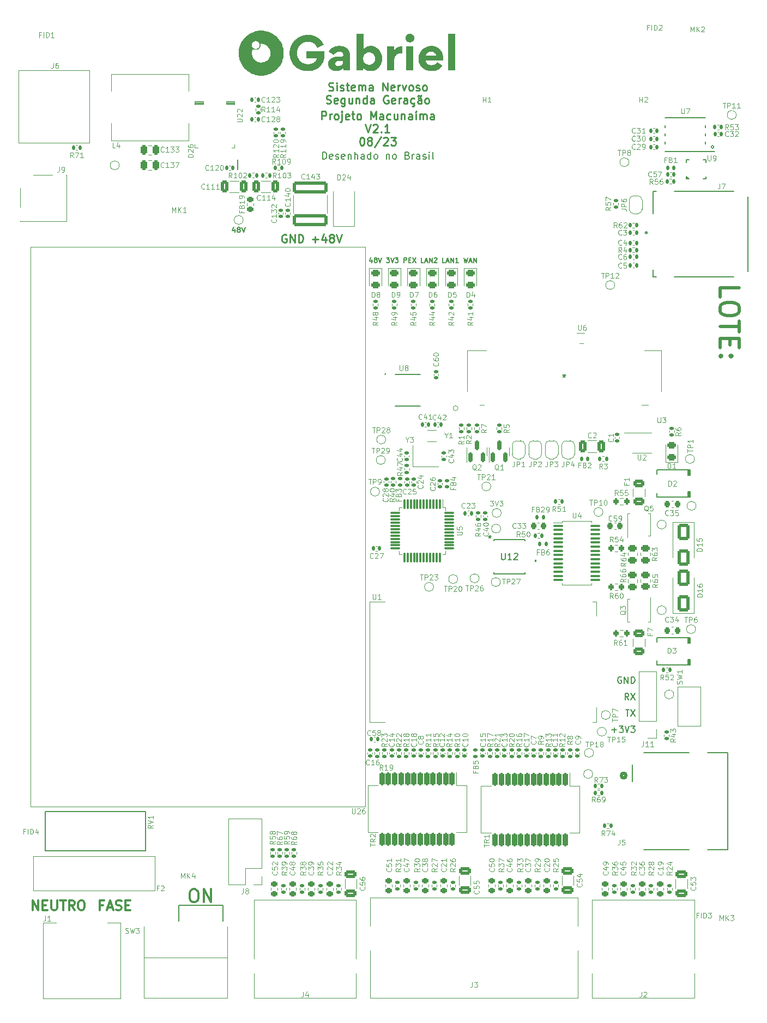
<source format=gto>
G04 #@! TF.GenerationSoftware,KiCad,Pcbnew,7.0.5-0*
G04 #@! TF.CreationDate,2023-08-08T04:38:12-03:00*
G04 #@! TF.ProjectId,macunaima_rev2,6d616375-6e61-4696-9d61-5f726576322e,rev?*
G04 #@! TF.SameCoordinates,Original*
G04 #@! TF.FileFunction,Legend,Top*
G04 #@! TF.FilePolarity,Positive*
%FSLAX46Y46*%
G04 Gerber Fmt 4.6, Leading zero omitted, Abs format (unit mm)*
G04 Created by KiCad (PCBNEW 7.0.5-0) date 2023-08-08 04:38:12*
%MOMM*%
%LPD*%
G01*
G04 APERTURE LIST*
G04 Aperture macros list*
%AMRoundRect*
0 Rectangle with rounded corners*
0 $1 Rounding radius*
0 $2 $3 $4 $5 $6 $7 $8 $9 X,Y pos of 4 corners*
0 Add a 4 corners polygon primitive as box body*
4,1,4,$2,$3,$4,$5,$6,$7,$8,$9,$2,$3,0*
0 Add four circle primitives for the rounded corners*
1,1,$1+$1,$2,$3*
1,1,$1+$1,$4,$5*
1,1,$1+$1,$6,$7*
1,1,$1+$1,$8,$9*
0 Add four rect primitives between the rounded corners*
20,1,$1+$1,$2,$3,$4,$5,0*
20,1,$1+$1,$4,$5,$6,$7,0*
20,1,$1+$1,$6,$7,$8,$9,0*
20,1,$1+$1,$8,$9,$2,$3,0*%
%AMFreePoly0*
4,1,19,0.500000,-0.750000,0.000000,-0.750000,0.000000,-0.744911,-0.071157,-0.744911,-0.207708,-0.704816,-0.327430,-0.627875,-0.420627,-0.520320,-0.479746,-0.390866,-0.500000,-0.250000,-0.500000,0.250000,-0.479746,0.390866,-0.420627,0.520320,-0.327430,0.627875,-0.207708,0.704816,-0.071157,0.744911,0.000000,0.744911,0.000000,0.750000,0.500000,0.750000,0.500000,-0.750000,0.500000,-0.750000,
$1*%
%AMFreePoly1*
4,1,19,0.000000,0.744911,0.071157,0.744911,0.207708,0.704816,0.327430,0.627875,0.420627,0.520320,0.479746,0.390866,0.500000,0.250000,0.500000,-0.250000,0.479746,-0.390866,0.420627,-0.520320,0.327430,-0.627875,0.207708,-0.704816,0.071157,-0.744911,0.000000,-0.744911,0.000000,-0.750000,-0.500000,-0.750000,-0.500000,0.750000,0.000000,0.750000,0.000000,0.744911,0.000000,0.744911,
$1*%
%AMFreePoly2*
4,1,17,1.395000,0.765000,0.855000,0.765000,0.855000,0.535000,1.395000,0.535000,1.395000,0.115000,0.855000,0.115000,0.855000,-0.115000,1.395000,-0.115000,1.395000,-0.535000,0.855000,-0.535000,0.855000,-0.765000,1.395000,-0.765000,1.395000,-1.185000,-0.855000,-1.185000,-0.855000,1.185000,1.395000,1.185000,1.395000,0.765000,1.395000,0.765000,$1*%
G04 Aperture macros list end*
%ADD10C,0.150000*%
%ADD11C,0.500000*%
%ADD12C,0.250000*%
%ADD13C,0.200000*%
%ADD14C,0.300000*%
%ADD15C,0.120000*%
%ADD16C,0.152400*%
%ADD17C,0.127000*%
%ADD18C,0.508000*%
%ADD19C,0.100000*%
%ADD20R,1.409700X0.355600*%
%ADD21RoundRect,0.225000X0.250000X-0.225000X0.250000X0.225000X-0.250000X0.225000X-0.250000X-0.225000X0*%
%ADD22R,1.000000X1.800000*%
%ADD23RoundRect,0.140000X-0.140000X-0.170000X0.140000X-0.170000X0.140000X0.170000X-0.140000X0.170000X0*%
%ADD24RoundRect,0.135000X-0.185000X0.135000X-0.185000X-0.135000X0.185000X-0.135000X0.185000X0.135000X0*%
%ADD25RoundRect,0.140000X0.170000X-0.140000X0.170000X0.140000X-0.170000X0.140000X-0.170000X-0.140000X0*%
%ADD26RoundRect,0.135000X0.135000X0.185000X-0.135000X0.185000X-0.135000X-0.185000X0.135000X-0.185000X0*%
%ADD27RoundRect,0.140000X0.140000X0.170000X-0.140000X0.170000X-0.140000X-0.170000X0.140000X-0.170000X0*%
%ADD28R,1.700000X1.700000*%
%ADD29O,1.700000X1.700000*%
%ADD30RoundRect,0.140000X-0.170000X0.140000X-0.170000X-0.140000X0.170000X-0.140000X0.170000X0.140000X0*%
%ADD31FreePoly0,90.000000*%
%ADD32FreePoly1,90.000000*%
%ADD33C,1.000000*%
%ADD34RoundRect,0.100000X-0.637500X-0.100000X0.637500X-0.100000X0.637500X0.100000X-0.637500X0.100000X0*%
%ADD35RoundRect,0.243750X0.456250X-0.243750X0.456250X0.243750X-0.456250X0.243750X-0.456250X-0.243750X0*%
%ADD36C,2.000000*%
%ADD37RoundRect,0.250000X-0.325000X-0.650000X0.325000X-0.650000X0.325000X0.650000X-0.325000X0.650000X0*%
%ADD38RoundRect,0.135000X-0.135000X-0.185000X0.135000X-0.185000X0.135000X0.185000X-0.135000X0.185000X0*%
%ADD39RoundRect,0.135000X0.185000X-0.135000X0.185000X0.135000X-0.185000X0.135000X-0.185000X-0.135000X0*%
%ADD40R,0.450000X0.400000*%
%ADD41R,0.450000X0.500000*%
%ADD42C,2.500000*%
%ADD43C,4.000000*%
%ADD44RoundRect,0.195000X-0.195000X0.805000X-0.195000X-0.805000X0.195000X-0.805000X0.195000X0.805000X0*%
%ADD45RoundRect,0.147500X-0.147500X-0.172500X0.147500X-0.172500X0.147500X0.172500X-0.147500X0.172500X0*%
%ADD46R,1.800000X2.500000*%
%ADD47R,0.300000X0.570000*%
%ADD48R,0.570000X0.300000*%
%ADD49R,1.750000X1.750000*%
%ADD50C,4.300000*%
%ADD51RoundRect,0.218750X0.256250X-0.218750X0.256250X0.218750X-0.256250X0.218750X-0.256250X-0.218750X0*%
%ADD52R,1.879600X2.260600*%
%ADD53C,3.200000*%
%ADD54C,1.200000*%
%ADD55R,1.600000X0.600000*%
%ADD56R,1.550000X0.600000*%
%ADD57RoundRect,0.200000X-0.200000X-0.275000X0.200000X-0.275000X0.200000X0.275000X-0.200000X0.275000X0*%
%ADD58RoundRect,0.225000X0.225000X0.250000X-0.225000X0.250000X-0.225000X-0.250000X0.225000X-0.250000X0*%
%ADD59RoundRect,0.250000X-0.450000X0.262500X-0.450000X-0.262500X0.450000X-0.262500X0.450000X0.262500X0*%
%ADD60C,1.651000*%
%ADD61C,1.143000*%
%ADD62R,0.660400X2.108200*%
%ADD63R,2.438400X3.352800*%
%ADD64R,0.420000X0.700000*%
%ADD65FreePoly2,90.000000*%
%ADD66RoundRect,0.243750X-0.456250X0.243750X-0.456250X-0.243750X0.456250X-0.243750X0.456250X0.243750X0*%
%ADD67RoundRect,0.250000X-0.650000X0.325000X-0.650000X-0.325000X0.650000X-0.325000X0.650000X0.325000X0*%
%ADD68RoundRect,0.147500X0.172500X-0.147500X0.172500X0.147500X-0.172500X0.147500X-0.172500X-0.147500X0*%
%ADD69R,1.600200X0.711200*%
%ADD70C,1.498600*%
%ADD71R,1.498600X1.193800*%
%ADD72R,2.209800X1.193800*%
%ADD73R,1.498600X1.600200*%
%ADD74RoundRect,0.250000X0.625000X-0.375000X0.625000X0.375000X-0.625000X0.375000X-0.625000X-0.375000X0*%
%ADD75R,3.300000X2.500000*%
%ADD76RoundRect,0.075000X-0.075000X0.662500X-0.075000X-0.662500X0.075000X-0.662500X0.075000X0.662500X0*%
%ADD77RoundRect,0.075000X-0.662500X0.075000X-0.662500X-0.075000X0.662500X-0.075000X0.662500X0.075000X0*%
%ADD78C,1.524000*%
%ADD79R,2.000000X2.000000*%
%ADD80RoundRect,0.250000X0.650000X-1.000000X0.650000X1.000000X-0.650000X1.000000X-0.650000X-1.000000X0*%
%ADD81R,1.150000X0.350000*%
%ADD82RoundRect,0.250000X0.250000X0.475000X-0.250000X0.475000X-0.250000X-0.475000X0.250000X-0.475000X0*%
%ADD83RoundRect,0.225000X-0.225000X-0.250000X0.225000X-0.250000X0.225000X0.250000X-0.225000X0.250000X0*%
%ADD84C,3.000000*%
%ADD85R,3.500000X4.000000*%
%ADD86RoundRect,0.150000X0.150000X-0.587500X0.150000X0.587500X-0.150000X0.587500X-0.150000X-0.587500X0*%
%ADD87C,3.250000*%
%ADD88R,1.400000X1.200000*%
%ADD89RoundRect,0.250000X0.325000X0.650000X-0.325000X0.650000X-0.325000X-0.650000X0.325000X-0.650000X0*%
%ADD90R,1.143000X0.812800*%
%ADD91R,2.108200X0.711200*%
%ADD92C,6.200000*%
%ADD93RoundRect,0.147500X-0.172500X0.147500X-0.172500X-0.147500X0.172500X-0.147500X0.172500X0.147500X0*%
%ADD94R,1.600000X2.180000*%
%ADD95C,1.800000*%
%ADD96RoundRect,0.250000X2.450000X-0.650000X2.450000X0.650000X-2.450000X0.650000X-2.450000X-0.650000X0*%
%ADD97R,0.900000X1.800000*%
%ADD98R,1.800000X0.900000*%
%ADD99R,5.000000X5.000000*%
%ADD100R,2.700000X1.200000*%
%ADD101R,1.112398X0.457200*%
%ADD102R,3.606800X3.708400*%
%ADD103RoundRect,0.250000X-0.650000X1.000000X-0.650000X-1.000000X0.650000X-1.000000X0.650000X1.000000X0*%
%ADD104R,0.650000X1.525000*%
%ADD105R,3.100000X2.400000*%
%ADD106FreePoly2,270.000000*%
%ADD107RoundRect,0.250000X-0.625000X0.375000X-0.625000X-0.375000X0.625000X-0.375000X0.625000X0.375000X0*%
G04 APERTURE END LIST*
D10*
X31900000Y-139906200D02*
X31900000Y-137506200D01*
X25050000Y-139906200D02*
X25050000Y-137506200D01*
X25050000Y-137506200D02*
X31900000Y-137506200D01*
D11*
X109093142Y-42999058D02*
X109093142Y-41570486D01*
X109093142Y-41570486D02*
X112093142Y-41570486D01*
X112093142Y-44570486D02*
X112093142Y-45141914D01*
X112093142Y-45141914D02*
X111950285Y-45427629D01*
X111950285Y-45427629D02*
X111664571Y-45713343D01*
X111664571Y-45713343D02*
X111093142Y-45856200D01*
X111093142Y-45856200D02*
X110093142Y-45856200D01*
X110093142Y-45856200D02*
X109521714Y-45713343D01*
X109521714Y-45713343D02*
X109236000Y-45427629D01*
X109236000Y-45427629D02*
X109093142Y-45141914D01*
X109093142Y-45141914D02*
X109093142Y-44570486D01*
X109093142Y-44570486D02*
X109236000Y-44284772D01*
X109236000Y-44284772D02*
X109521714Y-43999057D01*
X109521714Y-43999057D02*
X110093142Y-43856200D01*
X110093142Y-43856200D02*
X111093142Y-43856200D01*
X111093142Y-43856200D02*
X111664571Y-43999057D01*
X111664571Y-43999057D02*
X111950285Y-44284772D01*
X111950285Y-44284772D02*
X112093142Y-44570486D01*
X112093142Y-46713343D02*
X112093142Y-48427629D01*
X109093142Y-47570486D02*
X112093142Y-47570486D01*
X110664571Y-49427628D02*
X110664571Y-50427628D01*
X109093142Y-50856200D02*
X109093142Y-49427628D01*
X109093142Y-49427628D02*
X112093142Y-49427628D01*
X112093142Y-49427628D02*
X112093142Y-50856200D01*
X109378857Y-52141914D02*
X109236000Y-52284771D01*
X109236000Y-52284771D02*
X109093142Y-52141914D01*
X109093142Y-52141914D02*
X109236000Y-51999057D01*
X109236000Y-51999057D02*
X109378857Y-52141914D01*
X109378857Y-52141914D02*
X109093142Y-52141914D01*
X110950285Y-52141914D02*
X110807428Y-52284771D01*
X110807428Y-52284771D02*
X110664571Y-52141914D01*
X110664571Y-52141914D02*
X110807428Y-51999057D01*
X110807428Y-51999057D02*
X110950285Y-52141914D01*
X110950285Y-52141914D02*
X110664571Y-52141914D01*
D12*
X45762619Y-34020283D02*
X46715000Y-34020283D01*
X46238809Y-34496473D02*
X46238809Y-33544092D01*
X47845952Y-33663140D02*
X47845952Y-34496473D01*
X47548333Y-33186950D02*
X47250714Y-34079807D01*
X47250714Y-34079807D02*
X48024523Y-34079807D01*
X48679285Y-33782188D02*
X48560237Y-33722664D01*
X48560237Y-33722664D02*
X48500714Y-33663140D01*
X48500714Y-33663140D02*
X48441190Y-33544092D01*
X48441190Y-33544092D02*
X48441190Y-33484569D01*
X48441190Y-33484569D02*
X48500714Y-33365521D01*
X48500714Y-33365521D02*
X48560237Y-33305997D01*
X48560237Y-33305997D02*
X48679285Y-33246473D01*
X48679285Y-33246473D02*
X48917380Y-33246473D01*
X48917380Y-33246473D02*
X49036428Y-33305997D01*
X49036428Y-33305997D02*
X49095952Y-33365521D01*
X49095952Y-33365521D02*
X49155475Y-33484569D01*
X49155475Y-33484569D02*
X49155475Y-33544092D01*
X49155475Y-33544092D02*
X49095952Y-33663140D01*
X49095952Y-33663140D02*
X49036428Y-33722664D01*
X49036428Y-33722664D02*
X48917380Y-33782188D01*
X48917380Y-33782188D02*
X48679285Y-33782188D01*
X48679285Y-33782188D02*
X48560237Y-33841711D01*
X48560237Y-33841711D02*
X48500714Y-33901235D01*
X48500714Y-33901235D02*
X48441190Y-34020283D01*
X48441190Y-34020283D02*
X48441190Y-34258378D01*
X48441190Y-34258378D02*
X48500714Y-34377426D01*
X48500714Y-34377426D02*
X48560237Y-34436950D01*
X48560237Y-34436950D02*
X48679285Y-34496473D01*
X48679285Y-34496473D02*
X48917380Y-34496473D01*
X48917380Y-34496473D02*
X49036428Y-34436950D01*
X49036428Y-34436950D02*
X49095952Y-34377426D01*
X49095952Y-34377426D02*
X49155475Y-34258378D01*
X49155475Y-34258378D02*
X49155475Y-34020283D01*
X49155475Y-34020283D02*
X49095952Y-33901235D01*
X49095952Y-33901235D02*
X49036428Y-33841711D01*
X49036428Y-33841711D02*
X48917380Y-33782188D01*
X49512618Y-33246473D02*
X49929285Y-34496473D01*
X49929285Y-34496473D02*
X50345951Y-33246473D01*
D13*
X92293047Y-110217466D02*
X93054952Y-110217466D01*
X92673999Y-110598419D02*
X92673999Y-109836514D01*
X93435904Y-109598419D02*
X94054951Y-109598419D01*
X94054951Y-109598419D02*
X93721618Y-109979371D01*
X93721618Y-109979371D02*
X93864475Y-109979371D01*
X93864475Y-109979371D02*
X93959713Y-110026990D01*
X93959713Y-110026990D02*
X94007332Y-110074609D01*
X94007332Y-110074609D02*
X94054951Y-110169847D01*
X94054951Y-110169847D02*
X94054951Y-110407942D01*
X94054951Y-110407942D02*
X94007332Y-110503180D01*
X94007332Y-110503180D02*
X93959713Y-110550800D01*
X93959713Y-110550800D02*
X93864475Y-110598419D01*
X93864475Y-110598419D02*
X93578761Y-110598419D01*
X93578761Y-110598419D02*
X93483523Y-110550800D01*
X93483523Y-110550800D02*
X93435904Y-110503180D01*
X94340666Y-109598419D02*
X94673999Y-110598419D01*
X94673999Y-110598419D02*
X95007332Y-109598419D01*
X95245428Y-109598419D02*
X95864475Y-109598419D01*
X95864475Y-109598419D02*
X95531142Y-109979371D01*
X95531142Y-109979371D02*
X95673999Y-109979371D01*
X95673999Y-109979371D02*
X95769237Y-110026990D01*
X95769237Y-110026990D02*
X95816856Y-110074609D01*
X95816856Y-110074609D02*
X95864475Y-110169847D01*
X95864475Y-110169847D02*
X95864475Y-110407942D01*
X95864475Y-110407942D02*
X95816856Y-110503180D01*
X95816856Y-110503180D02*
X95769237Y-110550800D01*
X95769237Y-110550800D02*
X95673999Y-110598419D01*
X95673999Y-110598419D02*
X95388285Y-110598419D01*
X95388285Y-110598419D02*
X95293047Y-110550800D01*
X95293047Y-110550800D02*
X95245428Y-110503180D01*
D10*
X63067915Y-37606513D02*
X62710772Y-37606513D01*
X62710772Y-37606513D02*
X62710772Y-36856513D01*
X63282201Y-37392227D02*
X63639344Y-37392227D01*
X63210772Y-37606513D02*
X63460772Y-36856513D01*
X63460772Y-36856513D02*
X63710772Y-37606513D01*
X63960772Y-37606513D02*
X63960772Y-36856513D01*
X63960772Y-36856513D02*
X64389343Y-37606513D01*
X64389343Y-37606513D02*
X64389343Y-36856513D01*
X64710772Y-36927941D02*
X64746486Y-36892227D01*
X64746486Y-36892227D02*
X64817915Y-36856513D01*
X64817915Y-36856513D02*
X64996486Y-36856513D01*
X64996486Y-36856513D02*
X65067915Y-36892227D01*
X65067915Y-36892227D02*
X65103629Y-36927941D01*
X65103629Y-36927941D02*
X65139343Y-36999370D01*
X65139343Y-36999370D02*
X65139343Y-37070799D01*
X65139343Y-37070799D02*
X65103629Y-37177941D01*
X65103629Y-37177941D02*
X64675057Y-37606513D01*
X64675057Y-37606513D02*
X65139343Y-37606513D01*
D13*
X47363572Y-21556246D02*
X47363572Y-20431246D01*
X47363572Y-20431246D02*
X47631429Y-20431246D01*
X47631429Y-20431246D02*
X47792143Y-20484817D01*
X47792143Y-20484817D02*
X47899286Y-20591960D01*
X47899286Y-20591960D02*
X47952857Y-20699103D01*
X47952857Y-20699103D02*
X48006429Y-20913389D01*
X48006429Y-20913389D02*
X48006429Y-21074103D01*
X48006429Y-21074103D02*
X47952857Y-21288389D01*
X47952857Y-21288389D02*
X47899286Y-21395532D01*
X47899286Y-21395532D02*
X47792143Y-21502675D01*
X47792143Y-21502675D02*
X47631429Y-21556246D01*
X47631429Y-21556246D02*
X47363572Y-21556246D01*
X48917143Y-21502675D02*
X48810000Y-21556246D01*
X48810000Y-21556246D02*
X48595715Y-21556246D01*
X48595715Y-21556246D02*
X48488572Y-21502675D01*
X48488572Y-21502675D02*
X48435000Y-21395532D01*
X48435000Y-21395532D02*
X48435000Y-20966960D01*
X48435000Y-20966960D02*
X48488572Y-20859817D01*
X48488572Y-20859817D02*
X48595715Y-20806246D01*
X48595715Y-20806246D02*
X48810000Y-20806246D01*
X48810000Y-20806246D02*
X48917143Y-20859817D01*
X48917143Y-20859817D02*
X48970715Y-20966960D01*
X48970715Y-20966960D02*
X48970715Y-21074103D01*
X48970715Y-21074103D02*
X48435000Y-21181246D01*
X49399286Y-21502675D02*
X49506429Y-21556246D01*
X49506429Y-21556246D02*
X49720715Y-21556246D01*
X49720715Y-21556246D02*
X49827858Y-21502675D01*
X49827858Y-21502675D02*
X49881429Y-21395532D01*
X49881429Y-21395532D02*
X49881429Y-21341960D01*
X49881429Y-21341960D02*
X49827858Y-21234817D01*
X49827858Y-21234817D02*
X49720715Y-21181246D01*
X49720715Y-21181246D02*
X49560001Y-21181246D01*
X49560001Y-21181246D02*
X49452858Y-21127675D01*
X49452858Y-21127675D02*
X49399286Y-21020532D01*
X49399286Y-21020532D02*
X49399286Y-20966960D01*
X49399286Y-20966960D02*
X49452858Y-20859817D01*
X49452858Y-20859817D02*
X49560001Y-20806246D01*
X49560001Y-20806246D02*
X49720715Y-20806246D01*
X49720715Y-20806246D02*
X49827858Y-20859817D01*
X50792143Y-21502675D02*
X50685000Y-21556246D01*
X50685000Y-21556246D02*
X50470715Y-21556246D01*
X50470715Y-21556246D02*
X50363572Y-21502675D01*
X50363572Y-21502675D02*
X50310000Y-21395532D01*
X50310000Y-21395532D02*
X50310000Y-20966960D01*
X50310000Y-20966960D02*
X50363572Y-20859817D01*
X50363572Y-20859817D02*
X50470715Y-20806246D01*
X50470715Y-20806246D02*
X50685000Y-20806246D01*
X50685000Y-20806246D02*
X50792143Y-20859817D01*
X50792143Y-20859817D02*
X50845715Y-20966960D01*
X50845715Y-20966960D02*
X50845715Y-21074103D01*
X50845715Y-21074103D02*
X50310000Y-21181246D01*
X51327858Y-20806246D02*
X51327858Y-21556246D01*
X51327858Y-20913389D02*
X51381429Y-20859817D01*
X51381429Y-20859817D02*
X51488572Y-20806246D01*
X51488572Y-20806246D02*
X51649286Y-20806246D01*
X51649286Y-20806246D02*
X51756429Y-20859817D01*
X51756429Y-20859817D02*
X51810001Y-20966960D01*
X51810001Y-20966960D02*
X51810001Y-21556246D01*
X52345715Y-21556246D02*
X52345715Y-20431246D01*
X52827858Y-21556246D02*
X52827858Y-20966960D01*
X52827858Y-20966960D02*
X52774286Y-20859817D01*
X52774286Y-20859817D02*
X52667143Y-20806246D01*
X52667143Y-20806246D02*
X52506429Y-20806246D01*
X52506429Y-20806246D02*
X52399286Y-20859817D01*
X52399286Y-20859817D02*
X52345715Y-20913389D01*
X53845715Y-21556246D02*
X53845715Y-20966960D01*
X53845715Y-20966960D02*
X53792143Y-20859817D01*
X53792143Y-20859817D02*
X53685000Y-20806246D01*
X53685000Y-20806246D02*
X53470715Y-20806246D01*
X53470715Y-20806246D02*
X53363572Y-20859817D01*
X53845715Y-21502675D02*
X53738572Y-21556246D01*
X53738572Y-21556246D02*
X53470715Y-21556246D01*
X53470715Y-21556246D02*
X53363572Y-21502675D01*
X53363572Y-21502675D02*
X53310000Y-21395532D01*
X53310000Y-21395532D02*
X53310000Y-21288389D01*
X53310000Y-21288389D02*
X53363572Y-21181246D01*
X53363572Y-21181246D02*
X53470715Y-21127675D01*
X53470715Y-21127675D02*
X53738572Y-21127675D01*
X53738572Y-21127675D02*
X53845715Y-21074103D01*
X54863572Y-21556246D02*
X54863572Y-20431246D01*
X54863572Y-21502675D02*
X54756429Y-21556246D01*
X54756429Y-21556246D02*
X54542143Y-21556246D01*
X54542143Y-21556246D02*
X54435000Y-21502675D01*
X54435000Y-21502675D02*
X54381429Y-21449103D01*
X54381429Y-21449103D02*
X54327857Y-21341960D01*
X54327857Y-21341960D02*
X54327857Y-21020532D01*
X54327857Y-21020532D02*
X54381429Y-20913389D01*
X54381429Y-20913389D02*
X54435000Y-20859817D01*
X54435000Y-20859817D02*
X54542143Y-20806246D01*
X54542143Y-20806246D02*
X54756429Y-20806246D01*
X54756429Y-20806246D02*
X54863572Y-20859817D01*
X55560000Y-21556246D02*
X55452857Y-21502675D01*
X55452857Y-21502675D02*
X55399286Y-21449103D01*
X55399286Y-21449103D02*
X55345714Y-21341960D01*
X55345714Y-21341960D02*
X55345714Y-21020532D01*
X55345714Y-21020532D02*
X55399286Y-20913389D01*
X55399286Y-20913389D02*
X55452857Y-20859817D01*
X55452857Y-20859817D02*
X55560000Y-20806246D01*
X55560000Y-20806246D02*
X55720714Y-20806246D01*
X55720714Y-20806246D02*
X55827857Y-20859817D01*
X55827857Y-20859817D02*
X55881429Y-20913389D01*
X55881429Y-20913389D02*
X55935000Y-21020532D01*
X55935000Y-21020532D02*
X55935000Y-21341960D01*
X55935000Y-21341960D02*
X55881429Y-21449103D01*
X55881429Y-21449103D02*
X55827857Y-21502675D01*
X55827857Y-21502675D02*
X55720714Y-21556246D01*
X55720714Y-21556246D02*
X55560000Y-21556246D01*
X57274286Y-20806246D02*
X57274286Y-21556246D01*
X57274286Y-20913389D02*
X57327857Y-20859817D01*
X57327857Y-20859817D02*
X57435000Y-20806246D01*
X57435000Y-20806246D02*
X57595714Y-20806246D01*
X57595714Y-20806246D02*
X57702857Y-20859817D01*
X57702857Y-20859817D02*
X57756429Y-20966960D01*
X57756429Y-20966960D02*
X57756429Y-21556246D01*
X58452857Y-21556246D02*
X58345714Y-21502675D01*
X58345714Y-21502675D02*
X58292143Y-21449103D01*
X58292143Y-21449103D02*
X58238571Y-21341960D01*
X58238571Y-21341960D02*
X58238571Y-21020532D01*
X58238571Y-21020532D02*
X58292143Y-20913389D01*
X58292143Y-20913389D02*
X58345714Y-20859817D01*
X58345714Y-20859817D02*
X58452857Y-20806246D01*
X58452857Y-20806246D02*
X58613571Y-20806246D01*
X58613571Y-20806246D02*
X58720714Y-20859817D01*
X58720714Y-20859817D02*
X58774286Y-20913389D01*
X58774286Y-20913389D02*
X58827857Y-21020532D01*
X58827857Y-21020532D02*
X58827857Y-21341960D01*
X58827857Y-21341960D02*
X58774286Y-21449103D01*
X58774286Y-21449103D02*
X58720714Y-21502675D01*
X58720714Y-21502675D02*
X58613571Y-21556246D01*
X58613571Y-21556246D02*
X58452857Y-21556246D01*
X60542143Y-20966960D02*
X60702857Y-21020532D01*
X60702857Y-21020532D02*
X60756428Y-21074103D01*
X60756428Y-21074103D02*
X60810000Y-21181246D01*
X60810000Y-21181246D02*
X60810000Y-21341960D01*
X60810000Y-21341960D02*
X60756428Y-21449103D01*
X60756428Y-21449103D02*
X60702857Y-21502675D01*
X60702857Y-21502675D02*
X60595714Y-21556246D01*
X60595714Y-21556246D02*
X60167143Y-21556246D01*
X60167143Y-21556246D02*
X60167143Y-20431246D01*
X60167143Y-20431246D02*
X60542143Y-20431246D01*
X60542143Y-20431246D02*
X60649286Y-20484817D01*
X60649286Y-20484817D02*
X60702857Y-20538389D01*
X60702857Y-20538389D02*
X60756428Y-20645532D01*
X60756428Y-20645532D02*
X60756428Y-20752675D01*
X60756428Y-20752675D02*
X60702857Y-20859817D01*
X60702857Y-20859817D02*
X60649286Y-20913389D01*
X60649286Y-20913389D02*
X60542143Y-20966960D01*
X60542143Y-20966960D02*
X60167143Y-20966960D01*
X61292143Y-21556246D02*
X61292143Y-20806246D01*
X61292143Y-21020532D02*
X61345714Y-20913389D01*
X61345714Y-20913389D02*
X61399286Y-20859817D01*
X61399286Y-20859817D02*
X61506428Y-20806246D01*
X61506428Y-20806246D02*
X61613571Y-20806246D01*
X62470715Y-21556246D02*
X62470715Y-20966960D01*
X62470715Y-20966960D02*
X62417143Y-20859817D01*
X62417143Y-20859817D02*
X62310000Y-20806246D01*
X62310000Y-20806246D02*
X62095715Y-20806246D01*
X62095715Y-20806246D02*
X61988572Y-20859817D01*
X62470715Y-21502675D02*
X62363572Y-21556246D01*
X62363572Y-21556246D02*
X62095715Y-21556246D01*
X62095715Y-21556246D02*
X61988572Y-21502675D01*
X61988572Y-21502675D02*
X61935000Y-21395532D01*
X61935000Y-21395532D02*
X61935000Y-21288389D01*
X61935000Y-21288389D02*
X61988572Y-21181246D01*
X61988572Y-21181246D02*
X62095715Y-21127675D01*
X62095715Y-21127675D02*
X62363572Y-21127675D01*
X62363572Y-21127675D02*
X62470715Y-21074103D01*
X62952857Y-21502675D02*
X63060000Y-21556246D01*
X63060000Y-21556246D02*
X63274286Y-21556246D01*
X63274286Y-21556246D02*
X63381429Y-21502675D01*
X63381429Y-21502675D02*
X63435000Y-21395532D01*
X63435000Y-21395532D02*
X63435000Y-21341960D01*
X63435000Y-21341960D02*
X63381429Y-21234817D01*
X63381429Y-21234817D02*
X63274286Y-21181246D01*
X63274286Y-21181246D02*
X63113572Y-21181246D01*
X63113572Y-21181246D02*
X63006429Y-21127675D01*
X63006429Y-21127675D02*
X62952857Y-21020532D01*
X62952857Y-21020532D02*
X62952857Y-20966960D01*
X62952857Y-20966960D02*
X63006429Y-20859817D01*
X63006429Y-20859817D02*
X63113572Y-20806246D01*
X63113572Y-20806246D02*
X63274286Y-20806246D01*
X63274286Y-20806246D02*
X63381429Y-20859817D01*
X63917143Y-21556246D02*
X63917143Y-20806246D01*
X63917143Y-20431246D02*
X63863571Y-20484817D01*
X63863571Y-20484817D02*
X63917143Y-20538389D01*
X63917143Y-20538389D02*
X63970714Y-20484817D01*
X63970714Y-20484817D02*
X63917143Y-20431246D01*
X63917143Y-20431246D02*
X63917143Y-20538389D01*
X64613571Y-21556246D02*
X64506428Y-21502675D01*
X64506428Y-21502675D02*
X64452857Y-21395532D01*
X64452857Y-21395532D02*
X64452857Y-20431246D01*
D12*
X47214763Y-15398973D02*
X47214763Y-14148973D01*
X47214763Y-14148973D02*
X47690953Y-14148973D01*
X47690953Y-14148973D02*
X47810001Y-14208497D01*
X47810001Y-14208497D02*
X47869524Y-14268021D01*
X47869524Y-14268021D02*
X47929048Y-14387069D01*
X47929048Y-14387069D02*
X47929048Y-14565640D01*
X47929048Y-14565640D02*
X47869524Y-14684688D01*
X47869524Y-14684688D02*
X47810001Y-14744211D01*
X47810001Y-14744211D02*
X47690953Y-14803735D01*
X47690953Y-14803735D02*
X47214763Y-14803735D01*
X48464763Y-15398973D02*
X48464763Y-14565640D01*
X48464763Y-14803735D02*
X48524286Y-14684688D01*
X48524286Y-14684688D02*
X48583810Y-14625164D01*
X48583810Y-14625164D02*
X48702858Y-14565640D01*
X48702858Y-14565640D02*
X48821905Y-14565640D01*
X49417144Y-15398973D02*
X49298096Y-15339450D01*
X49298096Y-15339450D02*
X49238573Y-15279926D01*
X49238573Y-15279926D02*
X49179049Y-15160878D01*
X49179049Y-15160878D02*
X49179049Y-14803735D01*
X49179049Y-14803735D02*
X49238573Y-14684688D01*
X49238573Y-14684688D02*
X49298096Y-14625164D01*
X49298096Y-14625164D02*
X49417144Y-14565640D01*
X49417144Y-14565640D02*
X49595715Y-14565640D01*
X49595715Y-14565640D02*
X49714763Y-14625164D01*
X49714763Y-14625164D02*
X49774287Y-14684688D01*
X49774287Y-14684688D02*
X49833811Y-14803735D01*
X49833811Y-14803735D02*
X49833811Y-15160878D01*
X49833811Y-15160878D02*
X49774287Y-15279926D01*
X49774287Y-15279926D02*
X49714763Y-15339450D01*
X49714763Y-15339450D02*
X49595715Y-15398973D01*
X49595715Y-15398973D02*
X49417144Y-15398973D01*
X50369525Y-14565640D02*
X50369525Y-15637069D01*
X50369525Y-15637069D02*
X50310001Y-15756116D01*
X50310001Y-15756116D02*
X50190953Y-15815640D01*
X50190953Y-15815640D02*
X50131429Y-15815640D01*
X50369525Y-14148973D02*
X50310001Y-14208497D01*
X50310001Y-14208497D02*
X50369525Y-14268021D01*
X50369525Y-14268021D02*
X50429048Y-14208497D01*
X50429048Y-14208497D02*
X50369525Y-14148973D01*
X50369525Y-14148973D02*
X50369525Y-14268021D01*
X51440953Y-15339450D02*
X51321905Y-15398973D01*
X51321905Y-15398973D02*
X51083810Y-15398973D01*
X51083810Y-15398973D02*
X50964763Y-15339450D01*
X50964763Y-15339450D02*
X50905239Y-15220402D01*
X50905239Y-15220402D02*
X50905239Y-14744211D01*
X50905239Y-14744211D02*
X50964763Y-14625164D01*
X50964763Y-14625164D02*
X51083810Y-14565640D01*
X51083810Y-14565640D02*
X51321905Y-14565640D01*
X51321905Y-14565640D02*
X51440953Y-14625164D01*
X51440953Y-14625164D02*
X51500477Y-14744211D01*
X51500477Y-14744211D02*
X51500477Y-14863259D01*
X51500477Y-14863259D02*
X50905239Y-14982307D01*
X51857620Y-14565640D02*
X52333811Y-14565640D01*
X52036192Y-14148973D02*
X52036192Y-15220402D01*
X52036192Y-15220402D02*
X52095715Y-15339450D01*
X52095715Y-15339450D02*
X52214763Y-15398973D01*
X52214763Y-15398973D02*
X52333811Y-15398973D01*
X52929049Y-15398973D02*
X52810001Y-15339450D01*
X52810001Y-15339450D02*
X52750478Y-15279926D01*
X52750478Y-15279926D02*
X52690954Y-15160878D01*
X52690954Y-15160878D02*
X52690954Y-14803735D01*
X52690954Y-14803735D02*
X52750478Y-14684688D01*
X52750478Y-14684688D02*
X52810001Y-14625164D01*
X52810001Y-14625164D02*
X52929049Y-14565640D01*
X52929049Y-14565640D02*
X53107620Y-14565640D01*
X53107620Y-14565640D02*
X53226668Y-14625164D01*
X53226668Y-14625164D02*
X53286192Y-14684688D01*
X53286192Y-14684688D02*
X53345716Y-14803735D01*
X53345716Y-14803735D02*
X53345716Y-15160878D01*
X53345716Y-15160878D02*
X53286192Y-15279926D01*
X53286192Y-15279926D02*
X53226668Y-15339450D01*
X53226668Y-15339450D02*
X53107620Y-15398973D01*
X53107620Y-15398973D02*
X52929049Y-15398973D01*
X54833811Y-15398973D02*
X54833811Y-14148973D01*
X54833811Y-14148973D02*
X55250477Y-15041830D01*
X55250477Y-15041830D02*
X55667144Y-14148973D01*
X55667144Y-14148973D02*
X55667144Y-15398973D01*
X56798096Y-15398973D02*
X56798096Y-14744211D01*
X56798096Y-14744211D02*
X56738572Y-14625164D01*
X56738572Y-14625164D02*
X56619524Y-14565640D01*
X56619524Y-14565640D02*
X56381429Y-14565640D01*
X56381429Y-14565640D02*
X56262382Y-14625164D01*
X56798096Y-15339450D02*
X56679048Y-15398973D01*
X56679048Y-15398973D02*
X56381429Y-15398973D01*
X56381429Y-15398973D02*
X56262382Y-15339450D01*
X56262382Y-15339450D02*
X56202858Y-15220402D01*
X56202858Y-15220402D02*
X56202858Y-15101354D01*
X56202858Y-15101354D02*
X56262382Y-14982307D01*
X56262382Y-14982307D02*
X56381429Y-14922783D01*
X56381429Y-14922783D02*
X56679048Y-14922783D01*
X56679048Y-14922783D02*
X56798096Y-14863259D01*
X57929048Y-15339450D02*
X57810000Y-15398973D01*
X57810000Y-15398973D02*
X57571905Y-15398973D01*
X57571905Y-15398973D02*
X57452857Y-15339450D01*
X57452857Y-15339450D02*
X57393334Y-15279926D01*
X57393334Y-15279926D02*
X57333810Y-15160878D01*
X57333810Y-15160878D02*
X57333810Y-14803735D01*
X57333810Y-14803735D02*
X57393334Y-14684688D01*
X57393334Y-14684688D02*
X57452857Y-14625164D01*
X57452857Y-14625164D02*
X57571905Y-14565640D01*
X57571905Y-14565640D02*
X57810000Y-14565640D01*
X57810000Y-14565640D02*
X57929048Y-14625164D01*
X59000477Y-14565640D02*
X59000477Y-15398973D01*
X58464763Y-14565640D02*
X58464763Y-15220402D01*
X58464763Y-15220402D02*
X58524286Y-15339450D01*
X58524286Y-15339450D02*
X58643334Y-15398973D01*
X58643334Y-15398973D02*
X58821905Y-15398973D01*
X58821905Y-15398973D02*
X58940953Y-15339450D01*
X58940953Y-15339450D02*
X59000477Y-15279926D01*
X59595715Y-14565640D02*
X59595715Y-15398973D01*
X59595715Y-14684688D02*
X59655238Y-14625164D01*
X59655238Y-14625164D02*
X59774286Y-14565640D01*
X59774286Y-14565640D02*
X59952857Y-14565640D01*
X59952857Y-14565640D02*
X60071905Y-14625164D01*
X60071905Y-14625164D02*
X60131429Y-14744211D01*
X60131429Y-14744211D02*
X60131429Y-15398973D01*
X61262381Y-15398973D02*
X61262381Y-14744211D01*
X61262381Y-14744211D02*
X61202857Y-14625164D01*
X61202857Y-14625164D02*
X61083809Y-14565640D01*
X61083809Y-14565640D02*
X60845714Y-14565640D01*
X60845714Y-14565640D02*
X60726667Y-14625164D01*
X61262381Y-15339450D02*
X61143333Y-15398973D01*
X61143333Y-15398973D02*
X60845714Y-15398973D01*
X60845714Y-15398973D02*
X60726667Y-15339450D01*
X60726667Y-15339450D02*
X60667143Y-15220402D01*
X60667143Y-15220402D02*
X60667143Y-15101354D01*
X60667143Y-15101354D02*
X60726667Y-14982307D01*
X60726667Y-14982307D02*
X60845714Y-14922783D01*
X60845714Y-14922783D02*
X61143333Y-14922783D01*
X61143333Y-14922783D02*
X61262381Y-14863259D01*
X61857619Y-15398973D02*
X61857619Y-14565640D01*
X61976666Y-14089450D02*
X61798095Y-14268021D01*
X62452857Y-15398973D02*
X62452857Y-14565640D01*
X62452857Y-14684688D02*
X62512380Y-14625164D01*
X62512380Y-14625164D02*
X62631428Y-14565640D01*
X62631428Y-14565640D02*
X62809999Y-14565640D01*
X62809999Y-14565640D02*
X62929047Y-14625164D01*
X62929047Y-14625164D02*
X62988571Y-14744211D01*
X62988571Y-14744211D02*
X62988571Y-15398973D01*
X62988571Y-14744211D02*
X63048095Y-14625164D01*
X63048095Y-14625164D02*
X63167142Y-14565640D01*
X63167142Y-14565640D02*
X63345714Y-14565640D01*
X63345714Y-14565640D02*
X63464761Y-14625164D01*
X63464761Y-14625164D02*
X63524285Y-14744211D01*
X63524285Y-14744211D02*
X63524285Y-15398973D01*
X64655238Y-15398973D02*
X64655238Y-14744211D01*
X64655238Y-14744211D02*
X64595714Y-14625164D01*
X64595714Y-14625164D02*
X64476666Y-14565640D01*
X64476666Y-14565640D02*
X64238571Y-14565640D01*
X64238571Y-14565640D02*
X64119524Y-14625164D01*
X64655238Y-15339450D02*
X64536190Y-15398973D01*
X64536190Y-15398973D02*
X64238571Y-15398973D01*
X64238571Y-15398973D02*
X64119524Y-15339450D01*
X64119524Y-15339450D02*
X64060000Y-15220402D01*
X64060000Y-15220402D02*
X64060000Y-15101354D01*
X64060000Y-15101354D02*
X64119524Y-14982307D01*
X64119524Y-14982307D02*
X64238571Y-14922783D01*
X64238571Y-14922783D02*
X64536190Y-14922783D01*
X64536190Y-14922783D02*
X64655238Y-14863259D01*
X54030238Y-16161473D02*
X54446905Y-17411473D01*
X54446905Y-17411473D02*
X54863571Y-16161473D01*
X55220715Y-16280521D02*
X55280239Y-16220997D01*
X55280239Y-16220997D02*
X55399286Y-16161473D01*
X55399286Y-16161473D02*
X55696905Y-16161473D01*
X55696905Y-16161473D02*
X55815953Y-16220997D01*
X55815953Y-16220997D02*
X55875477Y-16280521D01*
X55875477Y-16280521D02*
X55935000Y-16399569D01*
X55935000Y-16399569D02*
X55935000Y-16518616D01*
X55935000Y-16518616D02*
X55875477Y-16697188D01*
X55875477Y-16697188D02*
X55161191Y-17411473D01*
X55161191Y-17411473D02*
X55935000Y-17411473D01*
X56470715Y-17292426D02*
X56530238Y-17351950D01*
X56530238Y-17351950D02*
X56470715Y-17411473D01*
X56470715Y-17411473D02*
X56411191Y-17351950D01*
X56411191Y-17351950D02*
X56470715Y-17292426D01*
X56470715Y-17292426D02*
X56470715Y-17411473D01*
X57720714Y-17411473D02*
X57006429Y-17411473D01*
X57363572Y-17411473D02*
X57363572Y-16161473D01*
X57363572Y-16161473D02*
X57244524Y-16340045D01*
X57244524Y-16340045D02*
X57125476Y-16459092D01*
X57125476Y-16459092D02*
X57006429Y-16518616D01*
X53435000Y-18173973D02*
X53554047Y-18173973D01*
X53554047Y-18173973D02*
X53673095Y-18233497D01*
X53673095Y-18233497D02*
X53732619Y-18293021D01*
X53732619Y-18293021D02*
X53792143Y-18412069D01*
X53792143Y-18412069D02*
X53851666Y-18650164D01*
X53851666Y-18650164D02*
X53851666Y-18947783D01*
X53851666Y-18947783D02*
X53792143Y-19185878D01*
X53792143Y-19185878D02*
X53732619Y-19304926D01*
X53732619Y-19304926D02*
X53673095Y-19364450D01*
X53673095Y-19364450D02*
X53554047Y-19423973D01*
X53554047Y-19423973D02*
X53435000Y-19423973D01*
X53435000Y-19423973D02*
X53315952Y-19364450D01*
X53315952Y-19364450D02*
X53256428Y-19304926D01*
X53256428Y-19304926D02*
X53196905Y-19185878D01*
X53196905Y-19185878D02*
X53137381Y-18947783D01*
X53137381Y-18947783D02*
X53137381Y-18650164D01*
X53137381Y-18650164D02*
X53196905Y-18412069D01*
X53196905Y-18412069D02*
X53256428Y-18293021D01*
X53256428Y-18293021D02*
X53315952Y-18233497D01*
X53315952Y-18233497D02*
X53435000Y-18173973D01*
X54565952Y-18709688D02*
X54446904Y-18650164D01*
X54446904Y-18650164D02*
X54387381Y-18590640D01*
X54387381Y-18590640D02*
X54327857Y-18471592D01*
X54327857Y-18471592D02*
X54327857Y-18412069D01*
X54327857Y-18412069D02*
X54387381Y-18293021D01*
X54387381Y-18293021D02*
X54446904Y-18233497D01*
X54446904Y-18233497D02*
X54565952Y-18173973D01*
X54565952Y-18173973D02*
X54804047Y-18173973D01*
X54804047Y-18173973D02*
X54923095Y-18233497D01*
X54923095Y-18233497D02*
X54982619Y-18293021D01*
X54982619Y-18293021D02*
X55042142Y-18412069D01*
X55042142Y-18412069D02*
X55042142Y-18471592D01*
X55042142Y-18471592D02*
X54982619Y-18590640D01*
X54982619Y-18590640D02*
X54923095Y-18650164D01*
X54923095Y-18650164D02*
X54804047Y-18709688D01*
X54804047Y-18709688D02*
X54565952Y-18709688D01*
X54565952Y-18709688D02*
X54446904Y-18769211D01*
X54446904Y-18769211D02*
X54387381Y-18828735D01*
X54387381Y-18828735D02*
X54327857Y-18947783D01*
X54327857Y-18947783D02*
X54327857Y-19185878D01*
X54327857Y-19185878D02*
X54387381Y-19304926D01*
X54387381Y-19304926D02*
X54446904Y-19364450D01*
X54446904Y-19364450D02*
X54565952Y-19423973D01*
X54565952Y-19423973D02*
X54804047Y-19423973D01*
X54804047Y-19423973D02*
X54923095Y-19364450D01*
X54923095Y-19364450D02*
X54982619Y-19304926D01*
X54982619Y-19304926D02*
X55042142Y-19185878D01*
X55042142Y-19185878D02*
X55042142Y-18947783D01*
X55042142Y-18947783D02*
X54982619Y-18828735D01*
X54982619Y-18828735D02*
X54923095Y-18769211D01*
X54923095Y-18769211D02*
X54804047Y-18709688D01*
X56470714Y-18114450D02*
X55399285Y-19721592D01*
X56827857Y-18293021D02*
X56887381Y-18233497D01*
X56887381Y-18233497D02*
X57006428Y-18173973D01*
X57006428Y-18173973D02*
X57304047Y-18173973D01*
X57304047Y-18173973D02*
X57423095Y-18233497D01*
X57423095Y-18233497D02*
X57482619Y-18293021D01*
X57482619Y-18293021D02*
X57542142Y-18412069D01*
X57542142Y-18412069D02*
X57542142Y-18531116D01*
X57542142Y-18531116D02*
X57482619Y-18709688D01*
X57482619Y-18709688D02*
X56768333Y-19423973D01*
X56768333Y-19423973D02*
X57542142Y-19423973D01*
X57958809Y-18173973D02*
X58732618Y-18173973D01*
X58732618Y-18173973D02*
X58315952Y-18650164D01*
X58315952Y-18650164D02*
X58494523Y-18650164D01*
X58494523Y-18650164D02*
X58613571Y-18709688D01*
X58613571Y-18709688D02*
X58673095Y-18769211D01*
X58673095Y-18769211D02*
X58732618Y-18888259D01*
X58732618Y-18888259D02*
X58732618Y-19185878D01*
X58732618Y-19185878D02*
X58673095Y-19304926D01*
X58673095Y-19304926D02*
X58613571Y-19364450D01*
X58613571Y-19364450D02*
X58494523Y-19423973D01*
X58494523Y-19423973D02*
X58137380Y-19423973D01*
X58137380Y-19423973D02*
X58018333Y-19364450D01*
X58018333Y-19364450D02*
X57958809Y-19304926D01*
D10*
X59997946Y-37606513D02*
X59997946Y-36856513D01*
X59997946Y-36856513D02*
X60283660Y-36856513D01*
X60283660Y-36856513D02*
X60355089Y-36892227D01*
X60355089Y-36892227D02*
X60390803Y-36927941D01*
X60390803Y-36927941D02*
X60426517Y-36999370D01*
X60426517Y-36999370D02*
X60426517Y-37106513D01*
X60426517Y-37106513D02*
X60390803Y-37177941D01*
X60390803Y-37177941D02*
X60355089Y-37213656D01*
X60355089Y-37213656D02*
X60283660Y-37249370D01*
X60283660Y-37249370D02*
X59997946Y-37249370D01*
X60747946Y-37213656D02*
X60997946Y-37213656D01*
X61105089Y-37606513D02*
X60747946Y-37606513D01*
X60747946Y-37606513D02*
X60747946Y-36856513D01*
X60747946Y-36856513D02*
X61105089Y-36856513D01*
X61355088Y-36856513D02*
X61855088Y-37606513D01*
X61855088Y-36856513D02*
X61355088Y-37606513D01*
X66387884Y-37606513D02*
X66030741Y-37606513D01*
X66030741Y-37606513D02*
X66030741Y-36856513D01*
X66602170Y-37392227D02*
X66959313Y-37392227D01*
X66530741Y-37606513D02*
X66780741Y-36856513D01*
X66780741Y-36856513D02*
X67030741Y-37606513D01*
X67280741Y-37606513D02*
X67280741Y-36856513D01*
X67280741Y-36856513D02*
X67709312Y-37606513D01*
X67709312Y-37606513D02*
X67709312Y-36856513D01*
X68459312Y-37606513D02*
X68030741Y-37606513D01*
X68245026Y-37606513D02*
X68245026Y-36856513D01*
X68245026Y-36856513D02*
X68173598Y-36963656D01*
X68173598Y-36963656D02*
X68102169Y-37035084D01*
X68102169Y-37035084D02*
X68030741Y-37070799D01*
D12*
G36*
X43400687Y-5030149D02*
G01*
X43402577Y-4939343D01*
X43408255Y-4850552D01*
X43417729Y-4763761D01*
X43431007Y-4678955D01*
X43448100Y-4596116D01*
X43469015Y-4515229D01*
X43493762Y-4436277D01*
X43522350Y-4359245D01*
X43554788Y-4284116D01*
X43591084Y-4210874D01*
X43631248Y-4139504D01*
X43675288Y-4069989D01*
X43723214Y-4002312D01*
X43775034Y-3936459D01*
X43830758Y-3872412D01*
X43890394Y-3810156D01*
X43953020Y-3750708D01*
X44017252Y-3695095D01*
X44083095Y-3643317D01*
X44150551Y-3595375D01*
X44219624Y-3551268D01*
X44290318Y-3510997D01*
X44362636Y-3474561D01*
X44436582Y-3441960D01*
X44512159Y-3413195D01*
X44589372Y-3388265D01*
X44668223Y-3367170D01*
X44748717Y-3349911D01*
X44830856Y-3336487D01*
X44914644Y-3326899D01*
X45000086Y-3321146D01*
X45087184Y-3319228D01*
X45161074Y-3320344D01*
X45233000Y-3323693D01*
X45302972Y-3329275D01*
X45371002Y-3337088D01*
X45437099Y-3347135D01*
X45501276Y-3359414D01*
X45563541Y-3373925D01*
X45623907Y-3390669D01*
X45682384Y-3409646D01*
X45738983Y-3430855D01*
X45793714Y-3454296D01*
X45846588Y-3479970D01*
X45897616Y-3507877D01*
X45946809Y-3538016D01*
X45994177Y-3570388D01*
X46039731Y-3604992D01*
X46084843Y-3639969D01*
X46128147Y-3675746D01*
X46169666Y-3712326D01*
X46209422Y-3749706D01*
X46247440Y-3787888D01*
X46283742Y-3826872D01*
X46318352Y-3866656D01*
X46351293Y-3907243D01*
X46382588Y-3948630D01*
X46412261Y-3990820D01*
X46440334Y-4033810D01*
X46466831Y-4077602D01*
X46491776Y-4122196D01*
X46515191Y-4167590D01*
X46537100Y-4213787D01*
X46557526Y-4260784D01*
X47558921Y-3783290D01*
X47529785Y-3710648D01*
X47497334Y-3638817D01*
X47461573Y-3567805D01*
X47422508Y-3497621D01*
X47380144Y-3428274D01*
X47334487Y-3359774D01*
X47285543Y-3292129D01*
X47233315Y-3225347D01*
X47177810Y-3159439D01*
X47119034Y-3094413D01*
X47056991Y-3030277D01*
X46991686Y-2967041D01*
X46923126Y-2904714D01*
X46851316Y-2843305D01*
X46776260Y-2782823D01*
X46737518Y-2752932D01*
X46697965Y-2723276D01*
X46657587Y-2694188D01*
X46616593Y-2666004D01*
X46574984Y-2638724D01*
X46532760Y-2612350D01*
X46489922Y-2586883D01*
X46446470Y-2562324D01*
X46402404Y-2538675D01*
X46357724Y-2515936D01*
X46312430Y-2494110D01*
X46266523Y-2473198D01*
X46220003Y-2453201D01*
X46172869Y-2434120D01*
X46125124Y-2415956D01*
X46076765Y-2398712D01*
X46027795Y-2382388D01*
X45978212Y-2366986D01*
X45928018Y-2352507D01*
X45877212Y-2338953D01*
X45825795Y-2326324D01*
X45773766Y-2314622D01*
X45721127Y-2303849D01*
X45667877Y-2294005D01*
X45614016Y-2285093D01*
X45559546Y-2277113D01*
X45504465Y-2270066D01*
X45448774Y-2263955D01*
X45392474Y-2258781D01*
X45335565Y-2254544D01*
X45278046Y-2251246D01*
X45219919Y-2248889D01*
X45161183Y-2247474D01*
X45101838Y-2247002D01*
X45028000Y-2247803D01*
X44954861Y-2250207D01*
X44882421Y-2254214D01*
X44810676Y-2259822D01*
X44739627Y-2267033D01*
X44669272Y-2275845D01*
X44599608Y-2286259D01*
X44530634Y-2298274D01*
X44462350Y-2311890D01*
X44394752Y-2327107D01*
X44327840Y-2343924D01*
X44261612Y-2362342D01*
X44196066Y-2382360D01*
X44131202Y-2403978D01*
X44067016Y-2427196D01*
X44003509Y-2452013D01*
X43940677Y-2478430D01*
X43878521Y-2506445D01*
X43817037Y-2536060D01*
X43756225Y-2567273D01*
X43696083Y-2600084D01*
X43636609Y-2634493D01*
X43577802Y-2670501D01*
X43519660Y-2708106D01*
X43462182Y-2747308D01*
X43405366Y-2788108D01*
X43349210Y-2830505D01*
X43293714Y-2874499D01*
X43238875Y-2920089D01*
X43184691Y-2967275D01*
X43131163Y-3016058D01*
X43078286Y-3066437D01*
X43027224Y-3117270D01*
X42977767Y-3168790D01*
X42929914Y-3220999D01*
X42883667Y-3273895D01*
X42839028Y-3327481D01*
X42795997Y-3381755D01*
X42754576Y-3436719D01*
X42714765Y-3492373D01*
X42676566Y-3548718D01*
X42639980Y-3605754D01*
X42605009Y-3663481D01*
X42571652Y-3721900D01*
X42539911Y-3781011D01*
X42509788Y-3840815D01*
X42481284Y-3901312D01*
X42454398Y-3962503D01*
X42429134Y-4024388D01*
X42405492Y-4086967D01*
X42383472Y-4150241D01*
X42363077Y-4214211D01*
X42344307Y-4278877D01*
X42327163Y-4344239D01*
X42311647Y-4410298D01*
X42297759Y-4477054D01*
X42285501Y-4544507D01*
X42274873Y-4612659D01*
X42265878Y-4681510D01*
X42258515Y-4751059D01*
X42252787Y-4821308D01*
X42248694Y-4892256D01*
X42246237Y-4963905D01*
X42245418Y-5036255D01*
X42246198Y-5110129D01*
X42248536Y-5183368D01*
X42252432Y-5255968D01*
X42257883Y-5327925D01*
X42264889Y-5399235D01*
X42273448Y-5469893D01*
X42283559Y-5539894D01*
X42295221Y-5609234D01*
X42308432Y-5677908D01*
X42323190Y-5745913D01*
X42339495Y-5813243D01*
X42357345Y-5879895D01*
X42376739Y-5945863D01*
X42397676Y-6011143D01*
X42420153Y-6075731D01*
X42444171Y-6139622D01*
X42469727Y-6202812D01*
X42496820Y-6265297D01*
X42525448Y-6327071D01*
X42555611Y-6388130D01*
X42587308Y-6448470D01*
X42620536Y-6508087D01*
X42655294Y-6566975D01*
X42691581Y-6625131D01*
X42729396Y-6682550D01*
X42768738Y-6739228D01*
X42809604Y-6795159D01*
X42851994Y-6850340D01*
X42895907Y-6904767D01*
X42941340Y-6958433D01*
X42988294Y-7011336D01*
X43036765Y-7063471D01*
X43087022Y-7113180D01*
X43138186Y-7161329D01*
X43190255Y-7207915D01*
X43243229Y-7252938D01*
X43297105Y-7296397D01*
X43351882Y-7338290D01*
X43407559Y-7378616D01*
X43464133Y-7417375D01*
X43521603Y-7454565D01*
X43579968Y-7490185D01*
X43639227Y-7524234D01*
X43699376Y-7556710D01*
X43760416Y-7587614D01*
X43822344Y-7616942D01*
X43885159Y-7644696D01*
X43948859Y-7670872D01*
X44013443Y-7695471D01*
X44078909Y-7718491D01*
X44145256Y-7739931D01*
X44212482Y-7759790D01*
X44280585Y-7778066D01*
X44349564Y-7794759D01*
X44419417Y-7809868D01*
X44490144Y-7823391D01*
X44561741Y-7835327D01*
X44634208Y-7845675D01*
X44707543Y-7854434D01*
X44781744Y-7861604D01*
X44856811Y-7867182D01*
X44932740Y-7871167D01*
X45009532Y-7873560D01*
X45087184Y-7874357D01*
X45172833Y-7873271D01*
X45257795Y-7870005D01*
X45342034Y-7864545D01*
X45425513Y-7856881D01*
X45508195Y-7846999D01*
X45590046Y-7834888D01*
X45671027Y-7820535D01*
X45751104Y-7803927D01*
X45830241Y-7785054D01*
X45908400Y-7763901D01*
X45985545Y-7740457D01*
X46061641Y-7714710D01*
X46136651Y-7686647D01*
X46210539Y-7656256D01*
X46283269Y-7623524D01*
X46354804Y-7588440D01*
X46425109Y-7550992D01*
X46494146Y-7511166D01*
X46561880Y-7468950D01*
X46628275Y-7424333D01*
X46693294Y-7377301D01*
X46756901Y-7327843D01*
X46819061Y-7275947D01*
X46879735Y-7221599D01*
X46938890Y-7164788D01*
X46996487Y-7105502D01*
X47052492Y-7043727D01*
X47106867Y-6979453D01*
X47159577Y-6912666D01*
X47210585Y-6843354D01*
X47259855Y-6771505D01*
X47307351Y-6697107D01*
X47353047Y-6618669D01*
X47395794Y-6538611D01*
X47435593Y-6456943D01*
X47472444Y-6373676D01*
X47506347Y-6288820D01*
X47537302Y-6202386D01*
X47565309Y-6114385D01*
X47590368Y-6024828D01*
X47612478Y-5933726D01*
X47631641Y-5841088D01*
X47647855Y-5746926D01*
X47661122Y-5651251D01*
X47671440Y-5554073D01*
X47675494Y-5504924D01*
X47678810Y-5455404D01*
X47681390Y-5405513D01*
X47683232Y-5355253D01*
X47684338Y-5304625D01*
X47684706Y-5253631D01*
X47684706Y-4826206D01*
X44835614Y-4826206D01*
X44835614Y-5855690D01*
X46501350Y-5855690D01*
X46487114Y-5907923D01*
X46470535Y-5959040D01*
X46451656Y-6009006D01*
X46430517Y-6057784D01*
X46407159Y-6105340D01*
X46381622Y-6151637D01*
X46353948Y-6196641D01*
X46324178Y-6240315D01*
X46292353Y-6282625D01*
X46258513Y-6323533D01*
X46222699Y-6363006D01*
X46184953Y-6401008D01*
X46145315Y-6437502D01*
X46103826Y-6472453D01*
X46060527Y-6505826D01*
X46015459Y-6537586D01*
X45968663Y-6567696D01*
X45920180Y-6596121D01*
X45870051Y-6622825D01*
X45818317Y-6647774D01*
X45765018Y-6670931D01*
X45710195Y-6692261D01*
X45653890Y-6711728D01*
X45596144Y-6729297D01*
X45536997Y-6744932D01*
X45476490Y-6758598D01*
X45414664Y-6770259D01*
X45351560Y-6779880D01*
X45287219Y-6787424D01*
X45221682Y-6792857D01*
X45154990Y-6796143D01*
X45087184Y-6797246D01*
X44996353Y-6795241D01*
X44907505Y-6789218D01*
X44820651Y-6779166D01*
X44735798Y-6765075D01*
X44652956Y-6746934D01*
X44572134Y-6724732D01*
X44493341Y-6698458D01*
X44416584Y-6668103D01*
X44341875Y-6633654D01*
X44269221Y-6595102D01*
X44198631Y-6552435D01*
X44130114Y-6505643D01*
X44063680Y-6454715D01*
X43999337Y-6399641D01*
X43937094Y-6340409D01*
X43876960Y-6277009D01*
X43819689Y-6210547D01*
X43766035Y-6142590D01*
X43716009Y-6073129D01*
X43669621Y-6002159D01*
X43626883Y-5929673D01*
X43587805Y-5855661D01*
X43552397Y-5780119D01*
X43520671Y-5703038D01*
X43492638Y-5624412D01*
X43468307Y-5544233D01*
X43447690Y-5462494D01*
X43430797Y-5379188D01*
X43417640Y-5294307D01*
X43408229Y-5207845D01*
X43402574Y-5119795D01*
X43400687Y-5030149D01*
G37*
G36*
X50106366Y-3968009D02*
G01*
X50195835Y-3972614D01*
X50283140Y-3980277D01*
X50368227Y-3990991D01*
X50451045Y-4004746D01*
X50531542Y-4021534D01*
X50609665Y-4041344D01*
X50685363Y-4064169D01*
X50758584Y-4089999D01*
X50829274Y-4118825D01*
X50897383Y-4150639D01*
X50962858Y-4185432D01*
X51025647Y-4223193D01*
X51085698Y-4263916D01*
X51142958Y-4307590D01*
X51197377Y-4354207D01*
X51248900Y-4403758D01*
X51297478Y-4456233D01*
X51343056Y-4511625D01*
X51385584Y-4569923D01*
X51425009Y-4631120D01*
X51461280Y-4695205D01*
X51494343Y-4762171D01*
X51524147Y-4832007D01*
X51550640Y-4904706D01*
X51573769Y-4980258D01*
X51593483Y-5058655D01*
X51609730Y-5139887D01*
X51622456Y-5223945D01*
X51631611Y-5310821D01*
X51637143Y-5400505D01*
X51638998Y-5492989D01*
X51638998Y-7796200D01*
X50631496Y-7796200D01*
X50631496Y-7343129D01*
X50616842Y-7335802D01*
X50568268Y-7400615D01*
X50516881Y-7461324D01*
X50462671Y-7517919D01*
X50405629Y-7570389D01*
X50345746Y-7618723D01*
X50283014Y-7662911D01*
X50217423Y-7702941D01*
X50148964Y-7738802D01*
X50077629Y-7770485D01*
X50003408Y-7797979D01*
X49926293Y-7821272D01*
X49846275Y-7840354D01*
X49763344Y-7855214D01*
X49677492Y-7865842D01*
X49588710Y-7872227D01*
X49496988Y-7874357D01*
X49431860Y-7873211D01*
X49367912Y-7869763D01*
X49305152Y-7864005D01*
X49243586Y-7855925D01*
X49183223Y-7845511D01*
X49124070Y-7832755D01*
X49066132Y-7817644D01*
X49009419Y-7800168D01*
X48953936Y-7780317D01*
X48899691Y-7758079D01*
X48846691Y-7733445D01*
X48794943Y-7706402D01*
X48744454Y-7676941D01*
X48695233Y-7645050D01*
X48647284Y-7610720D01*
X48600617Y-7573939D01*
X48556280Y-7535100D01*
X48514855Y-7494612D01*
X48476336Y-7452486D01*
X48440714Y-7408731D01*
X48407984Y-7363360D01*
X48378137Y-7316382D01*
X48351166Y-7267808D01*
X48327065Y-7217649D01*
X48305826Y-7165916D01*
X48287442Y-7112620D01*
X48271907Y-7057771D01*
X48259211Y-7001380D01*
X48249350Y-6943457D01*
X48242315Y-6884014D01*
X48238099Y-6823062D01*
X48236695Y-6760610D01*
X48236695Y-6747176D01*
X48238086Y-6703213D01*
X49335788Y-6703213D01*
X49336361Y-6726204D01*
X49344783Y-6790797D01*
X49362824Y-6848821D01*
X49389924Y-6900277D01*
X49425521Y-6945163D01*
X49469053Y-6983481D01*
X49519959Y-7015231D01*
X49577677Y-7040411D01*
X49641646Y-7059023D01*
X49711304Y-7071065D01*
X49760627Y-7075445D01*
X49812062Y-7076904D01*
X49897749Y-7073376D01*
X49978867Y-7062989D01*
X50055284Y-7046041D01*
X50126868Y-7022827D01*
X50193485Y-6993646D01*
X50255005Y-6958795D01*
X50311293Y-6918569D01*
X50362219Y-6873267D01*
X50407649Y-6823185D01*
X50447451Y-6768619D01*
X50481493Y-6709868D01*
X50509642Y-6647228D01*
X50531766Y-6580995D01*
X50547733Y-6511468D01*
X50557411Y-6438942D01*
X50560666Y-6363715D01*
X50560666Y-6280673D01*
X49903653Y-6280673D01*
X49845353Y-6282372D01*
X49788792Y-6287458D01*
X49734249Y-6295911D01*
X49682002Y-6307711D01*
X49632332Y-6322838D01*
X49585517Y-6341273D01*
X49521258Y-6375084D01*
X49464992Y-6416227D01*
X49417662Y-6464634D01*
X49380210Y-6520241D01*
X49353576Y-6582979D01*
X49338704Y-6652784D01*
X49335788Y-6703213D01*
X48238086Y-6703213D01*
X48239218Y-6667433D01*
X48246692Y-6590365D01*
X48258970Y-6516045D01*
X48275908Y-6444544D01*
X48297361Y-6375934D01*
X48323184Y-6310287D01*
X48353233Y-6247674D01*
X48387363Y-6188166D01*
X48425427Y-6131835D01*
X48467283Y-6078752D01*
X48512784Y-6028990D01*
X48561786Y-5982620D01*
X48614144Y-5939713D01*
X48669713Y-5900341D01*
X48728349Y-5864575D01*
X48789905Y-5832487D01*
X48854349Y-5803398D01*
X48919056Y-5776550D01*
X48984117Y-5751890D01*
X49049623Y-5729371D01*
X49115666Y-5708940D01*
X49182337Y-5690549D01*
X49249727Y-5674148D01*
X49317928Y-5659685D01*
X49387030Y-5647112D01*
X49457125Y-5636377D01*
X49528304Y-5627432D01*
X49600658Y-5620225D01*
X49674279Y-5614707D01*
X49749257Y-5610827D01*
X49825685Y-5608536D01*
X49903653Y-5607784D01*
X50273681Y-5607784D01*
X50309387Y-5606695D01*
X50358604Y-5600976D01*
X50416128Y-5585704D01*
X50464411Y-5561667D01*
X50503467Y-5528835D01*
X50533311Y-5487181D01*
X50553956Y-5436675D01*
X50565416Y-5377289D01*
X50567993Y-5326904D01*
X50565539Y-5277468D01*
X50552716Y-5206325D01*
X50529048Y-5139467D01*
X50494673Y-5077648D01*
X50449731Y-5021623D01*
X50413968Y-4987865D01*
X50373610Y-4957240D01*
X50328700Y-4929974D01*
X50279278Y-4906289D01*
X50225385Y-4886409D01*
X50167064Y-4870557D01*
X50104354Y-4858957D01*
X50037297Y-4851834D01*
X49965935Y-4849410D01*
X49897481Y-4851442D01*
X49831322Y-4857538D01*
X49767435Y-4867699D01*
X49705797Y-4881924D01*
X49646384Y-4900214D01*
X49589173Y-4922568D01*
X49534141Y-4948986D01*
X49481265Y-4979469D01*
X49430521Y-5014016D01*
X49381887Y-5052627D01*
X49335338Y-5095303D01*
X49290851Y-5142043D01*
X49248404Y-5192847D01*
X49207973Y-5247716D01*
X49169535Y-5306649D01*
X49133066Y-5369647D01*
X48300198Y-4856737D01*
X48331160Y-4801750D01*
X48363595Y-4748529D01*
X48397501Y-4697073D01*
X48432877Y-4647380D01*
X48469721Y-4599449D01*
X48508033Y-4553279D01*
X48547811Y-4508868D01*
X48589054Y-4466215D01*
X48631760Y-4425319D01*
X48675927Y-4386179D01*
X48721556Y-4348792D01*
X48768644Y-4313158D01*
X48817189Y-4279276D01*
X48867192Y-4247143D01*
X48918649Y-4216759D01*
X48971561Y-4188122D01*
X49025925Y-4161231D01*
X49081740Y-4136085D01*
X49139006Y-4112682D01*
X49197719Y-4091021D01*
X49257880Y-4071101D01*
X49319487Y-4052920D01*
X49382538Y-4036476D01*
X49447033Y-4021770D01*
X49512969Y-4008798D01*
X49580346Y-3997561D01*
X49649162Y-3988056D01*
X49719416Y-3980282D01*
X49791107Y-3974238D01*
X49864232Y-3969922D01*
X49938791Y-3967334D01*
X50014783Y-3966472D01*
X50106366Y-3968009D01*
G37*
G36*
X53700408Y-4485488D02*
G01*
X53715062Y-4485488D01*
X53767570Y-4423108D01*
X53822515Y-4364661D01*
X53879899Y-4310161D01*
X53939728Y-4259620D01*
X54002003Y-4213050D01*
X54066729Y-4170465D01*
X54133910Y-4131875D01*
X54203548Y-4097294D01*
X54275648Y-4066735D01*
X54350213Y-4040210D01*
X54427247Y-4017731D01*
X54506753Y-3999311D01*
X54588734Y-3984962D01*
X54673196Y-3974698D01*
X54760140Y-3968530D01*
X54849570Y-3966472D01*
X54946872Y-3968775D01*
X55041859Y-3975686D01*
X55134535Y-3987200D01*
X55224903Y-4003318D01*
X55312967Y-4024037D01*
X55398730Y-4049354D01*
X55482197Y-4079270D01*
X55563370Y-4113781D01*
X55642253Y-4152885D01*
X55718851Y-4196582D01*
X55793165Y-4244869D01*
X55865201Y-4297745D01*
X55934961Y-4355207D01*
X56002449Y-4417255D01*
X56067669Y-4483885D01*
X56130624Y-4555097D01*
X56190342Y-4629341D01*
X56246298Y-4705063D01*
X56298480Y-4782252D01*
X56346874Y-4860897D01*
X56391469Y-4940987D01*
X56432252Y-5022512D01*
X56469210Y-5105461D01*
X56502331Y-5189823D01*
X56531602Y-5275588D01*
X56557011Y-5362744D01*
X56578546Y-5451282D01*
X56596193Y-5541189D01*
X56609940Y-5632457D01*
X56619775Y-5725073D01*
X56625685Y-5819027D01*
X56627658Y-5914308D01*
X56627164Y-5962777D01*
X56623210Y-6058583D01*
X56615292Y-6152894D01*
X56603401Y-6245723D01*
X56587530Y-6337086D01*
X56567669Y-6426996D01*
X56543808Y-6515468D01*
X56515939Y-6602516D01*
X56484054Y-6688154D01*
X56448142Y-6772397D01*
X56408196Y-6855259D01*
X56364206Y-6936754D01*
X56316163Y-7016897D01*
X56264059Y-7095702D01*
X56207884Y-7173183D01*
X56147629Y-7249354D01*
X56115969Y-7286953D01*
X56083554Y-7323128D01*
X56017253Y-7392023D01*
X55948970Y-7456312D01*
X55878683Y-7515997D01*
X55806368Y-7571081D01*
X55732002Y-7621564D01*
X55655562Y-7667449D01*
X55577024Y-7708738D01*
X55496366Y-7745431D01*
X55413563Y-7777532D01*
X55328594Y-7805042D01*
X55241434Y-7827962D01*
X55152060Y-7846295D01*
X55060449Y-7860041D01*
X54966578Y-7869204D01*
X54870423Y-7873785D01*
X54821482Y-7874357D01*
X54729677Y-7872312D01*
X54640650Y-7866183D01*
X54554402Y-7855979D01*
X54470937Y-7841709D01*
X54390255Y-7823381D01*
X54312358Y-7801006D01*
X54237248Y-7774591D01*
X54164927Y-7744145D01*
X54095397Y-7709678D01*
X54028659Y-7671199D01*
X53964716Y-7628716D01*
X53903568Y-7582239D01*
X53845219Y-7531776D01*
X53789668Y-7477336D01*
X53736920Y-7418929D01*
X53686974Y-7356562D01*
X53673541Y-7356562D01*
X53673541Y-7796200D01*
X52608642Y-7796200D01*
X52608642Y-5914308D01*
X53673541Y-5914308D01*
X53674599Y-5967073D01*
X53677765Y-6018665D01*
X53683032Y-6069083D01*
X53690390Y-6118327D01*
X53705328Y-6189994D01*
X53724922Y-6259020D01*
X53749140Y-6325406D01*
X53777952Y-6389151D01*
X53811329Y-6450256D01*
X53849241Y-6508720D01*
X53891656Y-6564544D01*
X53938545Y-6617728D01*
X53972072Y-6650141D01*
X54024418Y-6694935D01*
X54079175Y-6735117D01*
X54136282Y-6770662D01*
X54195680Y-6801546D01*
X54257307Y-6827744D01*
X54321104Y-6849234D01*
X54387010Y-6865990D01*
X54454965Y-6877988D01*
X54524908Y-6885205D01*
X54596779Y-6887616D01*
X54644918Y-6886544D01*
X54715572Y-6880926D01*
X54784293Y-6870519D01*
X54851001Y-6855346D01*
X54915618Y-6835432D01*
X54978065Y-6810800D01*
X55038265Y-6781475D01*
X55096138Y-6747482D01*
X55151606Y-6708843D01*
X55204591Y-6665584D01*
X55255013Y-6617728D01*
X55271142Y-6600293D01*
X55316592Y-6546229D01*
X55357606Y-6489525D01*
X55394143Y-6430181D01*
X55426159Y-6368196D01*
X55453613Y-6303570D01*
X55476463Y-6236305D01*
X55494666Y-6166398D01*
X55504198Y-6118327D01*
X55511635Y-6069083D01*
X55516962Y-6018665D01*
X55520167Y-5967073D01*
X55521238Y-5914308D01*
X55520165Y-5862835D01*
X55516947Y-5812382D01*
X55511586Y-5762971D01*
X55504084Y-5714621D01*
X55488819Y-5644127D01*
X55468747Y-5576131D01*
X55443873Y-5510699D01*
X55414203Y-5447898D01*
X55379743Y-5387793D01*
X55340500Y-5330451D01*
X55296479Y-5275939D01*
X55247686Y-5224322D01*
X55214373Y-5192110D01*
X55162300Y-5147522D01*
X55107762Y-5107448D01*
X55050824Y-5071931D01*
X54991555Y-5041012D01*
X54930019Y-5014733D01*
X54866283Y-4993138D01*
X54800415Y-4976269D01*
X54732479Y-4964166D01*
X54662543Y-4956874D01*
X54590673Y-4954434D01*
X54542415Y-4955520D01*
X54471948Y-4961199D01*
X54403770Y-4971703D01*
X54337862Y-4986988D01*
X54274205Y-5007013D01*
X54212783Y-5031735D01*
X54153576Y-5061111D01*
X54096567Y-5095101D01*
X54041737Y-5133661D01*
X53989069Y-5176749D01*
X53938545Y-5224322D01*
X53891656Y-5275939D01*
X53849241Y-5330451D01*
X53811329Y-5387793D01*
X53777952Y-5447898D01*
X53749140Y-5510699D01*
X53724922Y-5576131D01*
X53705328Y-5644127D01*
X53690390Y-5714621D01*
X53683032Y-5762971D01*
X53677765Y-5812382D01*
X53674599Y-5862835D01*
X53673541Y-5914308D01*
X52608642Y-5914308D01*
X52608642Y-2077253D01*
X53700408Y-2077253D01*
X53700408Y-4485488D01*
G37*
G36*
X59777170Y-4044629D02*
G01*
X59726393Y-4047823D01*
X59674984Y-4047195D01*
X59624499Y-4045660D01*
X59568316Y-4044650D01*
X59559794Y-4044629D01*
X59467779Y-4047785D01*
X59378260Y-4057054D01*
X59291442Y-4072136D01*
X59207531Y-4092734D01*
X59126732Y-4118548D01*
X59049252Y-4149279D01*
X58975296Y-4184630D01*
X58905070Y-4224301D01*
X58838780Y-4267993D01*
X58776630Y-4315407D01*
X58718828Y-4366246D01*
X58665579Y-4420210D01*
X58617088Y-4477000D01*
X58573561Y-4536318D01*
X58535204Y-4597865D01*
X58502222Y-4661343D01*
X58496116Y-4661343D01*
X58496116Y-4044629D01*
X57410457Y-4044629D01*
X57410457Y-7796200D01*
X58502222Y-7796200D01*
X58502222Y-6208621D01*
X58503130Y-6149012D01*
X58505865Y-6090653D01*
X58510442Y-6033589D01*
X58516879Y-5977859D01*
X58525192Y-5923507D01*
X58535396Y-5870575D01*
X58547509Y-5819104D01*
X58561546Y-5769137D01*
X58577525Y-5720715D01*
X58595460Y-5673881D01*
X58615370Y-5628676D01*
X58661174Y-5543324D01*
X58715069Y-5464996D01*
X58777185Y-5394027D01*
X58847652Y-5330754D01*
X58926601Y-5275512D01*
X58969297Y-5251009D01*
X59014162Y-5228640D01*
X59061214Y-5208447D01*
X59110467Y-5190472D01*
X59161939Y-5174757D01*
X59215646Y-5161345D01*
X59271604Y-5150277D01*
X59329829Y-5141595D01*
X59390338Y-5135342D01*
X59453147Y-5131559D01*
X59518272Y-5130289D01*
X59568502Y-5131054D01*
X59617684Y-5133316D01*
X59674064Y-5137783D01*
X59729731Y-5144145D01*
X59777170Y-5151049D01*
X59777170Y-4044629D01*
G37*
G36*
X60925111Y-2068705D02*
G01*
X60857582Y-2072252D01*
X60791713Y-2082653D01*
X60727876Y-2099552D01*
X60666443Y-2122591D01*
X60607786Y-2151411D01*
X60552278Y-2185655D01*
X60500291Y-2224965D01*
X60452196Y-2268984D01*
X60408366Y-2317353D01*
X60369172Y-2369715D01*
X60334988Y-2425712D01*
X60306185Y-2484986D01*
X60283134Y-2547180D01*
X60266209Y-2611935D01*
X60255781Y-2678894D01*
X60252222Y-2747700D01*
X60255781Y-2816423D01*
X60266209Y-2883150D01*
X60283134Y-2947544D01*
X60306185Y-3009269D01*
X60334988Y-3067988D01*
X60369172Y-3123366D01*
X60408366Y-3175066D01*
X60452196Y-3222752D01*
X60500291Y-3266087D01*
X60552278Y-3304736D01*
X60607786Y-3338361D01*
X60666443Y-3366626D01*
X60727876Y-3389196D01*
X60791713Y-3405734D01*
X60857582Y-3415903D01*
X60925111Y-3419368D01*
X60996199Y-3415903D01*
X61064995Y-3405734D01*
X61131183Y-3389196D01*
X61194446Y-3366626D01*
X61254468Y-3338361D01*
X61310931Y-3304736D01*
X61363520Y-3266087D01*
X61411918Y-3222752D01*
X61455807Y-3175066D01*
X61494872Y-3123366D01*
X61528796Y-3067988D01*
X61557261Y-3009269D01*
X61579952Y-2947544D01*
X61596552Y-2883150D01*
X61606745Y-2816423D01*
X61610212Y-2747700D01*
X61606745Y-2676681D01*
X61596552Y-2608078D01*
X61579952Y-2542191D01*
X61557261Y-2479319D01*
X61528796Y-2419759D01*
X61494872Y-2363812D01*
X61455807Y-2311774D01*
X61411918Y-2263946D01*
X61363520Y-2220626D01*
X61310931Y-2182113D01*
X61254468Y-2148705D01*
X61194446Y-2120702D01*
X61131183Y-2098401D01*
X61064995Y-2082102D01*
X60996199Y-2072104D01*
X60925111Y-2068705D01*
G37*
G36*
X61484427Y-7796200D02*
G01*
X61484427Y-4044629D01*
X60385334Y-4044629D01*
X60385334Y-7796200D01*
X61484427Y-7796200D01*
G37*
G36*
X64292264Y-3966987D02*
G01*
X64343204Y-3968530D01*
X64393529Y-3971101D01*
X64443239Y-3974698D01*
X64540812Y-3984962D01*
X64635923Y-3999311D01*
X64728573Y-4017731D01*
X64818762Y-4040210D01*
X64906489Y-4066735D01*
X64991755Y-4097294D01*
X65074559Y-4131875D01*
X65154901Y-4170465D01*
X65232782Y-4213050D01*
X65308202Y-4259620D01*
X65381160Y-4310161D01*
X65451656Y-4364661D01*
X65519691Y-4423108D01*
X65585265Y-4485488D01*
X65647631Y-4551171D01*
X65706038Y-4619518D01*
X65760478Y-4690502D01*
X65810941Y-4764096D01*
X65857419Y-4840273D01*
X65899901Y-4919007D01*
X65938381Y-5000270D01*
X65972848Y-5084035D01*
X66003293Y-5170277D01*
X66029708Y-5258967D01*
X66052084Y-5350080D01*
X66070411Y-5443588D01*
X66084681Y-5539464D01*
X66090292Y-5588282D01*
X66094885Y-5637682D01*
X66098460Y-5687661D01*
X66101015Y-5738215D01*
X66102548Y-5789341D01*
X66103060Y-5841036D01*
X66102733Y-5904963D01*
X66101819Y-5964798D01*
X66100419Y-6020454D01*
X66098633Y-6071845D01*
X66096009Y-6129956D01*
X66093133Y-6181101D01*
X66089626Y-6233045D01*
X63373646Y-6233045D01*
X63389126Y-6315252D01*
X63411964Y-6393244D01*
X63441789Y-6466871D01*
X63478231Y-6535983D01*
X63520920Y-6600429D01*
X63569486Y-6660060D01*
X63623558Y-6714725D01*
X63682766Y-6764273D01*
X63746739Y-6808556D01*
X63815107Y-6847421D01*
X63887501Y-6880719D01*
X63963549Y-6908300D01*
X64042882Y-6930014D01*
X64125129Y-6945710D01*
X64209920Y-6955237D01*
X64296884Y-6958447D01*
X64358737Y-6956433D01*
X64420477Y-6950470D01*
X64481848Y-6940672D01*
X64542596Y-6927153D01*
X64602463Y-6910027D01*
X64661194Y-6889410D01*
X64718534Y-6865415D01*
X64774226Y-6838157D01*
X64828014Y-6807751D01*
X64879644Y-6774310D01*
X64928858Y-6737951D01*
X64975402Y-6698786D01*
X65019019Y-6656931D01*
X65059453Y-6612499D01*
X65096450Y-6565607D01*
X65129752Y-6516367D01*
X65921099Y-7028056D01*
X65890923Y-7080338D01*
X65859472Y-7130940D01*
X65826743Y-7179863D01*
X65792733Y-7227109D01*
X65757440Y-7272678D01*
X65720863Y-7316573D01*
X65682999Y-7358794D01*
X65643845Y-7399343D01*
X65603399Y-7438221D01*
X65561660Y-7475430D01*
X65518625Y-7510970D01*
X65474292Y-7544844D01*
X65428658Y-7577052D01*
X65381721Y-7607596D01*
X65333479Y-7636478D01*
X65283930Y-7663698D01*
X65233072Y-7689258D01*
X65180901Y-7713159D01*
X65127417Y-7735402D01*
X65072617Y-7755990D01*
X65016498Y-7774923D01*
X64959059Y-7792203D01*
X64900297Y-7807830D01*
X64840210Y-7821807D01*
X64778795Y-7834134D01*
X64716051Y-7844814D01*
X64651974Y-7853846D01*
X64586564Y-7861234D01*
X64519818Y-7866977D01*
X64451733Y-7871078D01*
X64382307Y-7873538D01*
X64311538Y-7874357D01*
X64257327Y-7873824D01*
X64203687Y-7872225D01*
X64150614Y-7869559D01*
X64098107Y-7865828D01*
X64046164Y-7861030D01*
X63994782Y-7855166D01*
X63943958Y-7848236D01*
X63893692Y-7840240D01*
X63843980Y-7831177D01*
X63794821Y-7821048D01*
X63746212Y-7809853D01*
X63698150Y-7797592D01*
X63650634Y-7784265D01*
X63603662Y-7769872D01*
X63557230Y-7754412D01*
X63465982Y-7720295D01*
X63376871Y-7681912D01*
X63289880Y-7639265D01*
X63204991Y-7592353D01*
X63122187Y-7541177D01*
X63081560Y-7513989D01*
X63041448Y-7485736D01*
X63001848Y-7456416D01*
X62962758Y-7426030D01*
X62924175Y-7394577D01*
X62886098Y-7362059D01*
X62848524Y-7328474D01*
X62812345Y-7293512D01*
X62777312Y-7258003D01*
X62743424Y-7221945D01*
X62679085Y-7148170D01*
X62619330Y-7072167D01*
X62564160Y-6993913D01*
X62513579Y-6913387D01*
X62467587Y-6830567D01*
X62426186Y-6745433D01*
X62389377Y-6657963D01*
X62357164Y-6568135D01*
X62329547Y-6475928D01*
X62306529Y-6381319D01*
X62296745Y-6333109D01*
X62288111Y-6284289D01*
X62280627Y-6234859D01*
X62274294Y-6184816D01*
X62269112Y-6134156D01*
X62265082Y-6082877D01*
X62262202Y-6030976D01*
X62260474Y-5978451D01*
X62259898Y-5925299D01*
X62260474Y-5874931D01*
X62262200Y-5825034D01*
X62265075Y-5775607D01*
X62274266Y-5678159D01*
X62288034Y-5582577D01*
X62301735Y-5512529D01*
X63400512Y-5512529D01*
X65011294Y-5512529D01*
X65003156Y-5450424D01*
X64989298Y-5388981D01*
X64969751Y-5328662D01*
X64944547Y-5269927D01*
X64913719Y-5213239D01*
X64877299Y-5159059D01*
X64835319Y-5107848D01*
X64787812Y-5060069D01*
X64734809Y-5016182D01*
X64676343Y-4976650D01*
X64612445Y-4941933D01*
X64543149Y-4912493D01*
X64468486Y-4888792D01*
X64388489Y-4871291D01*
X64303189Y-4860452D01*
X64212620Y-4856737D01*
X64171120Y-4857555D01*
X64110400Y-4861872D01*
X64051553Y-4869941D01*
X63994623Y-4881810D01*
X63939650Y-4897526D01*
X63886678Y-4917138D01*
X63835749Y-4940695D01*
X63786905Y-4968245D01*
X63740187Y-4999836D01*
X63695640Y-5035516D01*
X63653304Y-5075334D01*
X63613448Y-5115050D01*
X63576987Y-5155169D01*
X63543903Y-5195641D01*
X63514178Y-5236420D01*
X63479739Y-5291184D01*
X63451195Y-5346291D01*
X63428505Y-5401627D01*
X63411625Y-5457078D01*
X63400512Y-5512529D01*
X62301735Y-5512529D01*
X62306366Y-5488854D01*
X62329250Y-5396979D01*
X62356673Y-5306944D01*
X62388623Y-5218739D01*
X62425087Y-5132357D01*
X62466053Y-5047788D01*
X62511508Y-4965023D01*
X62561440Y-4884053D01*
X62615836Y-4804869D01*
X62674683Y-4727463D01*
X62705773Y-4689423D01*
X62737970Y-4651825D01*
X62771274Y-4614666D01*
X62805684Y-4577946D01*
X62841196Y-4541664D01*
X62878172Y-4506061D01*
X62915598Y-4471609D01*
X62953472Y-4438306D01*
X62991792Y-4406152D01*
X63030558Y-4375144D01*
X63069768Y-4345281D01*
X63109421Y-4316563D01*
X63190049Y-4262552D01*
X63272432Y-4213101D01*
X63356560Y-4168200D01*
X63442420Y-4127837D01*
X63530004Y-4092001D01*
X63619299Y-4060683D01*
X63710296Y-4033870D01*
X63802983Y-4011554D01*
X63897350Y-3993722D01*
X63993386Y-3980363D01*
X64042027Y-3975359D01*
X64091081Y-3971469D01*
X64140546Y-3968692D01*
X64190422Y-3967026D01*
X64240708Y-3966472D01*
X64292264Y-3966987D01*
G37*
G36*
X67976402Y-2091908D02*
G01*
X66877309Y-2091908D01*
X66877309Y-7796200D01*
X67976402Y-7796200D01*
X67976402Y-2091908D01*
G37*
X48315952Y-10855700D02*
X48494523Y-10915223D01*
X48494523Y-10915223D02*
X48792142Y-10915223D01*
X48792142Y-10915223D02*
X48911190Y-10855700D01*
X48911190Y-10855700D02*
X48970714Y-10796176D01*
X48970714Y-10796176D02*
X49030237Y-10677128D01*
X49030237Y-10677128D02*
X49030237Y-10558080D01*
X49030237Y-10558080D02*
X48970714Y-10439033D01*
X48970714Y-10439033D02*
X48911190Y-10379509D01*
X48911190Y-10379509D02*
X48792142Y-10319985D01*
X48792142Y-10319985D02*
X48554047Y-10260461D01*
X48554047Y-10260461D02*
X48434999Y-10200938D01*
X48434999Y-10200938D02*
X48375476Y-10141414D01*
X48375476Y-10141414D02*
X48315952Y-10022366D01*
X48315952Y-10022366D02*
X48315952Y-9903319D01*
X48315952Y-9903319D02*
X48375476Y-9784271D01*
X48375476Y-9784271D02*
X48434999Y-9724747D01*
X48434999Y-9724747D02*
X48554047Y-9665223D01*
X48554047Y-9665223D02*
X48851666Y-9665223D01*
X48851666Y-9665223D02*
X49030237Y-9724747D01*
X49565952Y-10915223D02*
X49565952Y-10081890D01*
X49565952Y-9665223D02*
X49506428Y-9724747D01*
X49506428Y-9724747D02*
X49565952Y-9784271D01*
X49565952Y-9784271D02*
X49625475Y-9724747D01*
X49625475Y-9724747D02*
X49565952Y-9665223D01*
X49565952Y-9665223D02*
X49565952Y-9784271D01*
X50101666Y-10855700D02*
X50220713Y-10915223D01*
X50220713Y-10915223D02*
X50458809Y-10915223D01*
X50458809Y-10915223D02*
X50577856Y-10855700D01*
X50577856Y-10855700D02*
X50637380Y-10736652D01*
X50637380Y-10736652D02*
X50637380Y-10677128D01*
X50637380Y-10677128D02*
X50577856Y-10558080D01*
X50577856Y-10558080D02*
X50458809Y-10498557D01*
X50458809Y-10498557D02*
X50280237Y-10498557D01*
X50280237Y-10498557D02*
X50161190Y-10439033D01*
X50161190Y-10439033D02*
X50101666Y-10319985D01*
X50101666Y-10319985D02*
X50101666Y-10260461D01*
X50101666Y-10260461D02*
X50161190Y-10141414D01*
X50161190Y-10141414D02*
X50280237Y-10081890D01*
X50280237Y-10081890D02*
X50458809Y-10081890D01*
X50458809Y-10081890D02*
X50577856Y-10141414D01*
X50994523Y-10081890D02*
X51470714Y-10081890D01*
X51173095Y-9665223D02*
X51173095Y-10736652D01*
X51173095Y-10736652D02*
X51232618Y-10855700D01*
X51232618Y-10855700D02*
X51351666Y-10915223D01*
X51351666Y-10915223D02*
X51470714Y-10915223D01*
X52363571Y-10855700D02*
X52244523Y-10915223D01*
X52244523Y-10915223D02*
X52006428Y-10915223D01*
X52006428Y-10915223D02*
X51887381Y-10855700D01*
X51887381Y-10855700D02*
X51827857Y-10736652D01*
X51827857Y-10736652D02*
X51827857Y-10260461D01*
X51827857Y-10260461D02*
X51887381Y-10141414D01*
X51887381Y-10141414D02*
X52006428Y-10081890D01*
X52006428Y-10081890D02*
X52244523Y-10081890D01*
X52244523Y-10081890D02*
X52363571Y-10141414D01*
X52363571Y-10141414D02*
X52423095Y-10260461D01*
X52423095Y-10260461D02*
X52423095Y-10379509D01*
X52423095Y-10379509D02*
X51827857Y-10498557D01*
X52958810Y-10915223D02*
X52958810Y-10081890D01*
X52958810Y-10200938D02*
X53018333Y-10141414D01*
X53018333Y-10141414D02*
X53137381Y-10081890D01*
X53137381Y-10081890D02*
X53315952Y-10081890D01*
X53315952Y-10081890D02*
X53435000Y-10141414D01*
X53435000Y-10141414D02*
X53494524Y-10260461D01*
X53494524Y-10260461D02*
X53494524Y-10915223D01*
X53494524Y-10260461D02*
X53554048Y-10141414D01*
X53554048Y-10141414D02*
X53673095Y-10081890D01*
X53673095Y-10081890D02*
X53851667Y-10081890D01*
X53851667Y-10081890D02*
X53970714Y-10141414D01*
X53970714Y-10141414D02*
X54030238Y-10260461D01*
X54030238Y-10260461D02*
X54030238Y-10915223D01*
X55161191Y-10915223D02*
X55161191Y-10260461D01*
X55161191Y-10260461D02*
X55101667Y-10141414D01*
X55101667Y-10141414D02*
X54982619Y-10081890D01*
X54982619Y-10081890D02*
X54744524Y-10081890D01*
X54744524Y-10081890D02*
X54625477Y-10141414D01*
X55161191Y-10855700D02*
X55042143Y-10915223D01*
X55042143Y-10915223D02*
X54744524Y-10915223D01*
X54744524Y-10915223D02*
X54625477Y-10855700D01*
X54625477Y-10855700D02*
X54565953Y-10736652D01*
X54565953Y-10736652D02*
X54565953Y-10617604D01*
X54565953Y-10617604D02*
X54625477Y-10498557D01*
X54625477Y-10498557D02*
X54744524Y-10439033D01*
X54744524Y-10439033D02*
X55042143Y-10439033D01*
X55042143Y-10439033D02*
X55161191Y-10379509D01*
X56708810Y-10915223D02*
X56708810Y-9665223D01*
X56708810Y-9665223D02*
X57423095Y-10915223D01*
X57423095Y-10915223D02*
X57423095Y-9665223D01*
X58494524Y-10855700D02*
X58375476Y-10915223D01*
X58375476Y-10915223D02*
X58137381Y-10915223D01*
X58137381Y-10915223D02*
X58018334Y-10855700D01*
X58018334Y-10855700D02*
X57958810Y-10736652D01*
X57958810Y-10736652D02*
X57958810Y-10260461D01*
X57958810Y-10260461D02*
X58018334Y-10141414D01*
X58018334Y-10141414D02*
X58137381Y-10081890D01*
X58137381Y-10081890D02*
X58375476Y-10081890D01*
X58375476Y-10081890D02*
X58494524Y-10141414D01*
X58494524Y-10141414D02*
X58554048Y-10260461D01*
X58554048Y-10260461D02*
X58554048Y-10379509D01*
X58554048Y-10379509D02*
X57958810Y-10498557D01*
X59089763Y-10915223D02*
X59089763Y-10081890D01*
X59089763Y-10319985D02*
X59149286Y-10200938D01*
X59149286Y-10200938D02*
X59208810Y-10141414D01*
X59208810Y-10141414D02*
X59327858Y-10081890D01*
X59327858Y-10081890D02*
X59446905Y-10081890D01*
X59744525Y-10081890D02*
X60042144Y-10915223D01*
X60042144Y-10915223D02*
X60339763Y-10081890D01*
X60994525Y-10915223D02*
X60875477Y-10855700D01*
X60875477Y-10855700D02*
X60815954Y-10796176D01*
X60815954Y-10796176D02*
X60756430Y-10677128D01*
X60756430Y-10677128D02*
X60756430Y-10319985D01*
X60756430Y-10319985D02*
X60815954Y-10200938D01*
X60815954Y-10200938D02*
X60875477Y-10141414D01*
X60875477Y-10141414D02*
X60994525Y-10081890D01*
X60994525Y-10081890D02*
X61173096Y-10081890D01*
X61173096Y-10081890D02*
X61292144Y-10141414D01*
X61292144Y-10141414D02*
X61351668Y-10200938D01*
X61351668Y-10200938D02*
X61411192Y-10319985D01*
X61411192Y-10319985D02*
X61411192Y-10677128D01*
X61411192Y-10677128D02*
X61351668Y-10796176D01*
X61351668Y-10796176D02*
X61292144Y-10855700D01*
X61292144Y-10855700D02*
X61173096Y-10915223D01*
X61173096Y-10915223D02*
X60994525Y-10915223D01*
X61887382Y-10855700D02*
X62006429Y-10915223D01*
X62006429Y-10915223D02*
X62244525Y-10915223D01*
X62244525Y-10915223D02*
X62363572Y-10855700D01*
X62363572Y-10855700D02*
X62423096Y-10736652D01*
X62423096Y-10736652D02*
X62423096Y-10677128D01*
X62423096Y-10677128D02*
X62363572Y-10558080D01*
X62363572Y-10558080D02*
X62244525Y-10498557D01*
X62244525Y-10498557D02*
X62065953Y-10498557D01*
X62065953Y-10498557D02*
X61946906Y-10439033D01*
X61946906Y-10439033D02*
X61887382Y-10319985D01*
X61887382Y-10319985D02*
X61887382Y-10260461D01*
X61887382Y-10260461D02*
X61946906Y-10141414D01*
X61946906Y-10141414D02*
X62065953Y-10081890D01*
X62065953Y-10081890D02*
X62244525Y-10081890D01*
X62244525Y-10081890D02*
X62363572Y-10141414D01*
X63137382Y-10915223D02*
X63018334Y-10855700D01*
X63018334Y-10855700D02*
X62958811Y-10796176D01*
X62958811Y-10796176D02*
X62899287Y-10677128D01*
X62899287Y-10677128D02*
X62899287Y-10319985D01*
X62899287Y-10319985D02*
X62958811Y-10200938D01*
X62958811Y-10200938D02*
X63018334Y-10141414D01*
X63018334Y-10141414D02*
X63137382Y-10081890D01*
X63137382Y-10081890D02*
X63315953Y-10081890D01*
X63315953Y-10081890D02*
X63435001Y-10141414D01*
X63435001Y-10141414D02*
X63494525Y-10200938D01*
X63494525Y-10200938D02*
X63554049Y-10319985D01*
X63554049Y-10319985D02*
X63554049Y-10677128D01*
X63554049Y-10677128D02*
X63494525Y-10796176D01*
X63494525Y-10796176D02*
X63435001Y-10855700D01*
X63435001Y-10855700D02*
X63315953Y-10915223D01*
X63315953Y-10915223D02*
X63137382Y-10915223D01*
X47958810Y-12868200D02*
X48137381Y-12927723D01*
X48137381Y-12927723D02*
X48435000Y-12927723D01*
X48435000Y-12927723D02*
X48554048Y-12868200D01*
X48554048Y-12868200D02*
X48613572Y-12808676D01*
X48613572Y-12808676D02*
X48673095Y-12689628D01*
X48673095Y-12689628D02*
X48673095Y-12570580D01*
X48673095Y-12570580D02*
X48613572Y-12451533D01*
X48613572Y-12451533D02*
X48554048Y-12392009D01*
X48554048Y-12392009D02*
X48435000Y-12332485D01*
X48435000Y-12332485D02*
X48196905Y-12272961D01*
X48196905Y-12272961D02*
X48077857Y-12213438D01*
X48077857Y-12213438D02*
X48018334Y-12153914D01*
X48018334Y-12153914D02*
X47958810Y-12034866D01*
X47958810Y-12034866D02*
X47958810Y-11915819D01*
X47958810Y-11915819D02*
X48018334Y-11796771D01*
X48018334Y-11796771D02*
X48077857Y-11737247D01*
X48077857Y-11737247D02*
X48196905Y-11677723D01*
X48196905Y-11677723D02*
X48494524Y-11677723D01*
X48494524Y-11677723D02*
X48673095Y-11737247D01*
X49685000Y-12868200D02*
X49565952Y-12927723D01*
X49565952Y-12927723D02*
X49327857Y-12927723D01*
X49327857Y-12927723D02*
X49208810Y-12868200D01*
X49208810Y-12868200D02*
X49149286Y-12749152D01*
X49149286Y-12749152D02*
X49149286Y-12272961D01*
X49149286Y-12272961D02*
X49208810Y-12153914D01*
X49208810Y-12153914D02*
X49327857Y-12094390D01*
X49327857Y-12094390D02*
X49565952Y-12094390D01*
X49565952Y-12094390D02*
X49685000Y-12153914D01*
X49685000Y-12153914D02*
X49744524Y-12272961D01*
X49744524Y-12272961D02*
X49744524Y-12392009D01*
X49744524Y-12392009D02*
X49149286Y-12511057D01*
X50815953Y-12094390D02*
X50815953Y-13106295D01*
X50815953Y-13106295D02*
X50756429Y-13225342D01*
X50756429Y-13225342D02*
X50696905Y-13284866D01*
X50696905Y-13284866D02*
X50577858Y-13344390D01*
X50577858Y-13344390D02*
X50399286Y-13344390D01*
X50399286Y-13344390D02*
X50280239Y-13284866D01*
X50815953Y-12868200D02*
X50696905Y-12927723D01*
X50696905Y-12927723D02*
X50458810Y-12927723D01*
X50458810Y-12927723D02*
X50339762Y-12868200D01*
X50339762Y-12868200D02*
X50280239Y-12808676D01*
X50280239Y-12808676D02*
X50220715Y-12689628D01*
X50220715Y-12689628D02*
X50220715Y-12332485D01*
X50220715Y-12332485D02*
X50280239Y-12213438D01*
X50280239Y-12213438D02*
X50339762Y-12153914D01*
X50339762Y-12153914D02*
X50458810Y-12094390D01*
X50458810Y-12094390D02*
X50696905Y-12094390D01*
X50696905Y-12094390D02*
X50815953Y-12153914D01*
X51946905Y-12094390D02*
X51946905Y-12927723D01*
X51411191Y-12094390D02*
X51411191Y-12749152D01*
X51411191Y-12749152D02*
X51470714Y-12868200D01*
X51470714Y-12868200D02*
X51589762Y-12927723D01*
X51589762Y-12927723D02*
X51768333Y-12927723D01*
X51768333Y-12927723D02*
X51887381Y-12868200D01*
X51887381Y-12868200D02*
X51946905Y-12808676D01*
X52542143Y-12094390D02*
X52542143Y-12927723D01*
X52542143Y-12213438D02*
X52601666Y-12153914D01*
X52601666Y-12153914D02*
X52720714Y-12094390D01*
X52720714Y-12094390D02*
X52899285Y-12094390D01*
X52899285Y-12094390D02*
X53018333Y-12153914D01*
X53018333Y-12153914D02*
X53077857Y-12272961D01*
X53077857Y-12272961D02*
X53077857Y-12927723D01*
X54208809Y-12927723D02*
X54208809Y-11677723D01*
X54208809Y-12868200D02*
X54089761Y-12927723D01*
X54089761Y-12927723D02*
X53851666Y-12927723D01*
X53851666Y-12927723D02*
X53732618Y-12868200D01*
X53732618Y-12868200D02*
X53673095Y-12808676D01*
X53673095Y-12808676D02*
X53613571Y-12689628D01*
X53613571Y-12689628D02*
X53613571Y-12332485D01*
X53613571Y-12332485D02*
X53673095Y-12213438D01*
X53673095Y-12213438D02*
X53732618Y-12153914D01*
X53732618Y-12153914D02*
X53851666Y-12094390D01*
X53851666Y-12094390D02*
X54089761Y-12094390D01*
X54089761Y-12094390D02*
X54208809Y-12153914D01*
X55339761Y-12927723D02*
X55339761Y-12272961D01*
X55339761Y-12272961D02*
X55280237Y-12153914D01*
X55280237Y-12153914D02*
X55161189Y-12094390D01*
X55161189Y-12094390D02*
X54923094Y-12094390D01*
X54923094Y-12094390D02*
X54804047Y-12153914D01*
X55339761Y-12868200D02*
X55220713Y-12927723D01*
X55220713Y-12927723D02*
X54923094Y-12927723D01*
X54923094Y-12927723D02*
X54804047Y-12868200D01*
X54804047Y-12868200D02*
X54744523Y-12749152D01*
X54744523Y-12749152D02*
X54744523Y-12630104D01*
X54744523Y-12630104D02*
X54804047Y-12511057D01*
X54804047Y-12511057D02*
X54923094Y-12451533D01*
X54923094Y-12451533D02*
X55220713Y-12451533D01*
X55220713Y-12451533D02*
X55339761Y-12392009D01*
X57542141Y-11737247D02*
X57423094Y-11677723D01*
X57423094Y-11677723D02*
X57244522Y-11677723D01*
X57244522Y-11677723D02*
X57065951Y-11737247D01*
X57065951Y-11737247D02*
X56946903Y-11856295D01*
X56946903Y-11856295D02*
X56887380Y-11975342D01*
X56887380Y-11975342D02*
X56827856Y-12213438D01*
X56827856Y-12213438D02*
X56827856Y-12392009D01*
X56827856Y-12392009D02*
X56887380Y-12630104D01*
X56887380Y-12630104D02*
X56946903Y-12749152D01*
X56946903Y-12749152D02*
X57065951Y-12868200D01*
X57065951Y-12868200D02*
X57244522Y-12927723D01*
X57244522Y-12927723D02*
X57363570Y-12927723D01*
X57363570Y-12927723D02*
X57542141Y-12868200D01*
X57542141Y-12868200D02*
X57601665Y-12808676D01*
X57601665Y-12808676D02*
X57601665Y-12392009D01*
X57601665Y-12392009D02*
X57363570Y-12392009D01*
X58613570Y-12868200D02*
X58494522Y-12927723D01*
X58494522Y-12927723D02*
X58256427Y-12927723D01*
X58256427Y-12927723D02*
X58137380Y-12868200D01*
X58137380Y-12868200D02*
X58077856Y-12749152D01*
X58077856Y-12749152D02*
X58077856Y-12272961D01*
X58077856Y-12272961D02*
X58137380Y-12153914D01*
X58137380Y-12153914D02*
X58256427Y-12094390D01*
X58256427Y-12094390D02*
X58494522Y-12094390D01*
X58494522Y-12094390D02*
X58613570Y-12153914D01*
X58613570Y-12153914D02*
X58673094Y-12272961D01*
X58673094Y-12272961D02*
X58673094Y-12392009D01*
X58673094Y-12392009D02*
X58077856Y-12511057D01*
X59208809Y-12927723D02*
X59208809Y-12094390D01*
X59208809Y-12332485D02*
X59268332Y-12213438D01*
X59268332Y-12213438D02*
X59327856Y-12153914D01*
X59327856Y-12153914D02*
X59446904Y-12094390D01*
X59446904Y-12094390D02*
X59565951Y-12094390D01*
X60518333Y-12927723D02*
X60518333Y-12272961D01*
X60518333Y-12272961D02*
X60458809Y-12153914D01*
X60458809Y-12153914D02*
X60339761Y-12094390D01*
X60339761Y-12094390D02*
X60101666Y-12094390D01*
X60101666Y-12094390D02*
X59982619Y-12153914D01*
X60518333Y-12868200D02*
X60399285Y-12927723D01*
X60399285Y-12927723D02*
X60101666Y-12927723D01*
X60101666Y-12927723D02*
X59982619Y-12868200D01*
X59982619Y-12868200D02*
X59923095Y-12749152D01*
X59923095Y-12749152D02*
X59923095Y-12630104D01*
X59923095Y-12630104D02*
X59982619Y-12511057D01*
X59982619Y-12511057D02*
X60101666Y-12451533D01*
X60101666Y-12451533D02*
X60399285Y-12451533D01*
X60399285Y-12451533D02*
X60518333Y-12392009D01*
X61649285Y-12868200D02*
X61530237Y-12927723D01*
X61530237Y-12927723D02*
X61292142Y-12927723D01*
X61292142Y-12927723D02*
X61173094Y-12868200D01*
X61173094Y-12868200D02*
X61113571Y-12808676D01*
X61113571Y-12808676D02*
X61054047Y-12689628D01*
X61054047Y-12689628D02*
X61054047Y-12332485D01*
X61054047Y-12332485D02*
X61113571Y-12213438D01*
X61113571Y-12213438D02*
X61173094Y-12153914D01*
X61173094Y-12153914D02*
X61292142Y-12094390D01*
X61292142Y-12094390D02*
X61530237Y-12094390D01*
X61530237Y-12094390D02*
X61649285Y-12153914D01*
X61411190Y-12987247D02*
X61530237Y-13046771D01*
X61530237Y-13046771D02*
X61589761Y-13165819D01*
X61589761Y-13165819D02*
X61530237Y-13284866D01*
X61530237Y-13284866D02*
X61411190Y-13344390D01*
X61411190Y-13344390D02*
X61232618Y-13344390D01*
X62720714Y-12927723D02*
X62720714Y-12272961D01*
X62720714Y-12272961D02*
X62661190Y-12153914D01*
X62661190Y-12153914D02*
X62542142Y-12094390D01*
X62542142Y-12094390D02*
X62304047Y-12094390D01*
X62304047Y-12094390D02*
X62185000Y-12153914D01*
X62720714Y-12868200D02*
X62601666Y-12927723D01*
X62601666Y-12927723D02*
X62304047Y-12927723D01*
X62304047Y-12927723D02*
X62185000Y-12868200D01*
X62185000Y-12868200D02*
X62125476Y-12749152D01*
X62125476Y-12749152D02*
X62125476Y-12630104D01*
X62125476Y-12630104D02*
X62185000Y-12511057D01*
X62185000Y-12511057D02*
X62304047Y-12451533D01*
X62304047Y-12451533D02*
X62601666Y-12451533D01*
X62601666Y-12451533D02*
X62720714Y-12392009D01*
X62125476Y-11796771D02*
X62185000Y-11737247D01*
X62185000Y-11737247D02*
X62304047Y-11677723D01*
X62304047Y-11677723D02*
X62542142Y-11796771D01*
X62542142Y-11796771D02*
X62661190Y-11737247D01*
X62661190Y-11737247D02*
X62720714Y-11677723D01*
X63494523Y-12927723D02*
X63375475Y-12868200D01*
X63375475Y-12868200D02*
X63315952Y-12808676D01*
X63315952Y-12808676D02*
X63256428Y-12689628D01*
X63256428Y-12689628D02*
X63256428Y-12332485D01*
X63256428Y-12332485D02*
X63315952Y-12213438D01*
X63315952Y-12213438D02*
X63375475Y-12153914D01*
X63375475Y-12153914D02*
X63494523Y-12094390D01*
X63494523Y-12094390D02*
X63673094Y-12094390D01*
X63673094Y-12094390D02*
X63792142Y-12153914D01*
X63792142Y-12153914D02*
X63851666Y-12213438D01*
X63851666Y-12213438D02*
X63911190Y-12332485D01*
X63911190Y-12332485D02*
X63911190Y-12689628D01*
X63911190Y-12689628D02*
X63851666Y-12808676D01*
X63851666Y-12808676D02*
X63792142Y-12868200D01*
X63792142Y-12868200D02*
X63673094Y-12927723D01*
X63673094Y-12927723D02*
X63494523Y-12927723D01*
D14*
X2334999Y-138214528D02*
X2334999Y-136714528D01*
X2334999Y-136714528D02*
X3192142Y-138214528D01*
X3192142Y-138214528D02*
X3192142Y-136714528D01*
X3906428Y-137428814D02*
X4406428Y-137428814D01*
X4620714Y-138214528D02*
X3906428Y-138214528D01*
X3906428Y-138214528D02*
X3906428Y-136714528D01*
X3906428Y-136714528D02*
X4620714Y-136714528D01*
X5263571Y-136714528D02*
X5263571Y-137928814D01*
X5263571Y-137928814D02*
X5335000Y-138071671D01*
X5335000Y-138071671D02*
X5406429Y-138143100D01*
X5406429Y-138143100D02*
X5549286Y-138214528D01*
X5549286Y-138214528D02*
X5835000Y-138214528D01*
X5835000Y-138214528D02*
X5977857Y-138143100D01*
X5977857Y-138143100D02*
X6049286Y-138071671D01*
X6049286Y-138071671D02*
X6120714Y-137928814D01*
X6120714Y-137928814D02*
X6120714Y-136714528D01*
X6620715Y-136714528D02*
X7477858Y-136714528D01*
X7049286Y-138214528D02*
X7049286Y-136714528D01*
X8835000Y-138214528D02*
X8335000Y-137500242D01*
X7977857Y-138214528D02*
X7977857Y-136714528D01*
X7977857Y-136714528D02*
X8549286Y-136714528D01*
X8549286Y-136714528D02*
X8692143Y-136785957D01*
X8692143Y-136785957D02*
X8763572Y-136857385D01*
X8763572Y-136857385D02*
X8835000Y-137000242D01*
X8835000Y-137000242D02*
X8835000Y-137214528D01*
X8835000Y-137214528D02*
X8763572Y-137357385D01*
X8763572Y-137357385D02*
X8692143Y-137428814D01*
X8692143Y-137428814D02*
X8549286Y-137500242D01*
X8549286Y-137500242D02*
X7977857Y-137500242D01*
X9763572Y-136714528D02*
X10049286Y-136714528D01*
X10049286Y-136714528D02*
X10192143Y-136785957D01*
X10192143Y-136785957D02*
X10335000Y-136928814D01*
X10335000Y-136928814D02*
X10406429Y-137214528D01*
X10406429Y-137214528D02*
X10406429Y-137714528D01*
X10406429Y-137714528D02*
X10335000Y-138000242D01*
X10335000Y-138000242D02*
X10192143Y-138143100D01*
X10192143Y-138143100D02*
X10049286Y-138214528D01*
X10049286Y-138214528D02*
X9763572Y-138214528D01*
X9763572Y-138214528D02*
X9620715Y-138143100D01*
X9620715Y-138143100D02*
X9477857Y-138000242D01*
X9477857Y-138000242D02*
X9406429Y-137714528D01*
X9406429Y-137714528D02*
X9406429Y-137214528D01*
X9406429Y-137214528D02*
X9477857Y-136928814D01*
X9477857Y-136928814D02*
X9620715Y-136785957D01*
X9620715Y-136785957D02*
X9763572Y-136714528D01*
D10*
X57285119Y-36856513D02*
X57749405Y-36856513D01*
X57749405Y-36856513D02*
X57499405Y-37142227D01*
X57499405Y-37142227D02*
X57606548Y-37142227D01*
X57606548Y-37142227D02*
X57677977Y-37177941D01*
X57677977Y-37177941D02*
X57713691Y-37213656D01*
X57713691Y-37213656D02*
X57749405Y-37285084D01*
X57749405Y-37285084D02*
X57749405Y-37463656D01*
X57749405Y-37463656D02*
X57713691Y-37535084D01*
X57713691Y-37535084D02*
X57677977Y-37570799D01*
X57677977Y-37570799D02*
X57606548Y-37606513D01*
X57606548Y-37606513D02*
X57392262Y-37606513D01*
X57392262Y-37606513D02*
X57320834Y-37570799D01*
X57320834Y-37570799D02*
X57285119Y-37535084D01*
X57963691Y-36856513D02*
X58213691Y-37606513D01*
X58213691Y-37606513D02*
X58463691Y-36856513D01*
X58642262Y-36856513D02*
X59106548Y-36856513D01*
X59106548Y-36856513D02*
X58856548Y-37142227D01*
X58856548Y-37142227D02*
X58963691Y-37142227D01*
X58963691Y-37142227D02*
X59035120Y-37177941D01*
X59035120Y-37177941D02*
X59070834Y-37213656D01*
X59070834Y-37213656D02*
X59106548Y-37285084D01*
X59106548Y-37285084D02*
X59106548Y-37463656D01*
X59106548Y-37463656D02*
X59070834Y-37535084D01*
X59070834Y-37535084D02*
X59035120Y-37570799D01*
X59035120Y-37570799D02*
X58963691Y-37606513D01*
X58963691Y-37606513D02*
X58749405Y-37606513D01*
X58749405Y-37606513D02*
X58677977Y-37570799D01*
X58677977Y-37570799D02*
X58642262Y-37535084D01*
X33743571Y-32375161D02*
X33743571Y-32908495D01*
X33553095Y-32070400D02*
X33362618Y-32641828D01*
X33362618Y-32641828D02*
X33857857Y-32641828D01*
X34276904Y-32451352D02*
X34200714Y-32413257D01*
X34200714Y-32413257D02*
X34162619Y-32375161D01*
X34162619Y-32375161D02*
X34124523Y-32298971D01*
X34124523Y-32298971D02*
X34124523Y-32260876D01*
X34124523Y-32260876D02*
X34162619Y-32184685D01*
X34162619Y-32184685D02*
X34200714Y-32146590D01*
X34200714Y-32146590D02*
X34276904Y-32108495D01*
X34276904Y-32108495D02*
X34429285Y-32108495D01*
X34429285Y-32108495D02*
X34505476Y-32146590D01*
X34505476Y-32146590D02*
X34543571Y-32184685D01*
X34543571Y-32184685D02*
X34581666Y-32260876D01*
X34581666Y-32260876D02*
X34581666Y-32298971D01*
X34581666Y-32298971D02*
X34543571Y-32375161D01*
X34543571Y-32375161D02*
X34505476Y-32413257D01*
X34505476Y-32413257D02*
X34429285Y-32451352D01*
X34429285Y-32451352D02*
X34276904Y-32451352D01*
X34276904Y-32451352D02*
X34200714Y-32489447D01*
X34200714Y-32489447D02*
X34162619Y-32527542D01*
X34162619Y-32527542D02*
X34124523Y-32603733D01*
X34124523Y-32603733D02*
X34124523Y-32756114D01*
X34124523Y-32756114D02*
X34162619Y-32832304D01*
X34162619Y-32832304D02*
X34200714Y-32870400D01*
X34200714Y-32870400D02*
X34276904Y-32908495D01*
X34276904Y-32908495D02*
X34429285Y-32908495D01*
X34429285Y-32908495D02*
X34505476Y-32870400D01*
X34505476Y-32870400D02*
X34543571Y-32832304D01*
X34543571Y-32832304D02*
X34581666Y-32756114D01*
X34581666Y-32756114D02*
X34581666Y-32603733D01*
X34581666Y-32603733D02*
X34543571Y-32527542D01*
X34543571Y-32527542D02*
X34505476Y-32489447D01*
X34505476Y-32489447D02*
X34429285Y-32451352D01*
X34810238Y-32108495D02*
X35076905Y-32908495D01*
X35076905Y-32908495D02*
X35343571Y-32108495D01*
X69279285Y-36856513D02*
X69457857Y-37606513D01*
X69457857Y-37606513D02*
X69600714Y-37070799D01*
X69600714Y-37070799D02*
X69743571Y-37606513D01*
X69743571Y-37606513D02*
X69922143Y-36856513D01*
X70172143Y-37392227D02*
X70529286Y-37392227D01*
X70100714Y-37606513D02*
X70350714Y-36856513D01*
X70350714Y-36856513D02*
X70600714Y-37606513D01*
X70850714Y-37606513D02*
X70850714Y-36856513D01*
X70850714Y-36856513D02*
X71279285Y-37606513D01*
X71279285Y-37606513D02*
X71279285Y-36856513D01*
D14*
X13263571Y-137428814D02*
X12763571Y-137428814D01*
X12763571Y-138214528D02*
X12763571Y-136714528D01*
X12763571Y-136714528D02*
X13477857Y-136714528D01*
X13977857Y-137785957D02*
X14692143Y-137785957D01*
X13835000Y-138214528D02*
X14335000Y-136714528D01*
X14335000Y-136714528D02*
X14835000Y-138214528D01*
X15263571Y-138143100D02*
X15477857Y-138214528D01*
X15477857Y-138214528D02*
X15834999Y-138214528D01*
X15834999Y-138214528D02*
X15977857Y-138143100D01*
X15977857Y-138143100D02*
X16049285Y-138071671D01*
X16049285Y-138071671D02*
X16120714Y-137928814D01*
X16120714Y-137928814D02*
X16120714Y-137785957D01*
X16120714Y-137785957D02*
X16049285Y-137643100D01*
X16049285Y-137643100D02*
X15977857Y-137571671D01*
X15977857Y-137571671D02*
X15834999Y-137500242D01*
X15834999Y-137500242D02*
X15549285Y-137428814D01*
X15549285Y-137428814D02*
X15406428Y-137357385D01*
X15406428Y-137357385D02*
X15334999Y-137285957D01*
X15334999Y-137285957D02*
X15263571Y-137143100D01*
X15263571Y-137143100D02*
X15263571Y-137000242D01*
X15263571Y-137000242D02*
X15334999Y-136857385D01*
X15334999Y-136857385D02*
X15406428Y-136785957D01*
X15406428Y-136785957D02*
X15549285Y-136714528D01*
X15549285Y-136714528D02*
X15906428Y-136714528D01*
X15906428Y-136714528D02*
X16120714Y-136785957D01*
X16763570Y-137428814D02*
X17263570Y-137428814D01*
X17477856Y-138214528D02*
X16763570Y-138214528D01*
X16763570Y-138214528D02*
X16763570Y-136714528D01*
X16763570Y-136714528D02*
X17477856Y-136714528D01*
D10*
X55036579Y-37106513D02*
X55036579Y-37606513D01*
X54858007Y-36820799D02*
X54679436Y-37356513D01*
X54679436Y-37356513D02*
X55143721Y-37356513D01*
X55536579Y-37177941D02*
X55465150Y-37142227D01*
X55465150Y-37142227D02*
X55429436Y-37106513D01*
X55429436Y-37106513D02*
X55393722Y-37035084D01*
X55393722Y-37035084D02*
X55393722Y-36999370D01*
X55393722Y-36999370D02*
X55429436Y-36927941D01*
X55429436Y-36927941D02*
X55465150Y-36892227D01*
X55465150Y-36892227D02*
X55536579Y-36856513D01*
X55536579Y-36856513D02*
X55679436Y-36856513D01*
X55679436Y-36856513D02*
X55750865Y-36892227D01*
X55750865Y-36892227D02*
X55786579Y-36927941D01*
X55786579Y-36927941D02*
X55822293Y-36999370D01*
X55822293Y-36999370D02*
X55822293Y-37035084D01*
X55822293Y-37035084D02*
X55786579Y-37106513D01*
X55786579Y-37106513D02*
X55750865Y-37142227D01*
X55750865Y-37142227D02*
X55679436Y-37177941D01*
X55679436Y-37177941D02*
X55536579Y-37177941D01*
X55536579Y-37177941D02*
X55465150Y-37213656D01*
X55465150Y-37213656D02*
X55429436Y-37249370D01*
X55429436Y-37249370D02*
X55393722Y-37320799D01*
X55393722Y-37320799D02*
X55393722Y-37463656D01*
X55393722Y-37463656D02*
X55429436Y-37535084D01*
X55429436Y-37535084D02*
X55465150Y-37570799D01*
X55465150Y-37570799D02*
X55536579Y-37606513D01*
X55536579Y-37606513D02*
X55679436Y-37606513D01*
X55679436Y-37606513D02*
X55750865Y-37570799D01*
X55750865Y-37570799D02*
X55786579Y-37535084D01*
X55786579Y-37535084D02*
X55822293Y-37463656D01*
X55822293Y-37463656D02*
X55822293Y-37320799D01*
X55822293Y-37320799D02*
X55786579Y-37249370D01*
X55786579Y-37249370D02*
X55750865Y-37213656D01*
X55750865Y-37213656D02*
X55679436Y-37177941D01*
X56036579Y-36856513D02*
X56286579Y-37606513D01*
X56286579Y-37606513D02*
X56536579Y-36856513D01*
D13*
X93769237Y-102016038D02*
X93673999Y-101968419D01*
X93673999Y-101968419D02*
X93531142Y-101968419D01*
X93531142Y-101968419D02*
X93388285Y-102016038D01*
X93388285Y-102016038D02*
X93293047Y-102111276D01*
X93293047Y-102111276D02*
X93245428Y-102206514D01*
X93245428Y-102206514D02*
X93197809Y-102396990D01*
X93197809Y-102396990D02*
X93197809Y-102539847D01*
X93197809Y-102539847D02*
X93245428Y-102730323D01*
X93245428Y-102730323D02*
X93293047Y-102825561D01*
X93293047Y-102825561D02*
X93388285Y-102920800D01*
X93388285Y-102920800D02*
X93531142Y-102968419D01*
X93531142Y-102968419D02*
X93626380Y-102968419D01*
X93626380Y-102968419D02*
X93769237Y-102920800D01*
X93769237Y-102920800D02*
X93816856Y-102873180D01*
X93816856Y-102873180D02*
X93816856Y-102539847D01*
X93816856Y-102539847D02*
X93626380Y-102539847D01*
X94245428Y-102968419D02*
X94245428Y-101968419D01*
X94245428Y-101968419D02*
X94816856Y-102968419D01*
X94816856Y-102968419D02*
X94816856Y-101968419D01*
X95293047Y-102968419D02*
X95293047Y-101968419D01*
X95293047Y-101968419D02*
X95531142Y-101968419D01*
X95531142Y-101968419D02*
X95673999Y-102016038D01*
X95673999Y-102016038D02*
X95769237Y-102111276D01*
X95769237Y-102111276D02*
X95816856Y-102206514D01*
X95816856Y-102206514D02*
X95864475Y-102396990D01*
X95864475Y-102396990D02*
X95864475Y-102539847D01*
X95864475Y-102539847D02*
X95816856Y-102730323D01*
X95816856Y-102730323D02*
X95769237Y-102825561D01*
X95769237Y-102825561D02*
X95673999Y-102920800D01*
X95673999Y-102920800D02*
X95531142Y-102968419D01*
X95531142Y-102968419D02*
X95293047Y-102968419D01*
D14*
X27211904Y-134965838D02*
X27592857Y-134965838D01*
X27592857Y-134965838D02*
X27783333Y-135061076D01*
X27783333Y-135061076D02*
X27973809Y-135251552D01*
X27973809Y-135251552D02*
X28069047Y-135632504D01*
X28069047Y-135632504D02*
X28069047Y-136299171D01*
X28069047Y-136299171D02*
X27973809Y-136680123D01*
X27973809Y-136680123D02*
X27783333Y-136870600D01*
X27783333Y-136870600D02*
X27592857Y-136965838D01*
X27592857Y-136965838D02*
X27211904Y-136965838D01*
X27211904Y-136965838D02*
X27021428Y-136870600D01*
X27021428Y-136870600D02*
X26830952Y-136680123D01*
X26830952Y-136680123D02*
X26735714Y-136299171D01*
X26735714Y-136299171D02*
X26735714Y-135632504D01*
X26735714Y-135632504D02*
X26830952Y-135251552D01*
X26830952Y-135251552D02*
X27021428Y-135061076D01*
X27021428Y-135061076D02*
X27211904Y-134965838D01*
X28926190Y-136965838D02*
X28926190Y-134965838D01*
X28926190Y-134965838D02*
X30069047Y-136965838D01*
X30069047Y-136965838D02*
X30069047Y-134965838D01*
D13*
X94435904Y-107068419D02*
X95007332Y-107068419D01*
X94721618Y-108068419D02*
X94721618Y-107068419D01*
X95245428Y-107068419D02*
X95912094Y-108068419D01*
X95912094Y-107068419D02*
X95245428Y-108068419D01*
X94912094Y-105528419D02*
X94578761Y-105052228D01*
X94340666Y-105528419D02*
X94340666Y-104528419D01*
X94340666Y-104528419D02*
X94721618Y-104528419D01*
X94721618Y-104528419D02*
X94816856Y-104576038D01*
X94816856Y-104576038D02*
X94864475Y-104623657D01*
X94864475Y-104623657D02*
X94912094Y-104718895D01*
X94912094Y-104718895D02*
X94912094Y-104861752D01*
X94912094Y-104861752D02*
X94864475Y-104956990D01*
X94864475Y-104956990D02*
X94816856Y-105004609D01*
X94816856Y-105004609D02*
X94721618Y-105052228D01*
X94721618Y-105052228D02*
X94340666Y-105052228D01*
X95245428Y-104528419D02*
X95912094Y-105528419D01*
X95912094Y-104528419D02*
X95245428Y-105528419D01*
D12*
X41732618Y-33305997D02*
X41613571Y-33246473D01*
X41613571Y-33246473D02*
X41434999Y-33246473D01*
X41434999Y-33246473D02*
X41256428Y-33305997D01*
X41256428Y-33305997D02*
X41137380Y-33425045D01*
X41137380Y-33425045D02*
X41077857Y-33544092D01*
X41077857Y-33544092D02*
X41018333Y-33782188D01*
X41018333Y-33782188D02*
X41018333Y-33960759D01*
X41018333Y-33960759D02*
X41077857Y-34198854D01*
X41077857Y-34198854D02*
X41137380Y-34317902D01*
X41137380Y-34317902D02*
X41256428Y-34436950D01*
X41256428Y-34436950D02*
X41434999Y-34496473D01*
X41434999Y-34496473D02*
X41554047Y-34496473D01*
X41554047Y-34496473D02*
X41732618Y-34436950D01*
X41732618Y-34436950D02*
X41792142Y-34377426D01*
X41792142Y-34377426D02*
X41792142Y-33960759D01*
X41792142Y-33960759D02*
X41554047Y-33960759D01*
X42327857Y-34496473D02*
X42327857Y-33246473D01*
X42327857Y-33246473D02*
X43042142Y-34496473D01*
X43042142Y-34496473D02*
X43042142Y-33246473D01*
X43637381Y-34496473D02*
X43637381Y-33246473D01*
X43637381Y-33246473D02*
X43935000Y-33246473D01*
X43935000Y-33246473D02*
X44113571Y-33305997D01*
X44113571Y-33305997D02*
X44232619Y-33425045D01*
X44232619Y-33425045D02*
X44292142Y-33544092D01*
X44292142Y-33544092D02*
X44351666Y-33782188D01*
X44351666Y-33782188D02*
X44351666Y-33960759D01*
X44351666Y-33960759D02*
X44292142Y-34198854D01*
X44292142Y-34198854D02*
X44232619Y-34317902D01*
X44232619Y-34317902D02*
X44113571Y-34436950D01*
X44113571Y-34436950D02*
X43935000Y-34496473D01*
X43935000Y-34496473D02*
X43637381Y-34496473D01*
D10*
X75151905Y-82771019D02*
X75151905Y-83580542D01*
X75151905Y-83580542D02*
X75199524Y-83675780D01*
X75199524Y-83675780D02*
X75247143Y-83723400D01*
X75247143Y-83723400D02*
X75342381Y-83771019D01*
X75342381Y-83771019D02*
X75532857Y-83771019D01*
X75532857Y-83771019D02*
X75628095Y-83723400D01*
X75628095Y-83723400D02*
X75675714Y-83675780D01*
X75675714Y-83675780D02*
X75723333Y-83580542D01*
X75723333Y-83580542D02*
X75723333Y-82771019D01*
X76723333Y-83771019D02*
X76151905Y-83771019D01*
X76437619Y-83771019D02*
X76437619Y-82771019D01*
X76437619Y-82771019D02*
X76342381Y-82913876D01*
X76342381Y-82913876D02*
X76247143Y-83009114D01*
X76247143Y-83009114D02*
X76151905Y-83056733D01*
X77104286Y-82866257D02*
X77151905Y-82818638D01*
X77151905Y-82818638D02*
X77247143Y-82771019D01*
X77247143Y-82771019D02*
X77485238Y-82771019D01*
X77485238Y-82771019D02*
X77580476Y-82818638D01*
X77580476Y-82818638D02*
X77628095Y-82866257D01*
X77628095Y-82866257D02*
X77675714Y-82961495D01*
X77675714Y-82961495D02*
X77675714Y-83056733D01*
X77675714Y-83056733D02*
X77628095Y-83199590D01*
X77628095Y-83199590D02*
X77056667Y-83771019D01*
X77056667Y-83771019D02*
X77675714Y-83771019D01*
X73342000Y-79977019D02*
X73342000Y-80215114D01*
X73103905Y-80119876D02*
X73342000Y-80215114D01*
X73342000Y-80215114D02*
X73580095Y-80119876D01*
X73199143Y-80405590D02*
X73342000Y-80215114D01*
X73342000Y-80215114D02*
X73484857Y-80405590D01*
D15*
X63609807Y-131732525D02*
X63647903Y-131770621D01*
X63647903Y-131770621D02*
X63685998Y-131884906D01*
X63685998Y-131884906D02*
X63685998Y-131961097D01*
X63685998Y-131961097D02*
X63647903Y-132075383D01*
X63647903Y-132075383D02*
X63571712Y-132151573D01*
X63571712Y-132151573D02*
X63495522Y-132189668D01*
X63495522Y-132189668D02*
X63343141Y-132227764D01*
X63343141Y-132227764D02*
X63228855Y-132227764D01*
X63228855Y-132227764D02*
X63076474Y-132189668D01*
X63076474Y-132189668D02*
X63000283Y-132151573D01*
X63000283Y-132151573D02*
X62924093Y-132075383D01*
X62924093Y-132075383D02*
X62885998Y-131961097D01*
X62885998Y-131961097D02*
X62885998Y-131884906D01*
X62885998Y-131884906D02*
X62924093Y-131770621D01*
X62924093Y-131770621D02*
X62962188Y-131732525D01*
X62885998Y-131465859D02*
X62885998Y-130970621D01*
X62885998Y-130970621D02*
X63190760Y-131237287D01*
X63190760Y-131237287D02*
X63190760Y-131123002D01*
X63190760Y-131123002D02*
X63228855Y-131046811D01*
X63228855Y-131046811D02*
X63266950Y-131008716D01*
X63266950Y-131008716D02*
X63343141Y-130970621D01*
X63343141Y-130970621D02*
X63533617Y-130970621D01*
X63533617Y-130970621D02*
X63609807Y-131008716D01*
X63609807Y-131008716D02*
X63647903Y-131046811D01*
X63647903Y-131046811D02*
X63685998Y-131123002D01*
X63685998Y-131123002D02*
X63685998Y-131351573D01*
X63685998Y-131351573D02*
X63647903Y-131427764D01*
X63647903Y-131427764D02*
X63609807Y-131465859D01*
X63228855Y-130513478D02*
X63190760Y-130589668D01*
X63190760Y-130589668D02*
X63152664Y-130627763D01*
X63152664Y-130627763D02*
X63076474Y-130665859D01*
X63076474Y-130665859D02*
X63038379Y-130665859D01*
X63038379Y-130665859D02*
X62962188Y-130627763D01*
X62962188Y-130627763D02*
X62924093Y-130589668D01*
X62924093Y-130589668D02*
X62885998Y-130513478D01*
X62885998Y-130513478D02*
X62885998Y-130361097D01*
X62885998Y-130361097D02*
X62924093Y-130284906D01*
X62924093Y-130284906D02*
X62962188Y-130246811D01*
X62962188Y-130246811D02*
X63038379Y-130208716D01*
X63038379Y-130208716D02*
X63076474Y-130208716D01*
X63076474Y-130208716D02*
X63152664Y-130246811D01*
X63152664Y-130246811D02*
X63190760Y-130284906D01*
X63190760Y-130284906D02*
X63228855Y-130361097D01*
X63228855Y-130361097D02*
X63228855Y-130513478D01*
X63228855Y-130513478D02*
X63266950Y-130589668D01*
X63266950Y-130589668D02*
X63305045Y-130627763D01*
X63305045Y-130627763D02*
X63381236Y-130665859D01*
X63381236Y-130665859D02*
X63533617Y-130665859D01*
X63533617Y-130665859D02*
X63609807Y-130627763D01*
X63609807Y-130627763D02*
X63647903Y-130589668D01*
X63647903Y-130589668D02*
X63685998Y-130513478D01*
X63685998Y-130513478D02*
X63685998Y-130361097D01*
X63685998Y-130361097D02*
X63647903Y-130284906D01*
X63647903Y-130284906D02*
X63609807Y-130246811D01*
X63609807Y-130246811D02*
X63533617Y-130208716D01*
X63533617Y-130208716D02*
X63381236Y-130208716D01*
X63381236Y-130208716D02*
X63305045Y-130246811D01*
X63305045Y-130246811D02*
X63266950Y-130284906D01*
X63266950Y-130284906D02*
X63228855Y-130361097D01*
X66577455Y-64483480D02*
X66577455Y-64864433D01*
X66310788Y-64064433D02*
X66577455Y-64483480D01*
X66577455Y-64483480D02*
X66844121Y-64064433D01*
X67529835Y-64864433D02*
X67072692Y-64864433D01*
X67301264Y-64864433D02*
X67301264Y-64064433D01*
X67301264Y-64064433D02*
X67225073Y-64178718D01*
X67225073Y-64178718D02*
X67148883Y-64254909D01*
X67148883Y-64254909D02*
X67072692Y-64293004D01*
X110380714Y-17959684D02*
X110342618Y-17997780D01*
X110342618Y-17997780D02*
X110228333Y-18035875D01*
X110228333Y-18035875D02*
X110152142Y-18035875D01*
X110152142Y-18035875D02*
X110037856Y-17997780D01*
X110037856Y-17997780D02*
X109961666Y-17921589D01*
X109961666Y-17921589D02*
X109923571Y-17845399D01*
X109923571Y-17845399D02*
X109885475Y-17693018D01*
X109885475Y-17693018D02*
X109885475Y-17578732D01*
X109885475Y-17578732D02*
X109923571Y-17426351D01*
X109923571Y-17426351D02*
X109961666Y-17350160D01*
X109961666Y-17350160D02*
X110037856Y-17273970D01*
X110037856Y-17273970D02*
X110152142Y-17235875D01*
X110152142Y-17235875D02*
X110228333Y-17235875D01*
X110228333Y-17235875D02*
X110342618Y-17273970D01*
X110342618Y-17273970D02*
X110380714Y-17312065D01*
X110647380Y-17235875D02*
X111142618Y-17235875D01*
X111142618Y-17235875D02*
X110875952Y-17540637D01*
X110875952Y-17540637D02*
X110990237Y-17540637D01*
X110990237Y-17540637D02*
X111066428Y-17578732D01*
X111066428Y-17578732D02*
X111104523Y-17616827D01*
X111104523Y-17616827D02*
X111142618Y-17693018D01*
X111142618Y-17693018D02*
X111142618Y-17883494D01*
X111142618Y-17883494D02*
X111104523Y-17959684D01*
X111104523Y-17959684D02*
X111066428Y-17997780D01*
X111066428Y-17997780D02*
X110990237Y-18035875D01*
X110990237Y-18035875D02*
X110761666Y-18035875D01*
X110761666Y-18035875D02*
X110685475Y-17997780D01*
X110685475Y-17997780D02*
X110647380Y-17959684D01*
X111447380Y-17312065D02*
X111485476Y-17273970D01*
X111485476Y-17273970D02*
X111561666Y-17235875D01*
X111561666Y-17235875D02*
X111752142Y-17235875D01*
X111752142Y-17235875D02*
X111828333Y-17273970D01*
X111828333Y-17273970D02*
X111866428Y-17312065D01*
X111866428Y-17312065D02*
X111904523Y-17388256D01*
X111904523Y-17388256D02*
X111904523Y-17464446D01*
X111904523Y-17464446D02*
X111866428Y-17578732D01*
X111866428Y-17578732D02*
X111409285Y-18035875D01*
X111409285Y-18035875D02*
X111904523Y-18035875D01*
X59521356Y-131732525D02*
X59140403Y-131999192D01*
X59521356Y-132189668D02*
X58721356Y-132189668D01*
X58721356Y-132189668D02*
X58721356Y-131884906D01*
X58721356Y-131884906D02*
X58759451Y-131808716D01*
X58759451Y-131808716D02*
X58797546Y-131770621D01*
X58797546Y-131770621D02*
X58873737Y-131732525D01*
X58873737Y-131732525D02*
X58988022Y-131732525D01*
X58988022Y-131732525D02*
X59064213Y-131770621D01*
X59064213Y-131770621D02*
X59102308Y-131808716D01*
X59102308Y-131808716D02*
X59140403Y-131884906D01*
X59140403Y-131884906D02*
X59140403Y-132189668D01*
X58721356Y-131465859D02*
X58721356Y-130970621D01*
X58721356Y-130970621D02*
X59026118Y-131237287D01*
X59026118Y-131237287D02*
X59026118Y-131123002D01*
X59026118Y-131123002D02*
X59064213Y-131046811D01*
X59064213Y-131046811D02*
X59102308Y-131008716D01*
X59102308Y-131008716D02*
X59178499Y-130970621D01*
X59178499Y-130970621D02*
X59368975Y-130970621D01*
X59368975Y-130970621D02*
X59445165Y-131008716D01*
X59445165Y-131008716D02*
X59483261Y-131046811D01*
X59483261Y-131046811D02*
X59521356Y-131123002D01*
X59521356Y-131123002D02*
X59521356Y-131351573D01*
X59521356Y-131351573D02*
X59483261Y-131427764D01*
X59483261Y-131427764D02*
X59445165Y-131465859D01*
X59521356Y-130208716D02*
X59521356Y-130665859D01*
X59521356Y-130437287D02*
X58721356Y-130437287D01*
X58721356Y-130437287D02*
X58835641Y-130513478D01*
X58835641Y-130513478D02*
X58911832Y-130589668D01*
X58911832Y-130589668D02*
X58949927Y-130665859D01*
X60320714Y-73503864D02*
X60282618Y-73541960D01*
X60282618Y-73541960D02*
X60168333Y-73580055D01*
X60168333Y-73580055D02*
X60092142Y-73580055D01*
X60092142Y-73580055D02*
X59977856Y-73541960D01*
X59977856Y-73541960D02*
X59901666Y-73465769D01*
X59901666Y-73465769D02*
X59863571Y-73389579D01*
X59863571Y-73389579D02*
X59825475Y-73237198D01*
X59825475Y-73237198D02*
X59825475Y-73122912D01*
X59825475Y-73122912D02*
X59863571Y-72970531D01*
X59863571Y-72970531D02*
X59901666Y-72894340D01*
X59901666Y-72894340D02*
X59977856Y-72818150D01*
X59977856Y-72818150D02*
X60092142Y-72780055D01*
X60092142Y-72780055D02*
X60168333Y-72780055D01*
X60168333Y-72780055D02*
X60282618Y-72818150D01*
X60282618Y-72818150D02*
X60320714Y-72856245D01*
X60625475Y-72856245D02*
X60663571Y-72818150D01*
X60663571Y-72818150D02*
X60739761Y-72780055D01*
X60739761Y-72780055D02*
X60930237Y-72780055D01*
X60930237Y-72780055D02*
X61006428Y-72818150D01*
X61006428Y-72818150D02*
X61044523Y-72856245D01*
X61044523Y-72856245D02*
X61082618Y-72932436D01*
X61082618Y-72932436D02*
X61082618Y-73008626D01*
X61082618Y-73008626D02*
X61044523Y-73122912D01*
X61044523Y-73122912D02*
X60587380Y-73580055D01*
X60587380Y-73580055D02*
X61082618Y-73580055D01*
X61806428Y-72780055D02*
X61425476Y-72780055D01*
X61425476Y-72780055D02*
X61387380Y-73161007D01*
X61387380Y-73161007D02*
X61425476Y-73122912D01*
X61425476Y-73122912D02*
X61501666Y-73084817D01*
X61501666Y-73084817D02*
X61692142Y-73084817D01*
X61692142Y-73084817D02*
X61768333Y-73122912D01*
X61768333Y-73122912D02*
X61806428Y-73161007D01*
X61806428Y-73161007D02*
X61844523Y-73237198D01*
X61844523Y-73237198D02*
X61844523Y-73427674D01*
X61844523Y-73427674D02*
X61806428Y-73503864D01*
X61806428Y-73503864D02*
X61768333Y-73541960D01*
X61768333Y-73541960D02*
X61692142Y-73580055D01*
X61692142Y-73580055D02*
X61501666Y-73580055D01*
X61501666Y-73580055D02*
X61425476Y-73541960D01*
X61425476Y-73541960D02*
X61387380Y-73503864D01*
X97269807Y-132245485D02*
X97307903Y-132283581D01*
X97307903Y-132283581D02*
X97345998Y-132397866D01*
X97345998Y-132397866D02*
X97345998Y-132474057D01*
X97345998Y-132474057D02*
X97307903Y-132588343D01*
X97307903Y-132588343D02*
X97231712Y-132664533D01*
X97231712Y-132664533D02*
X97155522Y-132702628D01*
X97155522Y-132702628D02*
X97003141Y-132740724D01*
X97003141Y-132740724D02*
X96888855Y-132740724D01*
X96888855Y-132740724D02*
X96736474Y-132702628D01*
X96736474Y-132702628D02*
X96660283Y-132664533D01*
X96660283Y-132664533D02*
X96584093Y-132588343D01*
X96584093Y-132588343D02*
X96545998Y-132474057D01*
X96545998Y-132474057D02*
X96545998Y-132397866D01*
X96545998Y-132397866D02*
X96584093Y-132283581D01*
X96584093Y-132283581D02*
X96622188Y-132245485D01*
X96545998Y-131978819D02*
X96545998Y-131483581D01*
X96545998Y-131483581D02*
X96850760Y-131750247D01*
X96850760Y-131750247D02*
X96850760Y-131635962D01*
X96850760Y-131635962D02*
X96888855Y-131559771D01*
X96888855Y-131559771D02*
X96926950Y-131521676D01*
X96926950Y-131521676D02*
X97003141Y-131483581D01*
X97003141Y-131483581D02*
X97193617Y-131483581D01*
X97193617Y-131483581D02*
X97269807Y-131521676D01*
X97269807Y-131521676D02*
X97307903Y-131559771D01*
X97307903Y-131559771D02*
X97345998Y-131635962D01*
X97345998Y-131635962D02*
X97345998Y-131864533D01*
X97345998Y-131864533D02*
X97307903Y-131940724D01*
X97307903Y-131940724D02*
X97269807Y-131978819D01*
X96545998Y-130797866D02*
X96545998Y-130950247D01*
X96545998Y-130950247D02*
X96584093Y-131026438D01*
X96584093Y-131026438D02*
X96622188Y-131064533D01*
X96622188Y-131064533D02*
X96736474Y-131140723D01*
X96736474Y-131140723D02*
X96888855Y-131178819D01*
X96888855Y-131178819D02*
X97193617Y-131178819D01*
X97193617Y-131178819D02*
X97269807Y-131140723D01*
X97269807Y-131140723D02*
X97307903Y-131102628D01*
X97307903Y-131102628D02*
X97345998Y-131026438D01*
X97345998Y-131026438D02*
X97345998Y-130874057D01*
X97345998Y-130874057D02*
X97307903Y-130797866D01*
X97307903Y-130797866D02*
X97269807Y-130759771D01*
X97269807Y-130759771D02*
X97193617Y-130721676D01*
X97193617Y-130721676D02*
X97003141Y-130721676D01*
X97003141Y-130721676D02*
X96926950Y-130759771D01*
X96926950Y-130759771D02*
X96888855Y-130797866D01*
X96888855Y-130797866D02*
X96850760Y-130874057D01*
X96850760Y-130874057D02*
X96850760Y-131026438D01*
X96850760Y-131026438D02*
X96888855Y-131102628D01*
X96888855Y-131102628D02*
X96926950Y-131140723D01*
X96926950Y-131140723D02*
X97003141Y-131178819D01*
X91170714Y-126670055D02*
X90904047Y-126289102D01*
X90713571Y-126670055D02*
X90713571Y-125870055D01*
X90713571Y-125870055D02*
X91018333Y-125870055D01*
X91018333Y-125870055D02*
X91094523Y-125908150D01*
X91094523Y-125908150D02*
X91132618Y-125946245D01*
X91132618Y-125946245D02*
X91170714Y-126022436D01*
X91170714Y-126022436D02*
X91170714Y-126136721D01*
X91170714Y-126136721D02*
X91132618Y-126212912D01*
X91132618Y-126212912D02*
X91094523Y-126251007D01*
X91094523Y-126251007D02*
X91018333Y-126289102D01*
X91018333Y-126289102D02*
X90713571Y-126289102D01*
X91437380Y-125870055D02*
X91970714Y-125870055D01*
X91970714Y-125870055D02*
X91627856Y-126670055D01*
X92618333Y-126136721D02*
X92618333Y-126670055D01*
X92427857Y-125831960D02*
X92237380Y-126403388D01*
X92237380Y-126403388D02*
X92732619Y-126403388D01*
X83565714Y-76280055D02*
X83299047Y-75899102D01*
X83108571Y-76280055D02*
X83108571Y-75480055D01*
X83108571Y-75480055D02*
X83413333Y-75480055D01*
X83413333Y-75480055D02*
X83489523Y-75518150D01*
X83489523Y-75518150D02*
X83527618Y-75556245D01*
X83527618Y-75556245D02*
X83565714Y-75632436D01*
X83565714Y-75632436D02*
X83565714Y-75746721D01*
X83565714Y-75746721D02*
X83527618Y-75822912D01*
X83527618Y-75822912D02*
X83489523Y-75861007D01*
X83489523Y-75861007D02*
X83413333Y-75899102D01*
X83413333Y-75899102D02*
X83108571Y-75899102D01*
X84289523Y-75480055D02*
X83908571Y-75480055D01*
X83908571Y-75480055D02*
X83870475Y-75861007D01*
X83870475Y-75861007D02*
X83908571Y-75822912D01*
X83908571Y-75822912D02*
X83984761Y-75784817D01*
X83984761Y-75784817D02*
X84175237Y-75784817D01*
X84175237Y-75784817D02*
X84251428Y-75822912D01*
X84251428Y-75822912D02*
X84289523Y-75861007D01*
X84289523Y-75861007D02*
X84327618Y-75937198D01*
X84327618Y-75937198D02*
X84327618Y-76127674D01*
X84327618Y-76127674D02*
X84289523Y-76203864D01*
X84289523Y-76203864D02*
X84251428Y-76241960D01*
X84251428Y-76241960D02*
X84175237Y-76280055D01*
X84175237Y-76280055D02*
X83984761Y-76280055D01*
X83984761Y-76280055D02*
X83908571Y-76241960D01*
X83908571Y-76241960D02*
X83870475Y-76203864D01*
X85089523Y-76280055D02*
X84632380Y-76280055D01*
X84860952Y-76280055D02*
X84860952Y-75480055D01*
X84860952Y-75480055D02*
X84784761Y-75594340D01*
X84784761Y-75594340D02*
X84708571Y-75670531D01*
X84708571Y-75670531D02*
X84632380Y-75708626D01*
X62794121Y-61898864D02*
X62756025Y-61936960D01*
X62756025Y-61936960D02*
X62641740Y-61975055D01*
X62641740Y-61975055D02*
X62565549Y-61975055D01*
X62565549Y-61975055D02*
X62451263Y-61936960D01*
X62451263Y-61936960D02*
X62375073Y-61860769D01*
X62375073Y-61860769D02*
X62336978Y-61784579D01*
X62336978Y-61784579D02*
X62298882Y-61632198D01*
X62298882Y-61632198D02*
X62298882Y-61517912D01*
X62298882Y-61517912D02*
X62336978Y-61365531D01*
X62336978Y-61365531D02*
X62375073Y-61289340D01*
X62375073Y-61289340D02*
X62451263Y-61213150D01*
X62451263Y-61213150D02*
X62565549Y-61175055D01*
X62565549Y-61175055D02*
X62641740Y-61175055D01*
X62641740Y-61175055D02*
X62756025Y-61213150D01*
X62756025Y-61213150D02*
X62794121Y-61251245D01*
X63479835Y-61441721D02*
X63479835Y-61975055D01*
X63289359Y-61136960D02*
X63098882Y-61708388D01*
X63098882Y-61708388D02*
X63594121Y-61708388D01*
X64317930Y-61975055D02*
X63860787Y-61975055D01*
X64089359Y-61975055D02*
X64089359Y-61175055D01*
X64089359Y-61175055D02*
X64013168Y-61289340D01*
X64013168Y-61289340D02*
X63936978Y-61365531D01*
X63936978Y-61365531D02*
X63860787Y-61403626D01*
X29649762Y-23203864D02*
X29611666Y-23241960D01*
X29611666Y-23241960D02*
X29497381Y-23280055D01*
X29497381Y-23280055D02*
X29421190Y-23280055D01*
X29421190Y-23280055D02*
X29306904Y-23241960D01*
X29306904Y-23241960D02*
X29230714Y-23165769D01*
X29230714Y-23165769D02*
X29192619Y-23089579D01*
X29192619Y-23089579D02*
X29154523Y-22937198D01*
X29154523Y-22937198D02*
X29154523Y-22822912D01*
X29154523Y-22822912D02*
X29192619Y-22670531D01*
X29192619Y-22670531D02*
X29230714Y-22594340D01*
X29230714Y-22594340D02*
X29306904Y-22518150D01*
X29306904Y-22518150D02*
X29421190Y-22480055D01*
X29421190Y-22480055D02*
X29497381Y-22480055D01*
X29497381Y-22480055D02*
X29611666Y-22518150D01*
X29611666Y-22518150D02*
X29649762Y-22556245D01*
X30411666Y-23280055D02*
X29954523Y-23280055D01*
X30183095Y-23280055D02*
X30183095Y-22480055D01*
X30183095Y-22480055D02*
X30106904Y-22594340D01*
X30106904Y-22594340D02*
X30030714Y-22670531D01*
X30030714Y-22670531D02*
X29954523Y-22708626D01*
X30716428Y-22556245D02*
X30754524Y-22518150D01*
X30754524Y-22518150D02*
X30830714Y-22480055D01*
X30830714Y-22480055D02*
X31021190Y-22480055D01*
X31021190Y-22480055D02*
X31097381Y-22518150D01*
X31097381Y-22518150D02*
X31135476Y-22556245D01*
X31135476Y-22556245D02*
X31173571Y-22632436D01*
X31173571Y-22632436D02*
X31173571Y-22708626D01*
X31173571Y-22708626D02*
X31135476Y-22822912D01*
X31135476Y-22822912D02*
X30678333Y-23280055D01*
X30678333Y-23280055D02*
X31173571Y-23280055D01*
X31668810Y-22480055D02*
X31745000Y-22480055D01*
X31745000Y-22480055D02*
X31821191Y-22518150D01*
X31821191Y-22518150D02*
X31859286Y-22556245D01*
X31859286Y-22556245D02*
X31897381Y-22632436D01*
X31897381Y-22632436D02*
X31935476Y-22784817D01*
X31935476Y-22784817D02*
X31935476Y-22975293D01*
X31935476Y-22975293D02*
X31897381Y-23127674D01*
X31897381Y-23127674D02*
X31859286Y-23203864D01*
X31859286Y-23203864D02*
X31821191Y-23241960D01*
X31821191Y-23241960D02*
X31745000Y-23280055D01*
X31745000Y-23280055D02*
X31668810Y-23280055D01*
X31668810Y-23280055D02*
X31592619Y-23241960D01*
X31592619Y-23241960D02*
X31554524Y-23203864D01*
X31554524Y-23203864D02*
X31516429Y-23127674D01*
X31516429Y-23127674D02*
X31478333Y-22975293D01*
X31478333Y-22975293D02*
X31478333Y-22784817D01*
X31478333Y-22784817D02*
X31516429Y-22632436D01*
X31516429Y-22632436D02*
X31554524Y-22556245D01*
X31554524Y-22556245D02*
X31592619Y-22518150D01*
X31592619Y-22518150D02*
X31668810Y-22480055D01*
X35058333Y-134854984D02*
X35058333Y-135426412D01*
X35058333Y-135426412D02*
X35020238Y-135540698D01*
X35020238Y-135540698D02*
X34944047Y-135616889D01*
X34944047Y-135616889D02*
X34829762Y-135654984D01*
X34829762Y-135654984D02*
X34753571Y-135654984D01*
X35553571Y-135197841D02*
X35477381Y-135159746D01*
X35477381Y-135159746D02*
X35439286Y-135121650D01*
X35439286Y-135121650D02*
X35401190Y-135045460D01*
X35401190Y-135045460D02*
X35401190Y-135007365D01*
X35401190Y-135007365D02*
X35439286Y-134931174D01*
X35439286Y-134931174D02*
X35477381Y-134893079D01*
X35477381Y-134893079D02*
X35553571Y-134854984D01*
X35553571Y-134854984D02*
X35705952Y-134854984D01*
X35705952Y-134854984D02*
X35782143Y-134893079D01*
X35782143Y-134893079D02*
X35820238Y-134931174D01*
X35820238Y-134931174D02*
X35858333Y-135007365D01*
X35858333Y-135007365D02*
X35858333Y-135045460D01*
X35858333Y-135045460D02*
X35820238Y-135121650D01*
X35820238Y-135121650D02*
X35782143Y-135159746D01*
X35782143Y-135159746D02*
X35705952Y-135197841D01*
X35705952Y-135197841D02*
X35553571Y-135197841D01*
X35553571Y-135197841D02*
X35477381Y-135235936D01*
X35477381Y-135235936D02*
X35439286Y-135274031D01*
X35439286Y-135274031D02*
X35401190Y-135350222D01*
X35401190Y-135350222D02*
X35401190Y-135502603D01*
X35401190Y-135502603D02*
X35439286Y-135578793D01*
X35439286Y-135578793D02*
X35477381Y-135616889D01*
X35477381Y-135616889D02*
X35553571Y-135654984D01*
X35553571Y-135654984D02*
X35705952Y-135654984D01*
X35705952Y-135654984D02*
X35782143Y-135616889D01*
X35782143Y-135616889D02*
X35820238Y-135578793D01*
X35820238Y-135578793D02*
X35858333Y-135502603D01*
X35858333Y-135502603D02*
X35858333Y-135350222D01*
X35858333Y-135350222D02*
X35820238Y-135274031D01*
X35820238Y-135274031D02*
X35782143Y-135235936D01*
X35782143Y-135235936D02*
X35705952Y-135197841D01*
X65134212Y-131732525D02*
X64753259Y-131999192D01*
X65134212Y-132189668D02*
X64334212Y-132189668D01*
X64334212Y-132189668D02*
X64334212Y-131884906D01*
X64334212Y-131884906D02*
X64372307Y-131808716D01*
X64372307Y-131808716D02*
X64410402Y-131770621D01*
X64410402Y-131770621D02*
X64486593Y-131732525D01*
X64486593Y-131732525D02*
X64600878Y-131732525D01*
X64600878Y-131732525D02*
X64677069Y-131770621D01*
X64677069Y-131770621D02*
X64715164Y-131808716D01*
X64715164Y-131808716D02*
X64753259Y-131884906D01*
X64753259Y-131884906D02*
X64753259Y-132189668D01*
X64410402Y-131427764D02*
X64372307Y-131389668D01*
X64372307Y-131389668D02*
X64334212Y-131313478D01*
X64334212Y-131313478D02*
X64334212Y-131123002D01*
X64334212Y-131123002D02*
X64372307Y-131046811D01*
X64372307Y-131046811D02*
X64410402Y-131008716D01*
X64410402Y-131008716D02*
X64486593Y-130970621D01*
X64486593Y-130970621D02*
X64562783Y-130970621D01*
X64562783Y-130970621D02*
X64677069Y-131008716D01*
X64677069Y-131008716D02*
X65134212Y-131465859D01*
X65134212Y-131465859D02*
X65134212Y-130970621D01*
X64334212Y-130703954D02*
X64334212Y-130170620D01*
X64334212Y-130170620D02*
X65134212Y-130513478D01*
X92447788Y-64952631D02*
X92485884Y-64990727D01*
X92485884Y-64990727D02*
X92523979Y-65105012D01*
X92523979Y-65105012D02*
X92523979Y-65181203D01*
X92523979Y-65181203D02*
X92485884Y-65295489D01*
X92485884Y-65295489D02*
X92409693Y-65371679D01*
X92409693Y-65371679D02*
X92333503Y-65409774D01*
X92333503Y-65409774D02*
X92181122Y-65447870D01*
X92181122Y-65447870D02*
X92066836Y-65447870D01*
X92066836Y-65447870D02*
X91914455Y-65409774D01*
X91914455Y-65409774D02*
X91838264Y-65371679D01*
X91838264Y-65371679D02*
X91762074Y-65295489D01*
X91762074Y-65295489D02*
X91723979Y-65181203D01*
X91723979Y-65181203D02*
X91723979Y-65105012D01*
X91723979Y-65105012D02*
X91762074Y-64990727D01*
X91762074Y-64990727D02*
X91800169Y-64952631D01*
X92523979Y-64190727D02*
X92523979Y-64647870D01*
X92523979Y-64419298D02*
X91723979Y-64419298D01*
X91723979Y-64419298D02*
X91838264Y-64495489D01*
X91838264Y-64495489D02*
X91914455Y-64571679D01*
X91914455Y-64571679D02*
X91952550Y-64647870D01*
X77145133Y-68517278D02*
X77145133Y-69088706D01*
X77145133Y-69088706D02*
X77107038Y-69202992D01*
X77107038Y-69202992D02*
X77030847Y-69279183D01*
X77030847Y-69279183D02*
X76916562Y-69317278D01*
X76916562Y-69317278D02*
X76840371Y-69317278D01*
X77526086Y-69317278D02*
X77526086Y-68517278D01*
X77526086Y-68517278D02*
X77830848Y-68517278D01*
X77830848Y-68517278D02*
X77907038Y-68555373D01*
X77907038Y-68555373D02*
X77945133Y-68593468D01*
X77945133Y-68593468D02*
X77983229Y-68669659D01*
X77983229Y-68669659D02*
X77983229Y-68783944D01*
X77983229Y-68783944D02*
X77945133Y-68860135D01*
X77945133Y-68860135D02*
X77907038Y-68898230D01*
X77907038Y-68898230D02*
X77830848Y-68936325D01*
X77830848Y-68936325D02*
X77526086Y-68936325D01*
X78745133Y-69317278D02*
X78287990Y-69317278D01*
X78516562Y-69317278D02*
X78516562Y-68517278D01*
X78516562Y-68517278D02*
X78440371Y-68631563D01*
X78440371Y-68631563D02*
X78364181Y-68707754D01*
X78364181Y-68707754D02*
X78287990Y-68745849D01*
X90644523Y-39232055D02*
X91101666Y-39232055D01*
X90873094Y-40032055D02*
X90873094Y-39232055D01*
X91368333Y-40032055D02*
X91368333Y-39232055D01*
X91368333Y-39232055D02*
X91673095Y-39232055D01*
X91673095Y-39232055D02*
X91749285Y-39270150D01*
X91749285Y-39270150D02*
X91787380Y-39308245D01*
X91787380Y-39308245D02*
X91825476Y-39384436D01*
X91825476Y-39384436D02*
X91825476Y-39498721D01*
X91825476Y-39498721D02*
X91787380Y-39574912D01*
X91787380Y-39574912D02*
X91749285Y-39613007D01*
X91749285Y-39613007D02*
X91673095Y-39651102D01*
X91673095Y-39651102D02*
X91368333Y-39651102D01*
X92587380Y-40032055D02*
X92130237Y-40032055D01*
X92358809Y-40032055D02*
X92358809Y-39232055D01*
X92358809Y-39232055D02*
X92282618Y-39346340D01*
X92282618Y-39346340D02*
X92206428Y-39422531D01*
X92206428Y-39422531D02*
X92130237Y-39460626D01*
X92892142Y-39308245D02*
X92930238Y-39270150D01*
X92930238Y-39270150D02*
X93006428Y-39232055D01*
X93006428Y-39232055D02*
X93196904Y-39232055D01*
X93196904Y-39232055D02*
X93273095Y-39270150D01*
X93273095Y-39270150D02*
X93311190Y-39308245D01*
X93311190Y-39308245D02*
X93349285Y-39384436D01*
X93349285Y-39384436D02*
X93349285Y-39460626D01*
X93349285Y-39460626D02*
X93311190Y-39574912D01*
X93311190Y-39574912D02*
X92854047Y-40032055D01*
X92854047Y-40032055D02*
X93349285Y-40032055D01*
X86234894Y-76502555D02*
X86234894Y-77150174D01*
X86234894Y-77150174D02*
X86272989Y-77226364D01*
X86272989Y-77226364D02*
X86311084Y-77264460D01*
X86311084Y-77264460D02*
X86387275Y-77302555D01*
X86387275Y-77302555D02*
X86539656Y-77302555D01*
X86539656Y-77302555D02*
X86615846Y-77264460D01*
X86615846Y-77264460D02*
X86653941Y-77226364D01*
X86653941Y-77226364D02*
X86692037Y-77150174D01*
X86692037Y-77150174D02*
X86692037Y-76502555D01*
X87415846Y-76769221D02*
X87415846Y-77302555D01*
X87225370Y-76464460D02*
X87034893Y-77035888D01*
X87034893Y-77035888D02*
X87530132Y-77035888D01*
X100986972Y-69577354D02*
X100986972Y-68777354D01*
X100986972Y-68777354D02*
X101177448Y-68777354D01*
X101177448Y-68777354D02*
X101291734Y-68815449D01*
X101291734Y-68815449D02*
X101367924Y-68891639D01*
X101367924Y-68891639D02*
X101406019Y-68967830D01*
X101406019Y-68967830D02*
X101444115Y-69120211D01*
X101444115Y-69120211D02*
X101444115Y-69234497D01*
X101444115Y-69234497D02*
X101406019Y-69386878D01*
X101406019Y-69386878D02*
X101367924Y-69463068D01*
X101367924Y-69463068D02*
X101291734Y-69539259D01*
X101291734Y-69539259D02*
X101177448Y-69577354D01*
X101177448Y-69577354D02*
X100986972Y-69577354D01*
X102206019Y-69577354D02*
X101748876Y-69577354D01*
X101977448Y-69577354D02*
X101977448Y-68777354D01*
X101977448Y-68777354D02*
X101901257Y-68891639D01*
X101901257Y-68891639D02*
X101825067Y-68967830D01*
X101825067Y-68967830D02*
X101748876Y-69005925D01*
X64984121Y-61958864D02*
X64946025Y-61996960D01*
X64946025Y-61996960D02*
X64831740Y-62035055D01*
X64831740Y-62035055D02*
X64755549Y-62035055D01*
X64755549Y-62035055D02*
X64641263Y-61996960D01*
X64641263Y-61996960D02*
X64565073Y-61920769D01*
X64565073Y-61920769D02*
X64526978Y-61844579D01*
X64526978Y-61844579D02*
X64488882Y-61692198D01*
X64488882Y-61692198D02*
X64488882Y-61577912D01*
X64488882Y-61577912D02*
X64526978Y-61425531D01*
X64526978Y-61425531D02*
X64565073Y-61349340D01*
X64565073Y-61349340D02*
X64641263Y-61273150D01*
X64641263Y-61273150D02*
X64755549Y-61235055D01*
X64755549Y-61235055D02*
X64831740Y-61235055D01*
X64831740Y-61235055D02*
X64946025Y-61273150D01*
X64946025Y-61273150D02*
X64984121Y-61311245D01*
X65669835Y-61501721D02*
X65669835Y-62035055D01*
X65479359Y-61196960D02*
X65288882Y-61768388D01*
X65288882Y-61768388D02*
X65784121Y-61768388D01*
X66050787Y-61311245D02*
X66088883Y-61273150D01*
X66088883Y-61273150D02*
X66165073Y-61235055D01*
X66165073Y-61235055D02*
X66355549Y-61235055D01*
X66355549Y-61235055D02*
X66431740Y-61273150D01*
X66431740Y-61273150D02*
X66469835Y-61311245D01*
X66469835Y-61311245D02*
X66507930Y-61387436D01*
X66507930Y-61387436D02*
X66507930Y-61463626D01*
X66507930Y-61463626D02*
X66469835Y-61577912D01*
X66469835Y-61577912D02*
X66012692Y-62035055D01*
X66012692Y-62035055D02*
X66507930Y-62035055D01*
X62437784Y-131732525D02*
X62056831Y-131999192D01*
X62437784Y-132189668D02*
X61637784Y-132189668D01*
X61637784Y-132189668D02*
X61637784Y-131884906D01*
X61637784Y-131884906D02*
X61675879Y-131808716D01*
X61675879Y-131808716D02*
X61713974Y-131770621D01*
X61713974Y-131770621D02*
X61790165Y-131732525D01*
X61790165Y-131732525D02*
X61904450Y-131732525D01*
X61904450Y-131732525D02*
X61980641Y-131770621D01*
X61980641Y-131770621D02*
X62018736Y-131808716D01*
X62018736Y-131808716D02*
X62056831Y-131884906D01*
X62056831Y-131884906D02*
X62056831Y-132189668D01*
X61637784Y-131465859D02*
X61637784Y-130970621D01*
X61637784Y-130970621D02*
X61942546Y-131237287D01*
X61942546Y-131237287D02*
X61942546Y-131123002D01*
X61942546Y-131123002D02*
X61980641Y-131046811D01*
X61980641Y-131046811D02*
X62018736Y-131008716D01*
X62018736Y-131008716D02*
X62094927Y-130970621D01*
X62094927Y-130970621D02*
X62285403Y-130970621D01*
X62285403Y-130970621D02*
X62361593Y-131008716D01*
X62361593Y-131008716D02*
X62399689Y-131046811D01*
X62399689Y-131046811D02*
X62437784Y-131123002D01*
X62437784Y-131123002D02*
X62437784Y-131351573D01*
X62437784Y-131351573D02*
X62399689Y-131427764D01*
X62399689Y-131427764D02*
X62361593Y-131465859D01*
X61637784Y-130475382D02*
X61637784Y-130399192D01*
X61637784Y-130399192D02*
X61675879Y-130323001D01*
X61675879Y-130323001D02*
X61713974Y-130284906D01*
X61713974Y-130284906D02*
X61790165Y-130246811D01*
X61790165Y-130246811D02*
X61942546Y-130208716D01*
X61942546Y-130208716D02*
X62133022Y-130208716D01*
X62133022Y-130208716D02*
X62285403Y-130246811D01*
X62285403Y-130246811D02*
X62361593Y-130284906D01*
X62361593Y-130284906D02*
X62399689Y-130323001D01*
X62399689Y-130323001D02*
X62437784Y-130399192D01*
X62437784Y-130399192D02*
X62437784Y-130475382D01*
X62437784Y-130475382D02*
X62399689Y-130551573D01*
X62399689Y-130551573D02*
X62361593Y-130589668D01*
X62361593Y-130589668D02*
X62285403Y-130627763D01*
X62285403Y-130627763D02*
X62133022Y-130665859D01*
X62133022Y-130665859D02*
X61942546Y-130665859D01*
X61942546Y-130665859D02*
X61790165Y-130627763D01*
X61790165Y-130627763D02*
X61713974Y-130589668D01*
X61713974Y-130589668D02*
X61675879Y-130551573D01*
X61675879Y-130551573D02*
X61637784Y-130475382D01*
X21908333Y-134781007D02*
X21641667Y-134781007D01*
X21641667Y-135200055D02*
X21641667Y-134400055D01*
X21641667Y-134400055D02*
X22022619Y-134400055D01*
X22289285Y-134476245D02*
X22327381Y-134438150D01*
X22327381Y-134438150D02*
X22403571Y-134400055D01*
X22403571Y-134400055D02*
X22594047Y-134400055D01*
X22594047Y-134400055D02*
X22670238Y-134438150D01*
X22670238Y-134438150D02*
X22708333Y-134476245D01*
X22708333Y-134476245D02*
X22746428Y-134552436D01*
X22746428Y-134552436D02*
X22746428Y-134628626D01*
X22746428Y-134628626D02*
X22708333Y-134742912D01*
X22708333Y-134742912D02*
X22251190Y-135200055D01*
X22251190Y-135200055D02*
X22746428Y-135200055D01*
X29032596Y-26114664D02*
X28994500Y-26152760D01*
X28994500Y-26152760D02*
X28880215Y-26190855D01*
X28880215Y-26190855D02*
X28804024Y-26190855D01*
X28804024Y-26190855D02*
X28689738Y-26152760D01*
X28689738Y-26152760D02*
X28613548Y-26076569D01*
X28613548Y-26076569D02*
X28575453Y-26000379D01*
X28575453Y-26000379D02*
X28537357Y-25847998D01*
X28537357Y-25847998D02*
X28537357Y-25733712D01*
X28537357Y-25733712D02*
X28575453Y-25581331D01*
X28575453Y-25581331D02*
X28613548Y-25505140D01*
X28613548Y-25505140D02*
X28689738Y-25428950D01*
X28689738Y-25428950D02*
X28804024Y-25390855D01*
X28804024Y-25390855D02*
X28880215Y-25390855D01*
X28880215Y-25390855D02*
X28994500Y-25428950D01*
X28994500Y-25428950D02*
X29032596Y-25467045D01*
X29794500Y-26190855D02*
X29337357Y-26190855D01*
X29565929Y-26190855D02*
X29565929Y-25390855D01*
X29565929Y-25390855D02*
X29489738Y-25505140D01*
X29489738Y-25505140D02*
X29413548Y-25581331D01*
X29413548Y-25581331D02*
X29337357Y-25619426D01*
X30556405Y-26190855D02*
X30099262Y-26190855D01*
X30327834Y-26190855D02*
X30327834Y-25390855D01*
X30327834Y-25390855D02*
X30251643Y-25505140D01*
X30251643Y-25505140D02*
X30175453Y-25581331D01*
X30175453Y-25581331D02*
X30099262Y-25619426D01*
X31318310Y-26190855D02*
X30861167Y-26190855D01*
X31089739Y-26190855D02*
X31089739Y-25390855D01*
X31089739Y-25390855D02*
X31013548Y-25505140D01*
X31013548Y-25505140D02*
X30937358Y-25581331D01*
X30937358Y-25581331D02*
X30861167Y-25619426D01*
X87319142Y-111912817D02*
X87357238Y-111950913D01*
X87357238Y-111950913D02*
X87395333Y-112065198D01*
X87395333Y-112065198D02*
X87395333Y-112141389D01*
X87395333Y-112141389D02*
X87357238Y-112255675D01*
X87357238Y-112255675D02*
X87281047Y-112331865D01*
X87281047Y-112331865D02*
X87204857Y-112369960D01*
X87204857Y-112369960D02*
X87052476Y-112408056D01*
X87052476Y-112408056D02*
X86938190Y-112408056D01*
X86938190Y-112408056D02*
X86785809Y-112369960D01*
X86785809Y-112369960D02*
X86709618Y-112331865D01*
X86709618Y-112331865D02*
X86633428Y-112255675D01*
X86633428Y-112255675D02*
X86595333Y-112141389D01*
X86595333Y-112141389D02*
X86595333Y-112065198D01*
X86595333Y-112065198D02*
X86633428Y-111950913D01*
X86633428Y-111950913D02*
X86671523Y-111912817D01*
X87395333Y-111531865D02*
X87395333Y-111379484D01*
X87395333Y-111379484D02*
X87357238Y-111303294D01*
X87357238Y-111303294D02*
X87319142Y-111265198D01*
X87319142Y-111265198D02*
X87204857Y-111189008D01*
X87204857Y-111189008D02*
X87052476Y-111150913D01*
X87052476Y-111150913D02*
X86747714Y-111150913D01*
X86747714Y-111150913D02*
X86671523Y-111189008D01*
X86671523Y-111189008D02*
X86633428Y-111227103D01*
X86633428Y-111227103D02*
X86595333Y-111303294D01*
X86595333Y-111303294D02*
X86595333Y-111455675D01*
X86595333Y-111455675D02*
X86633428Y-111531865D01*
X86633428Y-111531865D02*
X86671523Y-111569960D01*
X86671523Y-111569960D02*
X86747714Y-111608056D01*
X86747714Y-111608056D02*
X86938190Y-111608056D01*
X86938190Y-111608056D02*
X87014380Y-111569960D01*
X87014380Y-111569960D02*
X87052476Y-111531865D01*
X87052476Y-111531865D02*
X87090571Y-111455675D01*
X87090571Y-111455675D02*
X87090571Y-111303294D01*
X87090571Y-111303294D02*
X87052476Y-111227103D01*
X87052476Y-111227103D02*
X87014380Y-111189008D01*
X87014380Y-111189008D02*
X86938190Y-111150913D01*
X47424212Y-132245485D02*
X47043259Y-132512152D01*
X47424212Y-132702628D02*
X46624212Y-132702628D01*
X46624212Y-132702628D02*
X46624212Y-132397866D01*
X46624212Y-132397866D02*
X46662307Y-132321676D01*
X46662307Y-132321676D02*
X46700402Y-132283581D01*
X46700402Y-132283581D02*
X46776593Y-132245485D01*
X46776593Y-132245485D02*
X46890878Y-132245485D01*
X46890878Y-132245485D02*
X46967069Y-132283581D01*
X46967069Y-132283581D02*
X47005164Y-132321676D01*
X47005164Y-132321676D02*
X47043259Y-132397866D01*
X47043259Y-132397866D02*
X47043259Y-132702628D01*
X46624212Y-131978819D02*
X46624212Y-131483581D01*
X46624212Y-131483581D02*
X46928974Y-131750247D01*
X46928974Y-131750247D02*
X46928974Y-131635962D01*
X46928974Y-131635962D02*
X46967069Y-131559771D01*
X46967069Y-131559771D02*
X47005164Y-131521676D01*
X47005164Y-131521676D02*
X47081355Y-131483581D01*
X47081355Y-131483581D02*
X47271831Y-131483581D01*
X47271831Y-131483581D02*
X47348021Y-131521676D01*
X47348021Y-131521676D02*
X47386117Y-131559771D01*
X47386117Y-131559771D02*
X47424212Y-131635962D01*
X47424212Y-131635962D02*
X47424212Y-131864533D01*
X47424212Y-131864533D02*
X47386117Y-131940724D01*
X47386117Y-131940724D02*
X47348021Y-131978819D01*
X46624212Y-130759771D02*
X46624212Y-131140723D01*
X46624212Y-131140723D02*
X47005164Y-131178819D01*
X47005164Y-131178819D02*
X46967069Y-131140723D01*
X46967069Y-131140723D02*
X46928974Y-131064533D01*
X46928974Y-131064533D02*
X46928974Y-130874057D01*
X46928974Y-130874057D02*
X46967069Y-130797866D01*
X46967069Y-130797866D02*
X47005164Y-130759771D01*
X47005164Y-130759771D02*
X47081355Y-130721676D01*
X47081355Y-130721676D02*
X47271831Y-130721676D01*
X47271831Y-130721676D02*
X47348021Y-130759771D01*
X47348021Y-130759771D02*
X47386117Y-130797866D01*
X47386117Y-130797866D02*
X47424212Y-130874057D01*
X47424212Y-130874057D02*
X47424212Y-131064533D01*
X47424212Y-131064533D02*
X47386117Y-131140723D01*
X47386117Y-131140723D02*
X47348021Y-131178819D01*
X93784373Y-36038875D02*
X93517706Y-35657922D01*
X93327230Y-36038875D02*
X93327230Y-35238875D01*
X93327230Y-35238875D02*
X93631992Y-35238875D01*
X93631992Y-35238875D02*
X93708182Y-35276970D01*
X93708182Y-35276970D02*
X93746277Y-35315065D01*
X93746277Y-35315065D02*
X93784373Y-35391256D01*
X93784373Y-35391256D02*
X93784373Y-35505541D01*
X93784373Y-35505541D02*
X93746277Y-35581732D01*
X93746277Y-35581732D02*
X93708182Y-35619827D01*
X93708182Y-35619827D02*
X93631992Y-35657922D01*
X93631992Y-35657922D02*
X93327230Y-35657922D01*
X94470087Y-35505541D02*
X94470087Y-36038875D01*
X94279611Y-35200780D02*
X94089134Y-35772208D01*
X94089134Y-35772208D02*
X94584373Y-35772208D01*
X74870717Y-112293769D02*
X74489764Y-112560436D01*
X74870717Y-112750912D02*
X74070717Y-112750912D01*
X74070717Y-112750912D02*
X74070717Y-112446150D01*
X74070717Y-112446150D02*
X74108812Y-112369960D01*
X74108812Y-112369960D02*
X74146907Y-112331865D01*
X74146907Y-112331865D02*
X74223098Y-112293769D01*
X74223098Y-112293769D02*
X74337383Y-112293769D01*
X74337383Y-112293769D02*
X74413574Y-112331865D01*
X74413574Y-112331865D02*
X74451669Y-112369960D01*
X74451669Y-112369960D02*
X74489764Y-112446150D01*
X74489764Y-112446150D02*
X74489764Y-112750912D01*
X74146907Y-111989008D02*
X74108812Y-111950912D01*
X74108812Y-111950912D02*
X74070717Y-111874722D01*
X74070717Y-111874722D02*
X74070717Y-111684246D01*
X74070717Y-111684246D02*
X74108812Y-111608055D01*
X74108812Y-111608055D02*
X74146907Y-111569960D01*
X74146907Y-111569960D02*
X74223098Y-111531865D01*
X74223098Y-111531865D02*
X74299288Y-111531865D01*
X74299288Y-111531865D02*
X74413574Y-111569960D01*
X74413574Y-111569960D02*
X74870717Y-112027103D01*
X74870717Y-112027103D02*
X74870717Y-111531865D01*
X74870717Y-110769960D02*
X74870717Y-111227103D01*
X74870717Y-110998531D02*
X74070717Y-110998531D01*
X74070717Y-110998531D02*
X74185002Y-111074722D01*
X74185002Y-111074722D02*
X74261193Y-111150912D01*
X74261193Y-111150912D02*
X74299288Y-111227103D01*
X76690878Y-131732525D02*
X76728974Y-131770621D01*
X76728974Y-131770621D02*
X76767069Y-131884906D01*
X76767069Y-131884906D02*
X76767069Y-131961097D01*
X76767069Y-131961097D02*
X76728974Y-132075383D01*
X76728974Y-132075383D02*
X76652783Y-132151573D01*
X76652783Y-132151573D02*
X76576593Y-132189668D01*
X76576593Y-132189668D02*
X76424212Y-132227764D01*
X76424212Y-132227764D02*
X76309926Y-132227764D01*
X76309926Y-132227764D02*
X76157545Y-132189668D01*
X76157545Y-132189668D02*
X76081354Y-132151573D01*
X76081354Y-132151573D02*
X76005164Y-132075383D01*
X76005164Y-132075383D02*
X75967069Y-131961097D01*
X75967069Y-131961097D02*
X75967069Y-131884906D01*
X75967069Y-131884906D02*
X76005164Y-131770621D01*
X76005164Y-131770621D02*
X76043259Y-131732525D01*
X76233735Y-131046811D02*
X76767069Y-131046811D01*
X75928974Y-131237287D02*
X76500402Y-131427764D01*
X76500402Y-131427764D02*
X76500402Y-130932525D01*
X75967069Y-130284906D02*
X75967069Y-130437287D01*
X75967069Y-130437287D02*
X76005164Y-130513478D01*
X76005164Y-130513478D02*
X76043259Y-130551573D01*
X76043259Y-130551573D02*
X76157545Y-130627763D01*
X76157545Y-130627763D02*
X76309926Y-130665859D01*
X76309926Y-130665859D02*
X76614688Y-130665859D01*
X76614688Y-130665859D02*
X76690878Y-130627763D01*
X76690878Y-130627763D02*
X76728974Y-130589668D01*
X76728974Y-130589668D02*
X76767069Y-130513478D01*
X76767069Y-130513478D02*
X76767069Y-130361097D01*
X76767069Y-130361097D02*
X76728974Y-130284906D01*
X76728974Y-130284906D02*
X76690878Y-130246811D01*
X76690878Y-130246811D02*
X76614688Y-130208716D01*
X76614688Y-130208716D02*
X76424212Y-130208716D01*
X76424212Y-130208716D02*
X76348021Y-130246811D01*
X76348021Y-130246811D02*
X76309926Y-130284906D01*
X76309926Y-130284906D02*
X76271831Y-130361097D01*
X76271831Y-130361097D02*
X76271831Y-130513478D01*
X76271831Y-130513478D02*
X76309926Y-130589668D01*
X76309926Y-130589668D02*
X76348021Y-130627763D01*
X76348021Y-130627763D02*
X76424212Y-130665859D01*
X82275933Y-68517278D02*
X82275933Y-69088706D01*
X82275933Y-69088706D02*
X82237838Y-69202992D01*
X82237838Y-69202992D02*
X82161647Y-69279183D01*
X82161647Y-69279183D02*
X82047362Y-69317278D01*
X82047362Y-69317278D02*
X81971171Y-69317278D01*
X82656886Y-69317278D02*
X82656886Y-68517278D01*
X82656886Y-68517278D02*
X82961648Y-68517278D01*
X82961648Y-68517278D02*
X83037838Y-68555373D01*
X83037838Y-68555373D02*
X83075933Y-68593468D01*
X83075933Y-68593468D02*
X83114029Y-68669659D01*
X83114029Y-68669659D02*
X83114029Y-68783944D01*
X83114029Y-68783944D02*
X83075933Y-68860135D01*
X83075933Y-68860135D02*
X83037838Y-68898230D01*
X83037838Y-68898230D02*
X82961648Y-68936325D01*
X82961648Y-68936325D02*
X82656886Y-68936325D01*
X83380695Y-68517278D02*
X83875933Y-68517278D01*
X83875933Y-68517278D02*
X83609267Y-68822040D01*
X83609267Y-68822040D02*
X83723552Y-68822040D01*
X83723552Y-68822040D02*
X83799743Y-68860135D01*
X83799743Y-68860135D02*
X83837838Y-68898230D01*
X83837838Y-68898230D02*
X83875933Y-68974421D01*
X83875933Y-68974421D02*
X83875933Y-69164897D01*
X83875933Y-69164897D02*
X83837838Y-69241087D01*
X83837838Y-69241087D02*
X83799743Y-69279183D01*
X83799743Y-69279183D02*
X83723552Y-69317278D01*
X83723552Y-69317278D02*
X83494981Y-69317278D01*
X83494981Y-69317278D02*
X83418790Y-69279183D01*
X83418790Y-69279183D02*
X83380695Y-69241087D01*
X69474945Y-75678864D02*
X69436849Y-75716960D01*
X69436849Y-75716960D02*
X69322564Y-75755055D01*
X69322564Y-75755055D02*
X69246373Y-75755055D01*
X69246373Y-75755055D02*
X69132087Y-75716960D01*
X69132087Y-75716960D02*
X69055897Y-75640769D01*
X69055897Y-75640769D02*
X69017802Y-75564579D01*
X69017802Y-75564579D02*
X68979706Y-75412198D01*
X68979706Y-75412198D02*
X68979706Y-75297912D01*
X68979706Y-75297912D02*
X69017802Y-75145531D01*
X69017802Y-75145531D02*
X69055897Y-75069340D01*
X69055897Y-75069340D02*
X69132087Y-74993150D01*
X69132087Y-74993150D02*
X69246373Y-74955055D01*
X69246373Y-74955055D02*
X69322564Y-74955055D01*
X69322564Y-74955055D02*
X69436849Y-74993150D01*
X69436849Y-74993150D02*
X69474945Y-75031245D01*
X69779706Y-75031245D02*
X69817802Y-74993150D01*
X69817802Y-74993150D02*
X69893992Y-74955055D01*
X69893992Y-74955055D02*
X70084468Y-74955055D01*
X70084468Y-74955055D02*
X70160659Y-74993150D01*
X70160659Y-74993150D02*
X70198754Y-75031245D01*
X70198754Y-75031245D02*
X70236849Y-75107436D01*
X70236849Y-75107436D02*
X70236849Y-75183626D01*
X70236849Y-75183626D02*
X70198754Y-75297912D01*
X70198754Y-75297912D02*
X69741611Y-75755055D01*
X69741611Y-75755055D02*
X70236849Y-75755055D01*
X70503516Y-74955055D02*
X70998754Y-74955055D01*
X70998754Y-74955055D02*
X70732088Y-75259817D01*
X70732088Y-75259817D02*
X70846373Y-75259817D01*
X70846373Y-75259817D02*
X70922564Y-75297912D01*
X70922564Y-75297912D02*
X70960659Y-75336007D01*
X70960659Y-75336007D02*
X70998754Y-75412198D01*
X70998754Y-75412198D02*
X70998754Y-75602674D01*
X70998754Y-75602674D02*
X70960659Y-75678864D01*
X70960659Y-75678864D02*
X70922564Y-75716960D01*
X70922564Y-75716960D02*
X70846373Y-75755055D01*
X70846373Y-75755055D02*
X70617802Y-75755055D01*
X70617802Y-75755055D02*
X70541611Y-75716960D01*
X70541611Y-75716960D02*
X70503516Y-75678864D01*
X65282664Y-53180485D02*
X65320760Y-53218581D01*
X65320760Y-53218581D02*
X65358855Y-53332866D01*
X65358855Y-53332866D02*
X65358855Y-53409057D01*
X65358855Y-53409057D02*
X65320760Y-53523343D01*
X65320760Y-53523343D02*
X65244569Y-53599533D01*
X65244569Y-53599533D02*
X65168379Y-53637628D01*
X65168379Y-53637628D02*
X65015998Y-53675724D01*
X65015998Y-53675724D02*
X64901712Y-53675724D01*
X64901712Y-53675724D02*
X64749331Y-53637628D01*
X64749331Y-53637628D02*
X64673140Y-53599533D01*
X64673140Y-53599533D02*
X64596950Y-53523343D01*
X64596950Y-53523343D02*
X64558855Y-53409057D01*
X64558855Y-53409057D02*
X64558855Y-53332866D01*
X64558855Y-53332866D02*
X64596950Y-53218581D01*
X64596950Y-53218581D02*
X64635045Y-53180485D01*
X64558855Y-52494771D02*
X64558855Y-52647152D01*
X64558855Y-52647152D02*
X64596950Y-52723343D01*
X64596950Y-52723343D02*
X64635045Y-52761438D01*
X64635045Y-52761438D02*
X64749331Y-52837628D01*
X64749331Y-52837628D02*
X64901712Y-52875724D01*
X64901712Y-52875724D02*
X65206474Y-52875724D01*
X65206474Y-52875724D02*
X65282664Y-52837628D01*
X65282664Y-52837628D02*
X65320760Y-52799533D01*
X65320760Y-52799533D02*
X65358855Y-52723343D01*
X65358855Y-52723343D02*
X65358855Y-52570962D01*
X65358855Y-52570962D02*
X65320760Y-52494771D01*
X65320760Y-52494771D02*
X65282664Y-52456676D01*
X65282664Y-52456676D02*
X65206474Y-52418581D01*
X65206474Y-52418581D02*
X65015998Y-52418581D01*
X65015998Y-52418581D02*
X64939807Y-52456676D01*
X64939807Y-52456676D02*
X64901712Y-52494771D01*
X64901712Y-52494771D02*
X64863617Y-52570962D01*
X64863617Y-52570962D02*
X64863617Y-52723343D01*
X64863617Y-52723343D02*
X64901712Y-52799533D01*
X64901712Y-52799533D02*
X64939807Y-52837628D01*
X64939807Y-52837628D02*
X65015998Y-52875724D01*
X64558855Y-51923342D02*
X64558855Y-51847152D01*
X64558855Y-51847152D02*
X64596950Y-51770961D01*
X64596950Y-51770961D02*
X64635045Y-51732866D01*
X64635045Y-51732866D02*
X64711236Y-51694771D01*
X64711236Y-51694771D02*
X64863617Y-51656676D01*
X64863617Y-51656676D02*
X65054093Y-51656676D01*
X65054093Y-51656676D02*
X65206474Y-51694771D01*
X65206474Y-51694771D02*
X65282664Y-51732866D01*
X65282664Y-51732866D02*
X65320760Y-51770961D01*
X65320760Y-51770961D02*
X65358855Y-51847152D01*
X65358855Y-51847152D02*
X65358855Y-51923342D01*
X65358855Y-51923342D02*
X65320760Y-51999533D01*
X65320760Y-51999533D02*
X65282664Y-52037628D01*
X65282664Y-52037628D02*
X65206474Y-52075723D01*
X65206474Y-52075723D02*
X65054093Y-52113819D01*
X65054093Y-52113819D02*
X64863617Y-52113819D01*
X64863617Y-52113819D02*
X64711236Y-52075723D01*
X64711236Y-52075723D02*
X64635045Y-52037628D01*
X64635045Y-52037628D02*
X64596950Y-51999533D01*
X64596950Y-51999533D02*
X64558855Y-51923342D01*
X87058901Y-47312701D02*
X87058901Y-47960320D01*
X87058901Y-47960320D02*
X87096996Y-48036510D01*
X87096996Y-48036510D02*
X87135091Y-48074606D01*
X87135091Y-48074606D02*
X87211282Y-48112701D01*
X87211282Y-48112701D02*
X87363663Y-48112701D01*
X87363663Y-48112701D02*
X87439853Y-48074606D01*
X87439853Y-48074606D02*
X87477948Y-48036510D01*
X87477948Y-48036510D02*
X87516044Y-47960320D01*
X87516044Y-47960320D02*
X87516044Y-47312701D01*
X88239853Y-47312701D02*
X88087472Y-47312701D01*
X88087472Y-47312701D02*
X88011281Y-47350796D01*
X88011281Y-47350796D02*
X87973186Y-47388891D01*
X87973186Y-47388891D02*
X87896996Y-47503177D01*
X87896996Y-47503177D02*
X87858900Y-47655558D01*
X87858900Y-47655558D02*
X87858900Y-47960320D01*
X87858900Y-47960320D02*
X87896996Y-48036510D01*
X87896996Y-48036510D02*
X87935091Y-48074606D01*
X87935091Y-48074606D02*
X88011281Y-48112701D01*
X88011281Y-48112701D02*
X88163662Y-48112701D01*
X88163662Y-48112701D02*
X88239853Y-48074606D01*
X88239853Y-48074606D02*
X88277948Y-48036510D01*
X88277948Y-48036510D02*
X88316043Y-47960320D01*
X88316043Y-47960320D02*
X88316043Y-47769844D01*
X88316043Y-47769844D02*
X88277948Y-47693653D01*
X88277948Y-47693653D02*
X88239853Y-47655558D01*
X88239853Y-47655558D02*
X88163662Y-47617463D01*
X88163662Y-47617463D02*
X88011281Y-47617463D01*
X88011281Y-47617463D02*
X87935091Y-47655558D01*
X87935091Y-47655558D02*
X87896996Y-47693653D01*
X87896996Y-47693653D02*
X87858900Y-47769844D01*
X66244523Y-87890055D02*
X66701666Y-87890055D01*
X66473094Y-88690055D02*
X66473094Y-87890055D01*
X66968333Y-88690055D02*
X66968333Y-87890055D01*
X66968333Y-87890055D02*
X67273095Y-87890055D01*
X67273095Y-87890055D02*
X67349285Y-87928150D01*
X67349285Y-87928150D02*
X67387380Y-87966245D01*
X67387380Y-87966245D02*
X67425476Y-88042436D01*
X67425476Y-88042436D02*
X67425476Y-88156721D01*
X67425476Y-88156721D02*
X67387380Y-88232912D01*
X67387380Y-88232912D02*
X67349285Y-88271007D01*
X67349285Y-88271007D02*
X67273095Y-88309102D01*
X67273095Y-88309102D02*
X66968333Y-88309102D01*
X67730237Y-87966245D02*
X67768333Y-87928150D01*
X67768333Y-87928150D02*
X67844523Y-87890055D01*
X67844523Y-87890055D02*
X68034999Y-87890055D01*
X68034999Y-87890055D02*
X68111190Y-87928150D01*
X68111190Y-87928150D02*
X68149285Y-87966245D01*
X68149285Y-87966245D02*
X68187380Y-88042436D01*
X68187380Y-88042436D02*
X68187380Y-88118626D01*
X68187380Y-88118626D02*
X68149285Y-88232912D01*
X68149285Y-88232912D02*
X67692142Y-88690055D01*
X67692142Y-88690055D02*
X68187380Y-88690055D01*
X68682619Y-87890055D02*
X68758809Y-87890055D01*
X68758809Y-87890055D02*
X68835000Y-87928150D01*
X68835000Y-87928150D02*
X68873095Y-87966245D01*
X68873095Y-87966245D02*
X68911190Y-88042436D01*
X68911190Y-88042436D02*
X68949285Y-88194817D01*
X68949285Y-88194817D02*
X68949285Y-88385293D01*
X68949285Y-88385293D02*
X68911190Y-88537674D01*
X68911190Y-88537674D02*
X68873095Y-88613864D01*
X68873095Y-88613864D02*
X68835000Y-88651960D01*
X68835000Y-88651960D02*
X68758809Y-88690055D01*
X68758809Y-88690055D02*
X68682619Y-88690055D01*
X68682619Y-88690055D02*
X68606428Y-88651960D01*
X68606428Y-88651960D02*
X68568333Y-88613864D01*
X68568333Y-88613864D02*
X68530238Y-88537674D01*
X68530238Y-88537674D02*
X68492142Y-88385293D01*
X68492142Y-88385293D02*
X68492142Y-88194817D01*
X68492142Y-88194817D02*
X68530238Y-88042436D01*
X68530238Y-88042436D02*
X68568333Y-87966245D01*
X68568333Y-87966245D02*
X68606428Y-87928150D01*
X68606428Y-87928150D02*
X68682619Y-87890055D01*
X51964524Y-122435055D02*
X51964524Y-123082674D01*
X51964524Y-123082674D02*
X52002619Y-123158864D01*
X52002619Y-123158864D02*
X52040714Y-123196960D01*
X52040714Y-123196960D02*
X52116905Y-123235055D01*
X52116905Y-123235055D02*
X52269286Y-123235055D01*
X52269286Y-123235055D02*
X52345476Y-123196960D01*
X52345476Y-123196960D02*
X52383571Y-123158864D01*
X52383571Y-123158864D02*
X52421667Y-123082674D01*
X52421667Y-123082674D02*
X52421667Y-122435055D01*
X52764523Y-122511245D02*
X52802619Y-122473150D01*
X52802619Y-122473150D02*
X52878809Y-122435055D01*
X52878809Y-122435055D02*
X53069285Y-122435055D01*
X53069285Y-122435055D02*
X53145476Y-122473150D01*
X53145476Y-122473150D02*
X53183571Y-122511245D01*
X53183571Y-122511245D02*
X53221666Y-122587436D01*
X53221666Y-122587436D02*
X53221666Y-122663626D01*
X53221666Y-122663626D02*
X53183571Y-122777912D01*
X53183571Y-122777912D02*
X52726428Y-123235055D01*
X52726428Y-123235055D02*
X53221666Y-123235055D01*
X53907381Y-122435055D02*
X53755000Y-122435055D01*
X53755000Y-122435055D02*
X53678809Y-122473150D01*
X53678809Y-122473150D02*
X53640714Y-122511245D01*
X53640714Y-122511245D02*
X53564524Y-122625531D01*
X53564524Y-122625531D02*
X53526428Y-122777912D01*
X53526428Y-122777912D02*
X53526428Y-123082674D01*
X53526428Y-123082674D02*
X53564524Y-123158864D01*
X53564524Y-123158864D02*
X53602619Y-123196960D01*
X53602619Y-123196960D02*
X53678809Y-123235055D01*
X53678809Y-123235055D02*
X53831190Y-123235055D01*
X53831190Y-123235055D02*
X53907381Y-123196960D01*
X53907381Y-123196960D02*
X53945476Y-123158864D01*
X53945476Y-123158864D02*
X53983571Y-123082674D01*
X53983571Y-123082674D02*
X53983571Y-122892198D01*
X53983571Y-122892198D02*
X53945476Y-122816007D01*
X53945476Y-122816007D02*
X53907381Y-122777912D01*
X53907381Y-122777912D02*
X53831190Y-122739817D01*
X53831190Y-122739817D02*
X53678809Y-122739817D01*
X53678809Y-122739817D02*
X53602619Y-122777912D01*
X53602619Y-122777912D02*
X53564524Y-122816007D01*
X53564524Y-122816007D02*
X53526428Y-122892198D01*
X72408855Y-128419133D02*
X72408855Y-127961990D01*
X73208855Y-128190562D02*
X72408855Y-128190562D01*
X73208855Y-127238180D02*
X72827902Y-127504847D01*
X73208855Y-127695323D02*
X72408855Y-127695323D01*
X72408855Y-127695323D02*
X72408855Y-127390561D01*
X72408855Y-127390561D02*
X72446950Y-127314371D01*
X72446950Y-127314371D02*
X72485045Y-127276276D01*
X72485045Y-127276276D02*
X72561236Y-127238180D01*
X72561236Y-127238180D02*
X72675521Y-127238180D01*
X72675521Y-127238180D02*
X72751712Y-127276276D01*
X72751712Y-127276276D02*
X72789807Y-127314371D01*
X72789807Y-127314371D02*
X72827902Y-127390561D01*
X72827902Y-127390561D02*
X72827902Y-127695323D01*
X73208855Y-126476276D02*
X73208855Y-126933419D01*
X73208855Y-126704847D02*
X72408855Y-126704847D01*
X72408855Y-126704847D02*
X72523140Y-126781038D01*
X72523140Y-126781038D02*
X72599331Y-126857228D01*
X72599331Y-126857228D02*
X72637426Y-126933419D01*
X80963333Y-82601007D02*
X80696667Y-82601007D01*
X80696667Y-83020055D02*
X80696667Y-82220055D01*
X80696667Y-82220055D02*
X81077619Y-82220055D01*
X81649047Y-82601007D02*
X81763333Y-82639102D01*
X81763333Y-82639102D02*
X81801428Y-82677198D01*
X81801428Y-82677198D02*
X81839524Y-82753388D01*
X81839524Y-82753388D02*
X81839524Y-82867674D01*
X81839524Y-82867674D02*
X81801428Y-82943864D01*
X81801428Y-82943864D02*
X81763333Y-82981960D01*
X81763333Y-82981960D02*
X81687143Y-83020055D01*
X81687143Y-83020055D02*
X81382381Y-83020055D01*
X81382381Y-83020055D02*
X81382381Y-82220055D01*
X81382381Y-82220055D02*
X81649047Y-82220055D01*
X81649047Y-82220055D02*
X81725238Y-82258150D01*
X81725238Y-82258150D02*
X81763333Y-82296245D01*
X81763333Y-82296245D02*
X81801428Y-82372436D01*
X81801428Y-82372436D02*
X81801428Y-82448626D01*
X81801428Y-82448626D02*
X81763333Y-82524817D01*
X81763333Y-82524817D02*
X81725238Y-82562912D01*
X81725238Y-82562912D02*
X81649047Y-82601007D01*
X81649047Y-82601007D02*
X81382381Y-82601007D01*
X82525238Y-82220055D02*
X82372857Y-82220055D01*
X82372857Y-82220055D02*
X82296666Y-82258150D01*
X82296666Y-82258150D02*
X82258571Y-82296245D01*
X82258571Y-82296245D02*
X82182381Y-82410531D01*
X82182381Y-82410531D02*
X82144285Y-82562912D01*
X82144285Y-82562912D02*
X82144285Y-82867674D01*
X82144285Y-82867674D02*
X82182381Y-82943864D01*
X82182381Y-82943864D02*
X82220476Y-82981960D01*
X82220476Y-82981960D02*
X82296666Y-83020055D01*
X82296666Y-83020055D02*
X82449047Y-83020055D01*
X82449047Y-83020055D02*
X82525238Y-82981960D01*
X82525238Y-82981960D02*
X82563333Y-82943864D01*
X82563333Y-82943864D02*
X82601428Y-82867674D01*
X82601428Y-82867674D02*
X82601428Y-82677198D01*
X82601428Y-82677198D02*
X82563333Y-82601007D01*
X82563333Y-82601007D02*
X82525238Y-82562912D01*
X82525238Y-82562912D02*
X82449047Y-82524817D01*
X82449047Y-82524817D02*
X82296666Y-82524817D01*
X82296666Y-82524817D02*
X82220476Y-82562912D01*
X82220476Y-82562912D02*
X82182381Y-82601007D01*
X82182381Y-82601007D02*
X82144285Y-82677198D01*
X49683571Y-24735055D02*
X49683571Y-23935055D01*
X49683571Y-23935055D02*
X49874047Y-23935055D01*
X49874047Y-23935055D02*
X49988333Y-23973150D01*
X49988333Y-23973150D02*
X50064523Y-24049340D01*
X50064523Y-24049340D02*
X50102618Y-24125531D01*
X50102618Y-24125531D02*
X50140714Y-24277912D01*
X50140714Y-24277912D02*
X50140714Y-24392198D01*
X50140714Y-24392198D02*
X50102618Y-24544579D01*
X50102618Y-24544579D02*
X50064523Y-24620769D01*
X50064523Y-24620769D02*
X49988333Y-24696960D01*
X49988333Y-24696960D02*
X49874047Y-24735055D01*
X49874047Y-24735055D02*
X49683571Y-24735055D01*
X50445475Y-24011245D02*
X50483571Y-23973150D01*
X50483571Y-23973150D02*
X50559761Y-23935055D01*
X50559761Y-23935055D02*
X50750237Y-23935055D01*
X50750237Y-23935055D02*
X50826428Y-23973150D01*
X50826428Y-23973150D02*
X50864523Y-24011245D01*
X50864523Y-24011245D02*
X50902618Y-24087436D01*
X50902618Y-24087436D02*
X50902618Y-24163626D01*
X50902618Y-24163626D02*
X50864523Y-24277912D01*
X50864523Y-24277912D02*
X50407380Y-24735055D01*
X50407380Y-24735055D02*
X50902618Y-24735055D01*
X51588333Y-24201721D02*
X51588333Y-24735055D01*
X51397857Y-23896960D02*
X51207380Y-24468388D01*
X51207380Y-24468388D02*
X51702619Y-24468388D01*
X102208855Y-111600485D02*
X101827902Y-111867152D01*
X102208855Y-112057628D02*
X101408855Y-112057628D01*
X101408855Y-112057628D02*
X101408855Y-111752866D01*
X101408855Y-111752866D02*
X101446950Y-111676676D01*
X101446950Y-111676676D02*
X101485045Y-111638581D01*
X101485045Y-111638581D02*
X101561236Y-111600485D01*
X101561236Y-111600485D02*
X101675521Y-111600485D01*
X101675521Y-111600485D02*
X101751712Y-111638581D01*
X101751712Y-111638581D02*
X101789807Y-111676676D01*
X101789807Y-111676676D02*
X101827902Y-111752866D01*
X101827902Y-111752866D02*
X101827902Y-112057628D01*
X101675521Y-110914771D02*
X102208855Y-110914771D01*
X101370760Y-111105247D02*
X101942188Y-111295724D01*
X101942188Y-111295724D02*
X101942188Y-110800485D01*
X101408855Y-110571914D02*
X101408855Y-110076676D01*
X101408855Y-110076676D02*
X101713617Y-110343342D01*
X101713617Y-110343342D02*
X101713617Y-110229057D01*
X101713617Y-110229057D02*
X101751712Y-110152866D01*
X101751712Y-110152866D02*
X101789807Y-110114771D01*
X101789807Y-110114771D02*
X101865998Y-110076676D01*
X101865998Y-110076676D02*
X102056474Y-110076676D01*
X102056474Y-110076676D02*
X102132664Y-110114771D01*
X102132664Y-110114771D02*
X102170760Y-110152866D01*
X102170760Y-110152866D02*
X102208855Y-110229057D01*
X102208855Y-110229057D02*
X102208855Y-110457628D01*
X102208855Y-110457628D02*
X102170760Y-110533819D01*
X102170760Y-110533819D02*
X102132664Y-110571914D01*
X107195476Y-20990055D02*
X107195476Y-21637674D01*
X107195476Y-21637674D02*
X107233571Y-21713864D01*
X107233571Y-21713864D02*
X107271666Y-21751960D01*
X107271666Y-21751960D02*
X107347857Y-21790055D01*
X107347857Y-21790055D02*
X107500238Y-21790055D01*
X107500238Y-21790055D02*
X107576428Y-21751960D01*
X107576428Y-21751960D02*
X107614523Y-21713864D01*
X107614523Y-21713864D02*
X107652619Y-21637674D01*
X107652619Y-21637674D02*
X107652619Y-20990055D01*
X108071666Y-21790055D02*
X108224047Y-21790055D01*
X108224047Y-21790055D02*
X108300237Y-21751960D01*
X108300237Y-21751960D02*
X108338333Y-21713864D01*
X108338333Y-21713864D02*
X108414523Y-21599579D01*
X108414523Y-21599579D02*
X108452618Y-21447198D01*
X108452618Y-21447198D02*
X108452618Y-21142436D01*
X108452618Y-21142436D02*
X108414523Y-21066245D01*
X108414523Y-21066245D02*
X108376428Y-21028150D01*
X108376428Y-21028150D02*
X108300237Y-20990055D01*
X108300237Y-20990055D02*
X108147856Y-20990055D01*
X108147856Y-20990055D02*
X108071666Y-21028150D01*
X108071666Y-21028150D02*
X108033571Y-21066245D01*
X108033571Y-21066245D02*
X107995475Y-21142436D01*
X107995475Y-21142436D02*
X107995475Y-21332912D01*
X107995475Y-21332912D02*
X108033571Y-21409102D01*
X108033571Y-21409102D02*
X108071666Y-21447198D01*
X108071666Y-21447198D02*
X108147856Y-21485293D01*
X108147856Y-21485293D02*
X108300237Y-21485293D01*
X108300237Y-21485293D02*
X108376428Y-21447198D01*
X108376428Y-21447198D02*
X108414523Y-21409102D01*
X108414523Y-21409102D02*
X108452618Y-21332912D01*
X104522381Y-1780055D02*
X104522381Y-980055D01*
X104522381Y-980055D02*
X104789047Y-1551483D01*
X104789047Y-1551483D02*
X105055714Y-980055D01*
X105055714Y-980055D02*
X105055714Y-1780055D01*
X105436667Y-1780055D02*
X105436667Y-980055D01*
X105893810Y-1780055D02*
X105550952Y-1322912D01*
X105893810Y-980055D02*
X105436667Y-1437198D01*
X106198571Y-1056245D02*
X106236667Y-1018150D01*
X106236667Y-1018150D02*
X106312857Y-980055D01*
X106312857Y-980055D02*
X106503333Y-980055D01*
X106503333Y-980055D02*
X106579524Y-1018150D01*
X106579524Y-1018150D02*
X106617619Y-1056245D01*
X106617619Y-1056245D02*
X106655714Y-1132436D01*
X106655714Y-1132436D02*
X106655714Y-1208626D01*
X106655714Y-1208626D02*
X106617619Y-1322912D01*
X106617619Y-1322912D02*
X106160476Y-1780055D01*
X106160476Y-1780055D02*
X106655714Y-1780055D01*
X56700714Y-116450055D02*
X56434047Y-116069102D01*
X56243571Y-116450055D02*
X56243571Y-115650055D01*
X56243571Y-115650055D02*
X56548333Y-115650055D01*
X56548333Y-115650055D02*
X56624523Y-115688150D01*
X56624523Y-115688150D02*
X56662618Y-115726245D01*
X56662618Y-115726245D02*
X56700714Y-115802436D01*
X56700714Y-115802436D02*
X56700714Y-115916721D01*
X56700714Y-115916721D02*
X56662618Y-115992912D01*
X56662618Y-115992912D02*
X56624523Y-116031007D01*
X56624523Y-116031007D02*
X56548333Y-116069102D01*
X56548333Y-116069102D02*
X56243571Y-116069102D01*
X57462618Y-116450055D02*
X57005475Y-116450055D01*
X57234047Y-116450055D02*
X57234047Y-115650055D01*
X57234047Y-115650055D02*
X57157856Y-115764340D01*
X57157856Y-115764340D02*
X57081666Y-115840531D01*
X57081666Y-115840531D02*
X57005475Y-115878626D01*
X57843571Y-116450055D02*
X57995952Y-116450055D01*
X57995952Y-116450055D02*
X58072142Y-116411960D01*
X58072142Y-116411960D02*
X58110238Y-116373864D01*
X58110238Y-116373864D02*
X58186428Y-116259579D01*
X58186428Y-116259579D02*
X58224523Y-116107198D01*
X58224523Y-116107198D02*
X58224523Y-115802436D01*
X58224523Y-115802436D02*
X58186428Y-115726245D01*
X58186428Y-115726245D02*
X58148333Y-115688150D01*
X58148333Y-115688150D02*
X58072142Y-115650055D01*
X58072142Y-115650055D02*
X57919761Y-115650055D01*
X57919761Y-115650055D02*
X57843571Y-115688150D01*
X57843571Y-115688150D02*
X57805476Y-115726245D01*
X57805476Y-115726245D02*
X57767380Y-115802436D01*
X57767380Y-115802436D02*
X57767380Y-115992912D01*
X57767380Y-115992912D02*
X57805476Y-116069102D01*
X57805476Y-116069102D02*
X57843571Y-116107198D01*
X57843571Y-116107198D02*
X57919761Y-116145293D01*
X57919761Y-116145293D02*
X58072142Y-116145293D01*
X58072142Y-116145293D02*
X58148333Y-116107198D01*
X58148333Y-116107198D02*
X58186428Y-116069102D01*
X58186428Y-116069102D02*
X58224523Y-115992912D01*
X71893855Y-79607985D02*
X71512902Y-79874652D01*
X71893855Y-80065128D02*
X71093855Y-80065128D01*
X71093855Y-80065128D02*
X71093855Y-79760366D01*
X71093855Y-79760366D02*
X71131950Y-79684176D01*
X71131950Y-79684176D02*
X71170045Y-79646081D01*
X71170045Y-79646081D02*
X71246236Y-79607985D01*
X71246236Y-79607985D02*
X71360521Y-79607985D01*
X71360521Y-79607985D02*
X71436712Y-79646081D01*
X71436712Y-79646081D02*
X71474807Y-79684176D01*
X71474807Y-79684176D02*
X71512902Y-79760366D01*
X71512902Y-79760366D02*
X71512902Y-80065128D01*
X71360521Y-78922271D02*
X71893855Y-78922271D01*
X71055760Y-79112747D02*
X71627188Y-79303224D01*
X71627188Y-79303224D02*
X71627188Y-78807985D01*
X71093855Y-78160366D02*
X71093855Y-78312747D01*
X71093855Y-78312747D02*
X71131950Y-78388938D01*
X71131950Y-78388938D02*
X71170045Y-78427033D01*
X71170045Y-78427033D02*
X71284331Y-78503223D01*
X71284331Y-78503223D02*
X71436712Y-78541319D01*
X71436712Y-78541319D02*
X71741474Y-78541319D01*
X71741474Y-78541319D02*
X71817664Y-78503223D01*
X71817664Y-78503223D02*
X71855760Y-78465128D01*
X71855760Y-78465128D02*
X71893855Y-78388938D01*
X71893855Y-78388938D02*
X71893855Y-78236557D01*
X71893855Y-78236557D02*
X71855760Y-78160366D01*
X71855760Y-78160366D02*
X71817664Y-78122271D01*
X71817664Y-78122271D02*
X71741474Y-78084176D01*
X71741474Y-78084176D02*
X71550998Y-78084176D01*
X71550998Y-78084176D02*
X71474807Y-78122271D01*
X71474807Y-78122271D02*
X71436712Y-78160366D01*
X71436712Y-78160366D02*
X71398617Y-78236557D01*
X71398617Y-78236557D02*
X71398617Y-78388938D01*
X71398617Y-78388938D02*
X71436712Y-78465128D01*
X71436712Y-78465128D02*
X71474807Y-78503223D01*
X71474807Y-78503223D02*
X71550998Y-78541319D01*
X91636951Y-132245485D02*
X91675047Y-132283581D01*
X91675047Y-132283581D02*
X91713142Y-132397866D01*
X91713142Y-132397866D02*
X91713142Y-132474057D01*
X91713142Y-132474057D02*
X91675047Y-132588343D01*
X91675047Y-132588343D02*
X91598856Y-132664533D01*
X91598856Y-132664533D02*
X91522666Y-132702628D01*
X91522666Y-132702628D02*
X91370285Y-132740724D01*
X91370285Y-132740724D02*
X91255999Y-132740724D01*
X91255999Y-132740724D02*
X91103618Y-132702628D01*
X91103618Y-132702628D02*
X91027427Y-132664533D01*
X91027427Y-132664533D02*
X90951237Y-132588343D01*
X90951237Y-132588343D02*
X90913142Y-132474057D01*
X90913142Y-132474057D02*
X90913142Y-132397866D01*
X90913142Y-132397866D02*
X90951237Y-132283581D01*
X90951237Y-132283581D02*
X90989332Y-132245485D01*
X91179808Y-131559771D02*
X91713142Y-131559771D01*
X90875047Y-131750247D02*
X91446475Y-131940724D01*
X91446475Y-131940724D02*
X91446475Y-131445485D01*
X91713142Y-131102628D02*
X91713142Y-130950247D01*
X91713142Y-130950247D02*
X91675047Y-130874057D01*
X91675047Y-130874057D02*
X91636951Y-130835961D01*
X91636951Y-130835961D02*
X91522666Y-130759771D01*
X91522666Y-130759771D02*
X91370285Y-130721676D01*
X91370285Y-130721676D02*
X91065523Y-130721676D01*
X91065523Y-130721676D02*
X90989332Y-130759771D01*
X90989332Y-130759771D02*
X90951237Y-130797866D01*
X90951237Y-130797866D02*
X90913142Y-130874057D01*
X90913142Y-130874057D02*
X90913142Y-131026438D01*
X90913142Y-131026438D02*
X90951237Y-131102628D01*
X90951237Y-131102628D02*
X90989332Y-131140723D01*
X90989332Y-131140723D02*
X91065523Y-131178819D01*
X91065523Y-131178819D02*
X91255999Y-131178819D01*
X91255999Y-131178819D02*
X91332189Y-131140723D01*
X91332189Y-131140723D02*
X91370285Y-131102628D01*
X91370285Y-131102628D02*
X91408380Y-131026438D01*
X91408380Y-131026438D02*
X91408380Y-130874057D01*
X91408380Y-130874057D02*
X91370285Y-130797866D01*
X91370285Y-130797866D02*
X91332189Y-130759771D01*
X91332189Y-130759771D02*
X91255999Y-130721676D01*
X34774807Y-29619219D02*
X34774807Y-29885885D01*
X35193855Y-29885885D02*
X34393855Y-29885885D01*
X34393855Y-29885885D02*
X34393855Y-29504933D01*
X34774807Y-28933505D02*
X34812902Y-28819219D01*
X34812902Y-28819219D02*
X34850998Y-28781124D01*
X34850998Y-28781124D02*
X34927188Y-28743028D01*
X34927188Y-28743028D02*
X35041474Y-28743028D01*
X35041474Y-28743028D02*
X35117664Y-28781124D01*
X35117664Y-28781124D02*
X35155760Y-28819219D01*
X35155760Y-28819219D02*
X35193855Y-28895409D01*
X35193855Y-28895409D02*
X35193855Y-29200171D01*
X35193855Y-29200171D02*
X34393855Y-29200171D01*
X34393855Y-29200171D02*
X34393855Y-28933505D01*
X34393855Y-28933505D02*
X34431950Y-28857314D01*
X34431950Y-28857314D02*
X34470045Y-28819219D01*
X34470045Y-28819219D02*
X34546236Y-28781124D01*
X34546236Y-28781124D02*
X34622426Y-28781124D01*
X34622426Y-28781124D02*
X34698617Y-28819219D01*
X34698617Y-28819219D02*
X34736712Y-28857314D01*
X34736712Y-28857314D02*
X34774807Y-28933505D01*
X34774807Y-28933505D02*
X34774807Y-29200171D01*
X35193855Y-27981124D02*
X35193855Y-28438267D01*
X35193855Y-28209695D02*
X34393855Y-28209695D01*
X34393855Y-28209695D02*
X34508140Y-28285886D01*
X34508140Y-28285886D02*
X34584331Y-28362076D01*
X34584331Y-28362076D02*
X34622426Y-28438267D01*
X35193855Y-27600171D02*
X35193855Y-27447790D01*
X35193855Y-27447790D02*
X35155760Y-27371600D01*
X35155760Y-27371600D02*
X35117664Y-27333504D01*
X35117664Y-27333504D02*
X35003379Y-27257314D01*
X35003379Y-27257314D02*
X34850998Y-27219219D01*
X34850998Y-27219219D02*
X34546236Y-27219219D01*
X34546236Y-27219219D02*
X34470045Y-27257314D01*
X34470045Y-27257314D02*
X34431950Y-27295409D01*
X34431950Y-27295409D02*
X34393855Y-27371600D01*
X34393855Y-27371600D02*
X34393855Y-27523981D01*
X34393855Y-27523981D02*
X34431950Y-27600171D01*
X34431950Y-27600171D02*
X34470045Y-27638266D01*
X34470045Y-27638266D02*
X34546236Y-27676362D01*
X34546236Y-27676362D02*
X34736712Y-27676362D01*
X34736712Y-27676362D02*
X34812902Y-27638266D01*
X34812902Y-27638266D02*
X34850998Y-27600171D01*
X34850998Y-27600171D02*
X34889093Y-27523981D01*
X34889093Y-27523981D02*
X34889093Y-27371600D01*
X34889093Y-27371600D02*
X34850998Y-27295409D01*
X34850998Y-27295409D02*
X34812902Y-27257314D01*
X34812902Y-27257314D02*
X34736712Y-27219219D01*
X73419523Y-74632055D02*
X73914761Y-74632055D01*
X73914761Y-74632055D02*
X73648095Y-74936817D01*
X73648095Y-74936817D02*
X73762380Y-74936817D01*
X73762380Y-74936817D02*
X73838571Y-74974912D01*
X73838571Y-74974912D02*
X73876666Y-75013007D01*
X73876666Y-75013007D02*
X73914761Y-75089198D01*
X73914761Y-75089198D02*
X73914761Y-75279674D01*
X73914761Y-75279674D02*
X73876666Y-75355864D01*
X73876666Y-75355864D02*
X73838571Y-75393960D01*
X73838571Y-75393960D02*
X73762380Y-75432055D01*
X73762380Y-75432055D02*
X73533809Y-75432055D01*
X73533809Y-75432055D02*
X73457618Y-75393960D01*
X73457618Y-75393960D02*
X73419523Y-75355864D01*
X74143333Y-74632055D02*
X74410000Y-75432055D01*
X74410000Y-75432055D02*
X74676666Y-74632055D01*
X74867142Y-74632055D02*
X75362380Y-74632055D01*
X75362380Y-74632055D02*
X75095714Y-74936817D01*
X75095714Y-74936817D02*
X75209999Y-74936817D01*
X75209999Y-74936817D02*
X75286190Y-74974912D01*
X75286190Y-74974912D02*
X75324285Y-75013007D01*
X75324285Y-75013007D02*
X75362380Y-75089198D01*
X75362380Y-75089198D02*
X75362380Y-75279674D01*
X75362380Y-75279674D02*
X75324285Y-75355864D01*
X75324285Y-75355864D02*
X75286190Y-75393960D01*
X75286190Y-75393960D02*
X75209999Y-75432055D01*
X75209999Y-75432055D02*
X74981428Y-75432055D01*
X74981428Y-75432055D02*
X74905237Y-75393960D01*
X74905237Y-75393960D02*
X74867142Y-75355864D01*
X80137380Y-75956007D02*
X79870714Y-75956007D01*
X79870714Y-76375055D02*
X79870714Y-75575055D01*
X79870714Y-75575055D02*
X80251666Y-75575055D01*
X80823094Y-75956007D02*
X80937380Y-75994102D01*
X80937380Y-75994102D02*
X80975475Y-76032198D01*
X80975475Y-76032198D02*
X81013571Y-76108388D01*
X81013571Y-76108388D02*
X81013571Y-76222674D01*
X81013571Y-76222674D02*
X80975475Y-76298864D01*
X80975475Y-76298864D02*
X80937380Y-76336960D01*
X80937380Y-76336960D02*
X80861190Y-76375055D01*
X80861190Y-76375055D02*
X80556428Y-76375055D01*
X80556428Y-76375055D02*
X80556428Y-75575055D01*
X80556428Y-75575055D02*
X80823094Y-75575055D01*
X80823094Y-75575055D02*
X80899285Y-75613150D01*
X80899285Y-75613150D02*
X80937380Y-75651245D01*
X80937380Y-75651245D02*
X80975475Y-75727436D01*
X80975475Y-75727436D02*
X80975475Y-75803626D01*
X80975475Y-75803626D02*
X80937380Y-75879817D01*
X80937380Y-75879817D02*
X80899285Y-75917912D01*
X80899285Y-75917912D02*
X80823094Y-75956007D01*
X80823094Y-75956007D02*
X80556428Y-75956007D01*
X81318332Y-75651245D02*
X81356428Y-75613150D01*
X81356428Y-75613150D02*
X81432618Y-75575055D01*
X81432618Y-75575055D02*
X81623094Y-75575055D01*
X81623094Y-75575055D02*
X81699285Y-75613150D01*
X81699285Y-75613150D02*
X81737380Y-75651245D01*
X81737380Y-75651245D02*
X81775475Y-75727436D01*
X81775475Y-75727436D02*
X81775475Y-75803626D01*
X81775475Y-75803626D02*
X81737380Y-75917912D01*
X81737380Y-75917912D02*
X81280237Y-76375055D01*
X81280237Y-76375055D02*
X81775475Y-76375055D01*
X82156428Y-76375055D02*
X82308809Y-76375055D01*
X82308809Y-76375055D02*
X82384999Y-76336960D01*
X82384999Y-76336960D02*
X82423095Y-76298864D01*
X82423095Y-76298864D02*
X82499285Y-76184579D01*
X82499285Y-76184579D02*
X82537380Y-76032198D01*
X82537380Y-76032198D02*
X82537380Y-75727436D01*
X82537380Y-75727436D02*
X82499285Y-75651245D01*
X82499285Y-75651245D02*
X82461190Y-75613150D01*
X82461190Y-75613150D02*
X82384999Y-75575055D01*
X82384999Y-75575055D02*
X82232618Y-75575055D01*
X82232618Y-75575055D02*
X82156428Y-75613150D01*
X82156428Y-75613150D02*
X82118333Y-75651245D01*
X82118333Y-75651245D02*
X82080237Y-75727436D01*
X82080237Y-75727436D02*
X82080237Y-75917912D01*
X82080237Y-75917912D02*
X82118333Y-75994102D01*
X82118333Y-75994102D02*
X82156428Y-76032198D01*
X82156428Y-76032198D02*
X82232618Y-76070293D01*
X82232618Y-76070293D02*
X82384999Y-76070293D01*
X82384999Y-76070293D02*
X82461190Y-76032198D01*
X82461190Y-76032198D02*
X82499285Y-75994102D01*
X82499285Y-75994102D02*
X82537380Y-75917912D01*
X24037381Y-29820055D02*
X24037381Y-29020055D01*
X24037381Y-29020055D02*
X24304047Y-29591483D01*
X24304047Y-29591483D02*
X24570714Y-29020055D01*
X24570714Y-29020055D02*
X24570714Y-29820055D01*
X24951667Y-29820055D02*
X24951667Y-29020055D01*
X25408810Y-29820055D02*
X25065952Y-29362912D01*
X25408810Y-29020055D02*
X24951667Y-29477198D01*
X26170714Y-29820055D02*
X25713571Y-29820055D01*
X25942143Y-29820055D02*
X25942143Y-29020055D01*
X25942143Y-29020055D02*
X25865952Y-29134340D01*
X25865952Y-29134340D02*
X25789762Y-29210531D01*
X25789762Y-29210531D02*
X25713571Y-29248626D01*
X87401233Y-69076030D02*
X87134567Y-69076030D01*
X87134567Y-69495078D02*
X87134567Y-68695078D01*
X87134567Y-68695078D02*
X87515519Y-68695078D01*
X88086947Y-69076030D02*
X88201233Y-69114125D01*
X88201233Y-69114125D02*
X88239328Y-69152221D01*
X88239328Y-69152221D02*
X88277424Y-69228411D01*
X88277424Y-69228411D02*
X88277424Y-69342697D01*
X88277424Y-69342697D02*
X88239328Y-69418887D01*
X88239328Y-69418887D02*
X88201233Y-69456983D01*
X88201233Y-69456983D02*
X88125043Y-69495078D01*
X88125043Y-69495078D02*
X87820281Y-69495078D01*
X87820281Y-69495078D02*
X87820281Y-68695078D01*
X87820281Y-68695078D02*
X88086947Y-68695078D01*
X88086947Y-68695078D02*
X88163138Y-68733173D01*
X88163138Y-68733173D02*
X88201233Y-68771268D01*
X88201233Y-68771268D02*
X88239328Y-68847459D01*
X88239328Y-68847459D02*
X88239328Y-68923649D01*
X88239328Y-68923649D02*
X88201233Y-68999840D01*
X88201233Y-68999840D02*
X88163138Y-69037935D01*
X88163138Y-69037935D02*
X88086947Y-69076030D01*
X88086947Y-69076030D02*
X87820281Y-69076030D01*
X88582185Y-68771268D02*
X88620281Y-68733173D01*
X88620281Y-68733173D02*
X88696471Y-68695078D01*
X88696471Y-68695078D02*
X88886947Y-68695078D01*
X88886947Y-68695078D02*
X88963138Y-68733173D01*
X88963138Y-68733173D02*
X89001233Y-68771268D01*
X89001233Y-68771268D02*
X89039328Y-68847459D01*
X89039328Y-68847459D02*
X89039328Y-68923649D01*
X89039328Y-68923649D02*
X89001233Y-69037935D01*
X89001233Y-69037935D02*
X88544090Y-69495078D01*
X88544090Y-69495078D02*
X89039328Y-69495078D01*
X61848855Y-46833639D02*
X61467902Y-47100306D01*
X61848855Y-47290782D02*
X61048855Y-47290782D01*
X61048855Y-47290782D02*
X61048855Y-46986020D01*
X61048855Y-46986020D02*
X61086950Y-46909830D01*
X61086950Y-46909830D02*
X61125045Y-46871735D01*
X61125045Y-46871735D02*
X61201236Y-46833639D01*
X61201236Y-46833639D02*
X61315521Y-46833639D01*
X61315521Y-46833639D02*
X61391712Y-46871735D01*
X61391712Y-46871735D02*
X61429807Y-46909830D01*
X61429807Y-46909830D02*
X61467902Y-46986020D01*
X61467902Y-46986020D02*
X61467902Y-47290782D01*
X61315521Y-46147925D02*
X61848855Y-46147925D01*
X61010760Y-46338401D02*
X61582188Y-46528878D01*
X61582188Y-46528878D02*
X61582188Y-46033639D01*
X61048855Y-45347925D02*
X61048855Y-45728877D01*
X61048855Y-45728877D02*
X61429807Y-45766973D01*
X61429807Y-45766973D02*
X61391712Y-45728877D01*
X61391712Y-45728877D02*
X61353617Y-45652687D01*
X61353617Y-45652687D02*
X61353617Y-45462211D01*
X61353617Y-45462211D02*
X61391712Y-45386020D01*
X61391712Y-45386020D02*
X61429807Y-45347925D01*
X61429807Y-45347925D02*
X61505998Y-45309830D01*
X61505998Y-45309830D02*
X61696474Y-45309830D01*
X61696474Y-45309830D02*
X61772664Y-45347925D01*
X61772664Y-45347925D02*
X61810760Y-45386020D01*
X61810760Y-45386020D02*
X61848855Y-45462211D01*
X61848855Y-45462211D02*
X61848855Y-45652687D01*
X61848855Y-45652687D02*
X61810760Y-45728877D01*
X61810760Y-45728877D02*
X61772664Y-45766973D01*
X97199272Y-112005055D02*
X97199272Y-112576483D01*
X97199272Y-112576483D02*
X97161177Y-112690769D01*
X97161177Y-112690769D02*
X97084986Y-112766960D01*
X97084986Y-112766960D02*
X96970701Y-112805055D01*
X96970701Y-112805055D02*
X96894510Y-112805055D01*
X97999272Y-112805055D02*
X97542129Y-112805055D01*
X97770701Y-112805055D02*
X97770701Y-112005055D01*
X97770701Y-112005055D02*
X97694510Y-112119340D01*
X97694510Y-112119340D02*
X97618320Y-112195531D01*
X97618320Y-112195531D02*
X97542129Y-112233626D01*
X98761177Y-112805055D02*
X98304034Y-112805055D01*
X98532606Y-112805055D02*
X98532606Y-112005055D01*
X98532606Y-112005055D02*
X98456415Y-112119340D01*
X98456415Y-112119340D02*
X98380225Y-112195531D01*
X98380225Y-112195531D02*
X98304034Y-112233626D01*
X57452664Y-74260485D02*
X57490760Y-74298581D01*
X57490760Y-74298581D02*
X57528855Y-74412866D01*
X57528855Y-74412866D02*
X57528855Y-74489057D01*
X57528855Y-74489057D02*
X57490760Y-74603343D01*
X57490760Y-74603343D02*
X57414569Y-74679533D01*
X57414569Y-74679533D02*
X57338379Y-74717628D01*
X57338379Y-74717628D02*
X57185998Y-74755724D01*
X57185998Y-74755724D02*
X57071712Y-74755724D01*
X57071712Y-74755724D02*
X56919331Y-74717628D01*
X56919331Y-74717628D02*
X56843140Y-74679533D01*
X56843140Y-74679533D02*
X56766950Y-74603343D01*
X56766950Y-74603343D02*
X56728855Y-74489057D01*
X56728855Y-74489057D02*
X56728855Y-74412866D01*
X56728855Y-74412866D02*
X56766950Y-74298581D01*
X56766950Y-74298581D02*
X56805045Y-74260485D01*
X56805045Y-73955724D02*
X56766950Y-73917628D01*
X56766950Y-73917628D02*
X56728855Y-73841438D01*
X56728855Y-73841438D02*
X56728855Y-73650962D01*
X56728855Y-73650962D02*
X56766950Y-73574771D01*
X56766950Y-73574771D02*
X56805045Y-73536676D01*
X56805045Y-73536676D02*
X56881236Y-73498581D01*
X56881236Y-73498581D02*
X56957426Y-73498581D01*
X56957426Y-73498581D02*
X57071712Y-73536676D01*
X57071712Y-73536676D02*
X57528855Y-73993819D01*
X57528855Y-73993819D02*
X57528855Y-73498581D01*
X57071712Y-73041438D02*
X57033617Y-73117628D01*
X57033617Y-73117628D02*
X56995521Y-73155723D01*
X56995521Y-73155723D02*
X56919331Y-73193819D01*
X56919331Y-73193819D02*
X56881236Y-73193819D01*
X56881236Y-73193819D02*
X56805045Y-73155723D01*
X56805045Y-73155723D02*
X56766950Y-73117628D01*
X56766950Y-73117628D02*
X56728855Y-73041438D01*
X56728855Y-73041438D02*
X56728855Y-72889057D01*
X56728855Y-72889057D02*
X56766950Y-72812866D01*
X56766950Y-72812866D02*
X56805045Y-72774771D01*
X56805045Y-72774771D02*
X56881236Y-72736676D01*
X56881236Y-72736676D02*
X56919331Y-72736676D01*
X56919331Y-72736676D02*
X56995521Y-72774771D01*
X56995521Y-72774771D02*
X57033617Y-72812866D01*
X57033617Y-72812866D02*
X57071712Y-72889057D01*
X57071712Y-72889057D02*
X57071712Y-73041438D01*
X57071712Y-73041438D02*
X57109807Y-73117628D01*
X57109807Y-73117628D02*
X57147902Y-73155723D01*
X57147902Y-73155723D02*
X57224093Y-73193819D01*
X57224093Y-73193819D02*
X57376474Y-73193819D01*
X57376474Y-73193819D02*
X57452664Y-73155723D01*
X57452664Y-73155723D02*
X57490760Y-73117628D01*
X57490760Y-73117628D02*
X57528855Y-73041438D01*
X57528855Y-73041438D02*
X57528855Y-72889057D01*
X57528855Y-72889057D02*
X57490760Y-72812866D01*
X57490760Y-72812866D02*
X57452664Y-72774771D01*
X57452664Y-72774771D02*
X57376474Y-72736676D01*
X57376474Y-72736676D02*
X57224093Y-72736676D01*
X57224093Y-72736676D02*
X57147902Y-72774771D01*
X57147902Y-72774771D02*
X57109807Y-72812866D01*
X57109807Y-72812866D02*
X57071712Y-72889057D01*
X101023324Y-98266278D02*
X101023324Y-97466278D01*
X101023324Y-97466278D02*
X101213800Y-97466278D01*
X101213800Y-97466278D02*
X101328086Y-97504373D01*
X101328086Y-97504373D02*
X101404276Y-97580563D01*
X101404276Y-97580563D02*
X101442371Y-97656754D01*
X101442371Y-97656754D02*
X101480467Y-97809135D01*
X101480467Y-97809135D02*
X101480467Y-97923421D01*
X101480467Y-97923421D02*
X101442371Y-98075802D01*
X101442371Y-98075802D02*
X101404276Y-98151992D01*
X101404276Y-98151992D02*
X101328086Y-98228183D01*
X101328086Y-98228183D02*
X101213800Y-98266278D01*
X101213800Y-98266278D02*
X101023324Y-98266278D01*
X101747133Y-97466278D02*
X102242371Y-97466278D01*
X102242371Y-97466278D02*
X101975705Y-97771040D01*
X101975705Y-97771040D02*
X102089990Y-97771040D01*
X102089990Y-97771040D02*
X102166181Y-97809135D01*
X102166181Y-97809135D02*
X102204276Y-97847230D01*
X102204276Y-97847230D02*
X102242371Y-97923421D01*
X102242371Y-97923421D02*
X102242371Y-98113897D01*
X102242371Y-98113897D02*
X102204276Y-98190087D01*
X102204276Y-98190087D02*
X102166181Y-98228183D01*
X102166181Y-98228183D02*
X102089990Y-98266278D01*
X102089990Y-98266278D02*
X101861419Y-98266278D01*
X101861419Y-98266278D02*
X101785228Y-98228183D01*
X101785228Y-98228183D02*
X101747133Y-98190087D01*
X64776071Y-72524062D02*
X64814167Y-72562158D01*
X64814167Y-72562158D02*
X64852262Y-72676443D01*
X64852262Y-72676443D02*
X64852262Y-72752634D01*
X64852262Y-72752634D02*
X64814167Y-72866920D01*
X64814167Y-72866920D02*
X64737976Y-72943110D01*
X64737976Y-72943110D02*
X64661786Y-72981205D01*
X64661786Y-72981205D02*
X64509405Y-73019301D01*
X64509405Y-73019301D02*
X64395119Y-73019301D01*
X64395119Y-73019301D02*
X64242738Y-72981205D01*
X64242738Y-72981205D02*
X64166547Y-72943110D01*
X64166547Y-72943110D02*
X64090357Y-72866920D01*
X64090357Y-72866920D02*
X64052262Y-72752634D01*
X64052262Y-72752634D02*
X64052262Y-72676443D01*
X64052262Y-72676443D02*
X64090357Y-72562158D01*
X64090357Y-72562158D02*
X64128452Y-72524062D01*
X64128452Y-72219301D02*
X64090357Y-72181205D01*
X64090357Y-72181205D02*
X64052262Y-72105015D01*
X64052262Y-72105015D02*
X64052262Y-71914539D01*
X64052262Y-71914539D02*
X64090357Y-71838348D01*
X64090357Y-71838348D02*
X64128452Y-71800253D01*
X64128452Y-71800253D02*
X64204643Y-71762158D01*
X64204643Y-71762158D02*
X64280833Y-71762158D01*
X64280833Y-71762158D02*
X64395119Y-71800253D01*
X64395119Y-71800253D02*
X64852262Y-72257396D01*
X64852262Y-72257396D02*
X64852262Y-71762158D01*
X64052262Y-71076443D02*
X64052262Y-71228824D01*
X64052262Y-71228824D02*
X64090357Y-71305015D01*
X64090357Y-71305015D02*
X64128452Y-71343110D01*
X64128452Y-71343110D02*
X64242738Y-71419300D01*
X64242738Y-71419300D02*
X64395119Y-71457396D01*
X64395119Y-71457396D02*
X64699881Y-71457396D01*
X64699881Y-71457396D02*
X64776071Y-71419300D01*
X64776071Y-71419300D02*
X64814167Y-71381205D01*
X64814167Y-71381205D02*
X64852262Y-71305015D01*
X64852262Y-71305015D02*
X64852262Y-71152634D01*
X64852262Y-71152634D02*
X64814167Y-71076443D01*
X64814167Y-71076443D02*
X64776071Y-71038348D01*
X64776071Y-71038348D02*
X64699881Y-71000253D01*
X64699881Y-71000253D02*
X64509405Y-71000253D01*
X64509405Y-71000253D02*
X64433214Y-71038348D01*
X64433214Y-71038348D02*
X64395119Y-71076443D01*
X64395119Y-71076443D02*
X64357024Y-71152634D01*
X64357024Y-71152634D02*
X64357024Y-71305015D01*
X64357024Y-71305015D02*
X64395119Y-71381205D01*
X64395119Y-71381205D02*
X64433214Y-71419300D01*
X64433214Y-71419300D02*
X64509405Y-71457396D01*
X105707857Y-139021007D02*
X105441191Y-139021007D01*
X105441191Y-139440055D02*
X105441191Y-138640055D01*
X105441191Y-138640055D02*
X105822143Y-138640055D01*
X106126905Y-139440055D02*
X106126905Y-138640055D01*
X106507857Y-139440055D02*
X106507857Y-138640055D01*
X106507857Y-138640055D02*
X106698333Y-138640055D01*
X106698333Y-138640055D02*
X106812619Y-138678150D01*
X106812619Y-138678150D02*
X106888809Y-138754340D01*
X106888809Y-138754340D02*
X106926904Y-138830531D01*
X106926904Y-138830531D02*
X106965000Y-138982912D01*
X106965000Y-138982912D02*
X106965000Y-139097198D01*
X106965000Y-139097198D02*
X106926904Y-139249579D01*
X106926904Y-139249579D02*
X106888809Y-139325769D01*
X106888809Y-139325769D02*
X106812619Y-139401960D01*
X106812619Y-139401960D02*
X106698333Y-139440055D01*
X106698333Y-139440055D02*
X106507857Y-139440055D01*
X107231666Y-138640055D02*
X107726904Y-138640055D01*
X107726904Y-138640055D02*
X107460238Y-138944817D01*
X107460238Y-138944817D02*
X107574523Y-138944817D01*
X107574523Y-138944817D02*
X107650714Y-138982912D01*
X107650714Y-138982912D02*
X107688809Y-139021007D01*
X107688809Y-139021007D02*
X107726904Y-139097198D01*
X107726904Y-139097198D02*
X107726904Y-139287674D01*
X107726904Y-139287674D02*
X107688809Y-139363864D01*
X107688809Y-139363864D02*
X107650714Y-139401960D01*
X107650714Y-139401960D02*
X107574523Y-139440055D01*
X107574523Y-139440055D02*
X107345952Y-139440055D01*
X107345952Y-139440055D02*
X107269761Y-139401960D01*
X107269761Y-139401960D02*
X107231666Y-139363864D01*
X90070714Y-118350055D02*
X89804047Y-117969102D01*
X89613571Y-118350055D02*
X89613571Y-117550055D01*
X89613571Y-117550055D02*
X89918333Y-117550055D01*
X89918333Y-117550055D02*
X89994523Y-117588150D01*
X89994523Y-117588150D02*
X90032618Y-117626245D01*
X90032618Y-117626245D02*
X90070714Y-117702436D01*
X90070714Y-117702436D02*
X90070714Y-117816721D01*
X90070714Y-117816721D02*
X90032618Y-117892912D01*
X90032618Y-117892912D02*
X89994523Y-117931007D01*
X89994523Y-117931007D02*
X89918333Y-117969102D01*
X89918333Y-117969102D02*
X89613571Y-117969102D01*
X90337380Y-117550055D02*
X90870714Y-117550055D01*
X90870714Y-117550055D02*
X90527856Y-118350055D01*
X91099285Y-117550055D02*
X91594523Y-117550055D01*
X91594523Y-117550055D02*
X91327857Y-117854817D01*
X91327857Y-117854817D02*
X91442142Y-117854817D01*
X91442142Y-117854817D02*
X91518333Y-117892912D01*
X91518333Y-117892912D02*
X91556428Y-117931007D01*
X91556428Y-117931007D02*
X91594523Y-118007198D01*
X91594523Y-118007198D02*
X91594523Y-118197674D01*
X91594523Y-118197674D02*
X91556428Y-118273864D01*
X91556428Y-118273864D02*
X91518333Y-118311960D01*
X91518333Y-118311960D02*
X91442142Y-118350055D01*
X91442142Y-118350055D02*
X91213571Y-118350055D01*
X91213571Y-118350055D02*
X91137380Y-118311960D01*
X91137380Y-118311960D02*
X91099285Y-118273864D01*
X96878333Y-150920055D02*
X96878333Y-151491483D01*
X96878333Y-151491483D02*
X96840238Y-151605769D01*
X96840238Y-151605769D02*
X96764047Y-151681960D01*
X96764047Y-151681960D02*
X96649762Y-151720055D01*
X96649762Y-151720055D02*
X96573571Y-151720055D01*
X97221190Y-150996245D02*
X97259286Y-150958150D01*
X97259286Y-150958150D02*
X97335476Y-150920055D01*
X97335476Y-150920055D02*
X97525952Y-150920055D01*
X97525952Y-150920055D02*
X97602143Y-150958150D01*
X97602143Y-150958150D02*
X97640238Y-150996245D01*
X97640238Y-150996245D02*
X97678333Y-151072436D01*
X97678333Y-151072436D02*
X97678333Y-151148626D01*
X97678333Y-151148626D02*
X97640238Y-151262912D01*
X97640238Y-151262912D02*
X97183095Y-151720055D01*
X97183095Y-151720055D02*
X97678333Y-151720055D01*
X69574523Y-87780055D02*
X70031666Y-87780055D01*
X69803094Y-88580055D02*
X69803094Y-87780055D01*
X70298333Y-88580055D02*
X70298333Y-87780055D01*
X70298333Y-87780055D02*
X70603095Y-87780055D01*
X70603095Y-87780055D02*
X70679285Y-87818150D01*
X70679285Y-87818150D02*
X70717380Y-87856245D01*
X70717380Y-87856245D02*
X70755476Y-87932436D01*
X70755476Y-87932436D02*
X70755476Y-88046721D01*
X70755476Y-88046721D02*
X70717380Y-88122912D01*
X70717380Y-88122912D02*
X70679285Y-88161007D01*
X70679285Y-88161007D02*
X70603095Y-88199102D01*
X70603095Y-88199102D02*
X70298333Y-88199102D01*
X71060237Y-87856245D02*
X71098333Y-87818150D01*
X71098333Y-87818150D02*
X71174523Y-87780055D01*
X71174523Y-87780055D02*
X71364999Y-87780055D01*
X71364999Y-87780055D02*
X71441190Y-87818150D01*
X71441190Y-87818150D02*
X71479285Y-87856245D01*
X71479285Y-87856245D02*
X71517380Y-87932436D01*
X71517380Y-87932436D02*
X71517380Y-88008626D01*
X71517380Y-88008626D02*
X71479285Y-88122912D01*
X71479285Y-88122912D02*
X71022142Y-88580055D01*
X71022142Y-88580055D02*
X71517380Y-88580055D01*
X72203095Y-87780055D02*
X72050714Y-87780055D01*
X72050714Y-87780055D02*
X71974523Y-87818150D01*
X71974523Y-87818150D02*
X71936428Y-87856245D01*
X71936428Y-87856245D02*
X71860238Y-87970531D01*
X71860238Y-87970531D02*
X71822142Y-88122912D01*
X71822142Y-88122912D02*
X71822142Y-88427674D01*
X71822142Y-88427674D02*
X71860238Y-88503864D01*
X71860238Y-88503864D02*
X71898333Y-88541960D01*
X71898333Y-88541960D02*
X71974523Y-88580055D01*
X71974523Y-88580055D02*
X72126904Y-88580055D01*
X72126904Y-88580055D02*
X72203095Y-88541960D01*
X72203095Y-88541960D02*
X72241190Y-88503864D01*
X72241190Y-88503864D02*
X72279285Y-88427674D01*
X72279285Y-88427674D02*
X72279285Y-88237198D01*
X72279285Y-88237198D02*
X72241190Y-88161007D01*
X72241190Y-88161007D02*
X72203095Y-88122912D01*
X72203095Y-88122912D02*
X72126904Y-88084817D01*
X72126904Y-88084817D02*
X71974523Y-88084817D01*
X71974523Y-88084817D02*
X71898333Y-88122912D01*
X71898333Y-88122912D02*
X71860238Y-88161007D01*
X71860238Y-88161007D02*
X71822142Y-88237198D01*
X62509523Y-86112055D02*
X62966666Y-86112055D01*
X62738094Y-86912055D02*
X62738094Y-86112055D01*
X63233333Y-86912055D02*
X63233333Y-86112055D01*
X63233333Y-86112055D02*
X63538095Y-86112055D01*
X63538095Y-86112055D02*
X63614285Y-86150150D01*
X63614285Y-86150150D02*
X63652380Y-86188245D01*
X63652380Y-86188245D02*
X63690476Y-86264436D01*
X63690476Y-86264436D02*
X63690476Y-86378721D01*
X63690476Y-86378721D02*
X63652380Y-86454912D01*
X63652380Y-86454912D02*
X63614285Y-86493007D01*
X63614285Y-86493007D02*
X63538095Y-86531102D01*
X63538095Y-86531102D02*
X63233333Y-86531102D01*
X63995237Y-86188245D02*
X64033333Y-86150150D01*
X64033333Y-86150150D02*
X64109523Y-86112055D01*
X64109523Y-86112055D02*
X64299999Y-86112055D01*
X64299999Y-86112055D02*
X64376190Y-86150150D01*
X64376190Y-86150150D02*
X64414285Y-86188245D01*
X64414285Y-86188245D02*
X64452380Y-86264436D01*
X64452380Y-86264436D02*
X64452380Y-86340626D01*
X64452380Y-86340626D02*
X64414285Y-86454912D01*
X64414285Y-86454912D02*
X63957142Y-86912055D01*
X63957142Y-86912055D02*
X64452380Y-86912055D01*
X64719047Y-86112055D02*
X65214285Y-86112055D01*
X65214285Y-86112055D02*
X64947619Y-86416817D01*
X64947619Y-86416817D02*
X65061904Y-86416817D01*
X65061904Y-86416817D02*
X65138095Y-86454912D01*
X65138095Y-86454912D02*
X65176190Y-86493007D01*
X65176190Y-86493007D02*
X65214285Y-86569198D01*
X65214285Y-86569198D02*
X65214285Y-86759674D01*
X65214285Y-86759674D02*
X65176190Y-86835864D01*
X65176190Y-86835864D02*
X65138095Y-86873960D01*
X65138095Y-86873960D02*
X65061904Y-86912055D01*
X65061904Y-86912055D02*
X64833333Y-86912055D01*
X64833333Y-86912055D02*
X64757142Y-86873960D01*
X64757142Y-86873960D02*
X64719047Y-86835864D01*
X78253793Y-112293769D02*
X77872840Y-112560436D01*
X78253793Y-112750912D02*
X77453793Y-112750912D01*
X77453793Y-112750912D02*
X77453793Y-112446150D01*
X77453793Y-112446150D02*
X77491888Y-112369960D01*
X77491888Y-112369960D02*
X77529983Y-112331865D01*
X77529983Y-112331865D02*
X77606174Y-112293769D01*
X77606174Y-112293769D02*
X77720459Y-112293769D01*
X77720459Y-112293769D02*
X77796650Y-112331865D01*
X77796650Y-112331865D02*
X77834745Y-112369960D01*
X77834745Y-112369960D02*
X77872840Y-112446150D01*
X77872840Y-112446150D02*
X77872840Y-112750912D01*
X78253793Y-111531865D02*
X78253793Y-111989008D01*
X78253793Y-111760436D02*
X77453793Y-111760436D01*
X77453793Y-111760436D02*
X77568078Y-111836627D01*
X77568078Y-111836627D02*
X77644269Y-111912817D01*
X77644269Y-111912817D02*
X77682364Y-111989008D01*
X77453793Y-110846150D02*
X77453793Y-110998531D01*
X77453793Y-110998531D02*
X77491888Y-111074722D01*
X77491888Y-111074722D02*
X77529983Y-111112817D01*
X77529983Y-111112817D02*
X77644269Y-111189007D01*
X77644269Y-111189007D02*
X77796650Y-111227103D01*
X77796650Y-111227103D02*
X78101412Y-111227103D01*
X78101412Y-111227103D02*
X78177602Y-111189007D01*
X78177602Y-111189007D02*
X78215698Y-111150912D01*
X78215698Y-111150912D02*
X78253793Y-111074722D01*
X78253793Y-111074722D02*
X78253793Y-110922341D01*
X78253793Y-110922341D02*
X78215698Y-110846150D01*
X78215698Y-110846150D02*
X78177602Y-110808055D01*
X78177602Y-110808055D02*
X78101412Y-110769960D01*
X78101412Y-110769960D02*
X77910936Y-110769960D01*
X77910936Y-110769960D02*
X77834745Y-110808055D01*
X77834745Y-110808055D02*
X77796650Y-110846150D01*
X77796650Y-110846150D02*
X77758555Y-110922341D01*
X77758555Y-110922341D02*
X77758555Y-111074722D01*
X77758555Y-111074722D02*
X77796650Y-111150912D01*
X77796650Y-111150912D02*
X77834745Y-111189007D01*
X77834745Y-111189007D02*
X77910936Y-111227103D01*
X65338083Y-112293769D02*
X64957130Y-112560436D01*
X65338083Y-112750912D02*
X64538083Y-112750912D01*
X64538083Y-112750912D02*
X64538083Y-112446150D01*
X64538083Y-112446150D02*
X64576178Y-112369960D01*
X64576178Y-112369960D02*
X64614273Y-112331865D01*
X64614273Y-112331865D02*
X64690464Y-112293769D01*
X64690464Y-112293769D02*
X64804749Y-112293769D01*
X64804749Y-112293769D02*
X64880940Y-112331865D01*
X64880940Y-112331865D02*
X64919035Y-112369960D01*
X64919035Y-112369960D02*
X64957130Y-112446150D01*
X64957130Y-112446150D02*
X64957130Y-112750912D01*
X65338083Y-111531865D02*
X65338083Y-111989008D01*
X65338083Y-111760436D02*
X64538083Y-111760436D01*
X64538083Y-111760436D02*
X64652368Y-111836627D01*
X64652368Y-111836627D02*
X64728559Y-111912817D01*
X64728559Y-111912817D02*
X64766654Y-111989008D01*
X64538083Y-110808055D02*
X64538083Y-111189007D01*
X64538083Y-111189007D02*
X64919035Y-111227103D01*
X64919035Y-111227103D02*
X64880940Y-111189007D01*
X64880940Y-111189007D02*
X64842845Y-111112817D01*
X64842845Y-111112817D02*
X64842845Y-110922341D01*
X64842845Y-110922341D02*
X64880940Y-110846150D01*
X64880940Y-110846150D02*
X64919035Y-110808055D01*
X64919035Y-110808055D02*
X64995226Y-110769960D01*
X64995226Y-110769960D02*
X65185702Y-110769960D01*
X65185702Y-110769960D02*
X65261892Y-110808055D01*
X65261892Y-110808055D02*
X65299988Y-110846150D01*
X65299988Y-110846150D02*
X65338083Y-110922341D01*
X65338083Y-110922341D02*
X65338083Y-111112817D01*
X65338083Y-111112817D02*
X65299988Y-111189007D01*
X65299988Y-111189007D02*
X65261892Y-111227103D01*
X42251259Y-28371437D02*
X42289355Y-28409533D01*
X42289355Y-28409533D02*
X42327450Y-28523818D01*
X42327450Y-28523818D02*
X42327450Y-28600009D01*
X42327450Y-28600009D02*
X42289355Y-28714295D01*
X42289355Y-28714295D02*
X42213164Y-28790485D01*
X42213164Y-28790485D02*
X42136974Y-28828580D01*
X42136974Y-28828580D02*
X41984593Y-28866676D01*
X41984593Y-28866676D02*
X41870307Y-28866676D01*
X41870307Y-28866676D02*
X41717926Y-28828580D01*
X41717926Y-28828580D02*
X41641735Y-28790485D01*
X41641735Y-28790485D02*
X41565545Y-28714295D01*
X41565545Y-28714295D02*
X41527450Y-28600009D01*
X41527450Y-28600009D02*
X41527450Y-28523818D01*
X41527450Y-28523818D02*
X41565545Y-28409533D01*
X41565545Y-28409533D02*
X41603640Y-28371437D01*
X42327450Y-27609533D02*
X42327450Y-28066676D01*
X42327450Y-27838104D02*
X41527450Y-27838104D01*
X41527450Y-27838104D02*
X41641735Y-27914295D01*
X41641735Y-27914295D02*
X41717926Y-27990485D01*
X41717926Y-27990485D02*
X41756021Y-28066676D01*
X41794116Y-26923818D02*
X42327450Y-26923818D01*
X41489355Y-27114294D02*
X42060783Y-27304771D01*
X42060783Y-27304771D02*
X42060783Y-26809532D01*
X41527450Y-26352389D02*
X41527450Y-26276199D01*
X41527450Y-26276199D02*
X41565545Y-26200008D01*
X41565545Y-26200008D02*
X41603640Y-26161913D01*
X41603640Y-26161913D02*
X41679831Y-26123818D01*
X41679831Y-26123818D02*
X41832212Y-26085723D01*
X41832212Y-26085723D02*
X42022688Y-26085723D01*
X42022688Y-26085723D02*
X42175069Y-26123818D01*
X42175069Y-26123818D02*
X42251259Y-26161913D01*
X42251259Y-26161913D02*
X42289355Y-26200008D01*
X42289355Y-26200008D02*
X42327450Y-26276199D01*
X42327450Y-26276199D02*
X42327450Y-26352389D01*
X42327450Y-26352389D02*
X42289355Y-26428580D01*
X42289355Y-26428580D02*
X42251259Y-26466675D01*
X42251259Y-26466675D02*
X42175069Y-26504770D01*
X42175069Y-26504770D02*
X42022688Y-26542866D01*
X42022688Y-26542866D02*
X41832212Y-26542866D01*
X41832212Y-26542866D02*
X41679831Y-26504770D01*
X41679831Y-26504770D02*
X41603640Y-26466675D01*
X41603640Y-26466675D02*
X41565545Y-26428580D01*
X41565545Y-26428580D02*
X41527450Y-26352389D01*
X84949945Y-112293769D02*
X84568992Y-112560436D01*
X84949945Y-112750912D02*
X84149945Y-112750912D01*
X84149945Y-112750912D02*
X84149945Y-112446150D01*
X84149945Y-112446150D02*
X84188040Y-112369960D01*
X84188040Y-112369960D02*
X84226135Y-112331865D01*
X84226135Y-112331865D02*
X84302326Y-112293769D01*
X84302326Y-112293769D02*
X84416611Y-112293769D01*
X84416611Y-112293769D02*
X84492802Y-112331865D01*
X84492802Y-112331865D02*
X84530897Y-112369960D01*
X84530897Y-112369960D02*
X84568992Y-112446150D01*
X84568992Y-112446150D02*
X84568992Y-112750912D01*
X84949945Y-111531865D02*
X84949945Y-111989008D01*
X84949945Y-111760436D02*
X84149945Y-111760436D01*
X84149945Y-111760436D02*
X84264230Y-111836627D01*
X84264230Y-111836627D02*
X84340421Y-111912817D01*
X84340421Y-111912817D02*
X84378516Y-111989008D01*
X84226135Y-111227103D02*
X84188040Y-111189007D01*
X84188040Y-111189007D02*
X84149945Y-111112817D01*
X84149945Y-111112817D02*
X84149945Y-110922341D01*
X84149945Y-110922341D02*
X84188040Y-110846150D01*
X84188040Y-110846150D02*
X84226135Y-110808055D01*
X84226135Y-110808055D02*
X84302326Y-110769960D01*
X84302326Y-110769960D02*
X84378516Y-110769960D01*
X84378516Y-110769960D02*
X84492802Y-110808055D01*
X84492802Y-110808055D02*
X84949945Y-111265198D01*
X84949945Y-111265198D02*
X84949945Y-110769960D01*
X59353831Y-53581220D02*
X59353831Y-54228839D01*
X59353831Y-54228839D02*
X59391926Y-54305029D01*
X59391926Y-54305029D02*
X59430021Y-54343125D01*
X59430021Y-54343125D02*
X59506212Y-54381220D01*
X59506212Y-54381220D02*
X59658593Y-54381220D01*
X59658593Y-54381220D02*
X59734783Y-54343125D01*
X59734783Y-54343125D02*
X59772878Y-54305029D01*
X59772878Y-54305029D02*
X59810974Y-54228839D01*
X59810974Y-54228839D02*
X59810974Y-53581220D01*
X60306211Y-53924077D02*
X60230021Y-53885982D01*
X60230021Y-53885982D02*
X60191926Y-53847886D01*
X60191926Y-53847886D02*
X60153830Y-53771696D01*
X60153830Y-53771696D02*
X60153830Y-53733601D01*
X60153830Y-53733601D02*
X60191926Y-53657410D01*
X60191926Y-53657410D02*
X60230021Y-53619315D01*
X60230021Y-53619315D02*
X60306211Y-53581220D01*
X60306211Y-53581220D02*
X60458592Y-53581220D01*
X60458592Y-53581220D02*
X60534783Y-53619315D01*
X60534783Y-53619315D02*
X60572878Y-53657410D01*
X60572878Y-53657410D02*
X60610973Y-53733601D01*
X60610973Y-53733601D02*
X60610973Y-53771696D01*
X60610973Y-53771696D02*
X60572878Y-53847886D01*
X60572878Y-53847886D02*
X60534783Y-53885982D01*
X60534783Y-53885982D02*
X60458592Y-53924077D01*
X60458592Y-53924077D02*
X60306211Y-53924077D01*
X60306211Y-53924077D02*
X60230021Y-53962172D01*
X60230021Y-53962172D02*
X60191926Y-54000267D01*
X60191926Y-54000267D02*
X60153830Y-54076458D01*
X60153830Y-54076458D02*
X60153830Y-54228839D01*
X60153830Y-54228839D02*
X60191926Y-54305029D01*
X60191926Y-54305029D02*
X60230021Y-54343125D01*
X60230021Y-54343125D02*
X60306211Y-54381220D01*
X60306211Y-54381220D02*
X60458592Y-54381220D01*
X60458592Y-54381220D02*
X60534783Y-54343125D01*
X60534783Y-54343125D02*
X60572878Y-54305029D01*
X60572878Y-54305029D02*
X60610973Y-54228839D01*
X60610973Y-54228839D02*
X60610973Y-54076458D01*
X60610973Y-54076458D02*
X60572878Y-54000267D01*
X60572878Y-54000267D02*
X60534783Y-53962172D01*
X60534783Y-53962172D02*
X60458592Y-53924077D01*
X93784373Y-38384684D02*
X93746277Y-38422780D01*
X93746277Y-38422780D02*
X93631992Y-38460875D01*
X93631992Y-38460875D02*
X93555801Y-38460875D01*
X93555801Y-38460875D02*
X93441515Y-38422780D01*
X93441515Y-38422780D02*
X93365325Y-38346589D01*
X93365325Y-38346589D02*
X93327230Y-38270399D01*
X93327230Y-38270399D02*
X93289134Y-38118018D01*
X93289134Y-38118018D02*
X93289134Y-38003732D01*
X93289134Y-38003732D02*
X93327230Y-37851351D01*
X93327230Y-37851351D02*
X93365325Y-37775160D01*
X93365325Y-37775160D02*
X93441515Y-37698970D01*
X93441515Y-37698970D02*
X93555801Y-37660875D01*
X93555801Y-37660875D02*
X93631992Y-37660875D01*
X93631992Y-37660875D02*
X93746277Y-37698970D01*
X93746277Y-37698970D02*
X93784373Y-37737065D01*
X94508182Y-37660875D02*
X94127230Y-37660875D01*
X94127230Y-37660875D02*
X94089134Y-38041827D01*
X94089134Y-38041827D02*
X94127230Y-38003732D01*
X94127230Y-38003732D02*
X94203420Y-37965637D01*
X94203420Y-37965637D02*
X94393896Y-37965637D01*
X94393896Y-37965637D02*
X94470087Y-38003732D01*
X94470087Y-38003732D02*
X94508182Y-38041827D01*
X94508182Y-38041827D02*
X94546277Y-38118018D01*
X94546277Y-38118018D02*
X94546277Y-38308494D01*
X94546277Y-38308494D02*
X94508182Y-38384684D01*
X94508182Y-38384684D02*
X94470087Y-38422780D01*
X94470087Y-38422780D02*
X94393896Y-38460875D01*
X94393896Y-38460875D02*
X94203420Y-38460875D01*
X94203420Y-38460875D02*
X94127230Y-38422780D01*
X94127230Y-38422780D02*
X94089134Y-38384684D01*
X58568855Y-74250485D02*
X58187902Y-74517152D01*
X58568855Y-74707628D02*
X57768855Y-74707628D01*
X57768855Y-74707628D02*
X57768855Y-74402866D01*
X57768855Y-74402866D02*
X57806950Y-74326676D01*
X57806950Y-74326676D02*
X57845045Y-74288581D01*
X57845045Y-74288581D02*
X57921236Y-74250485D01*
X57921236Y-74250485D02*
X58035521Y-74250485D01*
X58035521Y-74250485D02*
X58111712Y-74288581D01*
X58111712Y-74288581D02*
X58149807Y-74326676D01*
X58149807Y-74326676D02*
X58187902Y-74402866D01*
X58187902Y-74402866D02*
X58187902Y-74707628D01*
X58035521Y-73564771D02*
X58568855Y-73564771D01*
X57730760Y-73755247D02*
X58302188Y-73945724D01*
X58302188Y-73945724D02*
X58302188Y-73450485D01*
X57768855Y-72993342D02*
X57768855Y-72917152D01*
X57768855Y-72917152D02*
X57806950Y-72840961D01*
X57806950Y-72840961D02*
X57845045Y-72802866D01*
X57845045Y-72802866D02*
X57921236Y-72764771D01*
X57921236Y-72764771D02*
X58073617Y-72726676D01*
X58073617Y-72726676D02*
X58264093Y-72726676D01*
X58264093Y-72726676D02*
X58416474Y-72764771D01*
X58416474Y-72764771D02*
X58492664Y-72802866D01*
X58492664Y-72802866D02*
X58530760Y-72840961D01*
X58530760Y-72840961D02*
X58568855Y-72917152D01*
X58568855Y-72917152D02*
X58568855Y-72993342D01*
X58568855Y-72993342D02*
X58530760Y-73069533D01*
X58530760Y-73069533D02*
X58492664Y-73107628D01*
X58492664Y-73107628D02*
X58416474Y-73145723D01*
X58416474Y-73145723D02*
X58264093Y-73183819D01*
X58264093Y-73183819D02*
X58073617Y-73183819D01*
X58073617Y-73183819D02*
X57921236Y-73145723D01*
X57921236Y-73145723D02*
X57845045Y-73107628D01*
X57845045Y-73107628D02*
X57806950Y-73069533D01*
X57806950Y-73069533D02*
X57768855Y-72993342D01*
X41092188Y-127540485D02*
X40711235Y-127807152D01*
X41092188Y-127997628D02*
X40292188Y-127997628D01*
X40292188Y-127997628D02*
X40292188Y-127692866D01*
X40292188Y-127692866D02*
X40330283Y-127616676D01*
X40330283Y-127616676D02*
X40368378Y-127578581D01*
X40368378Y-127578581D02*
X40444569Y-127540485D01*
X40444569Y-127540485D02*
X40558854Y-127540485D01*
X40558854Y-127540485D02*
X40635045Y-127578581D01*
X40635045Y-127578581D02*
X40673140Y-127616676D01*
X40673140Y-127616676D02*
X40711235Y-127692866D01*
X40711235Y-127692866D02*
X40711235Y-127997628D01*
X40292188Y-126854771D02*
X40292188Y-127007152D01*
X40292188Y-127007152D02*
X40330283Y-127083343D01*
X40330283Y-127083343D02*
X40368378Y-127121438D01*
X40368378Y-127121438D02*
X40482664Y-127197628D01*
X40482664Y-127197628D02*
X40635045Y-127235724D01*
X40635045Y-127235724D02*
X40939807Y-127235724D01*
X40939807Y-127235724D02*
X41015997Y-127197628D01*
X41015997Y-127197628D02*
X41054093Y-127159533D01*
X41054093Y-127159533D02*
X41092188Y-127083343D01*
X41092188Y-127083343D02*
X41092188Y-126930962D01*
X41092188Y-126930962D02*
X41054093Y-126854771D01*
X41054093Y-126854771D02*
X41015997Y-126816676D01*
X41015997Y-126816676D02*
X40939807Y-126778581D01*
X40939807Y-126778581D02*
X40749331Y-126778581D01*
X40749331Y-126778581D02*
X40673140Y-126816676D01*
X40673140Y-126816676D02*
X40635045Y-126854771D01*
X40635045Y-126854771D02*
X40596950Y-126930962D01*
X40596950Y-126930962D02*
X40596950Y-127083343D01*
X40596950Y-127083343D02*
X40635045Y-127159533D01*
X40635045Y-127159533D02*
X40673140Y-127197628D01*
X40673140Y-127197628D02*
X40749331Y-127235724D01*
X40292188Y-126511914D02*
X40292188Y-125978580D01*
X40292188Y-125978580D02*
X41092188Y-126321438D01*
X44378333Y-150920055D02*
X44378333Y-151491483D01*
X44378333Y-151491483D02*
X44340238Y-151605769D01*
X44340238Y-151605769D02*
X44264047Y-151681960D01*
X44264047Y-151681960D02*
X44149762Y-151720055D01*
X44149762Y-151720055D02*
X44073571Y-151720055D01*
X45102143Y-151186721D02*
X45102143Y-151720055D01*
X44911667Y-150881960D02*
X44721190Y-151453388D01*
X44721190Y-151453388D02*
X45216429Y-151453388D01*
X94353379Y-132245485D02*
X94391475Y-132283581D01*
X94391475Y-132283581D02*
X94429570Y-132397866D01*
X94429570Y-132397866D02*
X94429570Y-132474057D01*
X94429570Y-132474057D02*
X94391475Y-132588343D01*
X94391475Y-132588343D02*
X94315284Y-132664533D01*
X94315284Y-132664533D02*
X94239094Y-132702628D01*
X94239094Y-132702628D02*
X94086713Y-132740724D01*
X94086713Y-132740724D02*
X93972427Y-132740724D01*
X93972427Y-132740724D02*
X93820046Y-132702628D01*
X93820046Y-132702628D02*
X93743855Y-132664533D01*
X93743855Y-132664533D02*
X93667665Y-132588343D01*
X93667665Y-132588343D02*
X93629570Y-132474057D01*
X93629570Y-132474057D02*
X93629570Y-132397866D01*
X93629570Y-132397866D02*
X93667665Y-132283581D01*
X93667665Y-132283581D02*
X93705760Y-132245485D01*
X93896236Y-131559771D02*
X94429570Y-131559771D01*
X93591475Y-131750247D02*
X94162903Y-131940724D01*
X94162903Y-131940724D02*
X94162903Y-131445485D01*
X93629570Y-130759771D02*
X93629570Y-131140723D01*
X93629570Y-131140723D02*
X94010522Y-131178819D01*
X94010522Y-131178819D02*
X93972427Y-131140723D01*
X93972427Y-131140723D02*
X93934332Y-131064533D01*
X93934332Y-131064533D02*
X93934332Y-130874057D01*
X93934332Y-130874057D02*
X93972427Y-130797866D01*
X93972427Y-130797866D02*
X94010522Y-130759771D01*
X94010522Y-130759771D02*
X94086713Y-130721676D01*
X94086713Y-130721676D02*
X94277189Y-130721676D01*
X94277189Y-130721676D02*
X94353379Y-130759771D01*
X94353379Y-130759771D02*
X94391475Y-130797866D01*
X94391475Y-130797866D02*
X94429570Y-130874057D01*
X94429570Y-130874057D02*
X94429570Y-131064533D01*
X94429570Y-131064533D02*
X94391475Y-131140723D01*
X94391475Y-131140723D02*
X94353379Y-131178819D01*
X93268314Y-73790055D02*
X93001647Y-73409102D01*
X92811171Y-73790055D02*
X92811171Y-72990055D01*
X92811171Y-72990055D02*
X93115933Y-72990055D01*
X93115933Y-72990055D02*
X93192123Y-73028150D01*
X93192123Y-73028150D02*
X93230218Y-73066245D01*
X93230218Y-73066245D02*
X93268314Y-73142436D01*
X93268314Y-73142436D02*
X93268314Y-73256721D01*
X93268314Y-73256721D02*
X93230218Y-73332912D01*
X93230218Y-73332912D02*
X93192123Y-73371007D01*
X93192123Y-73371007D02*
X93115933Y-73409102D01*
X93115933Y-73409102D02*
X92811171Y-73409102D01*
X93992123Y-72990055D02*
X93611171Y-72990055D01*
X93611171Y-72990055D02*
X93573075Y-73371007D01*
X93573075Y-73371007D02*
X93611171Y-73332912D01*
X93611171Y-73332912D02*
X93687361Y-73294817D01*
X93687361Y-73294817D02*
X93877837Y-73294817D01*
X93877837Y-73294817D02*
X93954028Y-73332912D01*
X93954028Y-73332912D02*
X93992123Y-73371007D01*
X93992123Y-73371007D02*
X94030218Y-73447198D01*
X94030218Y-73447198D02*
X94030218Y-73637674D01*
X94030218Y-73637674D02*
X93992123Y-73713864D01*
X93992123Y-73713864D02*
X93954028Y-73751960D01*
X93954028Y-73751960D02*
X93877837Y-73790055D01*
X93877837Y-73790055D02*
X93687361Y-73790055D01*
X93687361Y-73790055D02*
X93611171Y-73751960D01*
X93611171Y-73751960D02*
X93573075Y-73713864D01*
X94754028Y-72990055D02*
X94373076Y-72990055D01*
X94373076Y-72990055D02*
X94334980Y-73371007D01*
X94334980Y-73371007D02*
X94373076Y-73332912D01*
X94373076Y-73332912D02*
X94449266Y-73294817D01*
X94449266Y-73294817D02*
X94639742Y-73294817D01*
X94639742Y-73294817D02*
X94715933Y-73332912D01*
X94715933Y-73332912D02*
X94754028Y-73371007D01*
X94754028Y-73371007D02*
X94792123Y-73447198D01*
X94792123Y-73447198D02*
X94792123Y-73637674D01*
X94792123Y-73637674D02*
X94754028Y-73713864D01*
X94754028Y-73713864D02*
X94715933Y-73751960D01*
X94715933Y-73751960D02*
X94639742Y-73790055D01*
X94639742Y-73790055D02*
X94449266Y-73790055D01*
X94449266Y-73790055D02*
X94373076Y-73751960D01*
X94373076Y-73751960D02*
X94334980Y-73713864D01*
X86177637Y-111912817D02*
X85796684Y-112179484D01*
X86177637Y-112369960D02*
X85377637Y-112369960D01*
X85377637Y-112369960D02*
X85377637Y-112065198D01*
X85377637Y-112065198D02*
X85415732Y-111989008D01*
X85415732Y-111989008D02*
X85453827Y-111950913D01*
X85453827Y-111950913D02*
X85530018Y-111912817D01*
X85530018Y-111912817D02*
X85644303Y-111912817D01*
X85644303Y-111912817D02*
X85720494Y-111950913D01*
X85720494Y-111950913D02*
X85758589Y-111989008D01*
X85758589Y-111989008D02*
X85796684Y-112065198D01*
X85796684Y-112065198D02*
X85796684Y-112369960D01*
X85720494Y-111455675D02*
X85682399Y-111531865D01*
X85682399Y-111531865D02*
X85644303Y-111569960D01*
X85644303Y-111569960D02*
X85568113Y-111608056D01*
X85568113Y-111608056D02*
X85530018Y-111608056D01*
X85530018Y-111608056D02*
X85453827Y-111569960D01*
X85453827Y-111569960D02*
X85415732Y-111531865D01*
X85415732Y-111531865D02*
X85377637Y-111455675D01*
X85377637Y-111455675D02*
X85377637Y-111303294D01*
X85377637Y-111303294D02*
X85415732Y-111227103D01*
X85415732Y-111227103D02*
X85453827Y-111189008D01*
X85453827Y-111189008D02*
X85530018Y-111150913D01*
X85530018Y-111150913D02*
X85568113Y-111150913D01*
X85568113Y-111150913D02*
X85644303Y-111189008D01*
X85644303Y-111189008D02*
X85682399Y-111227103D01*
X85682399Y-111227103D02*
X85720494Y-111303294D01*
X85720494Y-111303294D02*
X85720494Y-111455675D01*
X85720494Y-111455675D02*
X85758589Y-111531865D01*
X85758589Y-111531865D02*
X85796684Y-111569960D01*
X85796684Y-111569960D02*
X85872875Y-111608056D01*
X85872875Y-111608056D02*
X86025256Y-11
... [333243 chars truncated]
</source>
